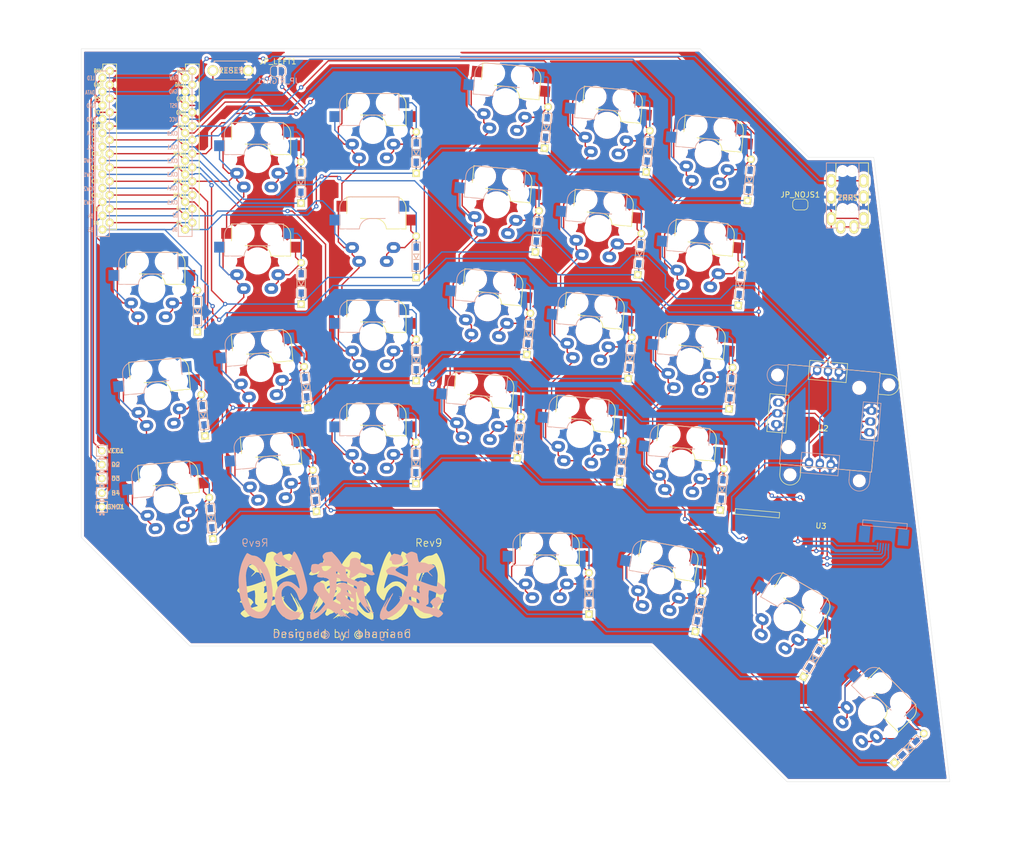
<source format=kicad_pcb>
(kicad_pcb (version 20171130) (host pcbnew 5.1.9)
  (title_block (title MUSASHI60) (rev 2) (company "HAMANO Tsukasa"))
  (layers (0 F.Cu signal) (31 B.Cu signal) (34 B.Paste user) (35 F.Paste user) (36 B.SilkS user) (37 F.SilkS user) (38 B.Mask user) (39 F.Mask user) (44 Edge.Cuts user))
  (net 0 "")
  (net 1 B1)
  (net 2 "Net-(D_A3-Pad2)")
  (net 3 "Net-(D_A4-Pad2)")
  (net 4 B3)
  (net 5 F6)
  (net 6 "Net-(D_B1-Pad2)")
  (net 7 "Net-(D_B2-Pad2)")
  (net 8 F7)
  (net 9 "Net-(D_B3-Pad2)")
  (net 10 "Net-(D_B4-Pad2)")
  (net 11 D1)
  (net 12 D0)
  (net 13 RST)
  (net 14 GND)
  (net 15 "Net-(U1-Pad24)")
  (net 16 VCC)
  (net 17 B2)
  (net 18 "Net-(D_B5-Pad2)")
  (net 19 "Net-(D_C1-Pad2)")
  (net 20 "Net-(D_C2-Pad2)")
  (net 21 "Net-(D_C4-Pad2)")
  (net 22 "Net-(D_C5-Pad2)")
  (net 23 D4)
  (net 24 "Net-(D_D1-Pad2)")
  (net 25 "Net-(D_D2-Pad2)")
  (net 26 "Net-(D_D3-Pad2)")
  (net 27 "Net-(D_D4-Pad2)")
  (net 28 "Net-(D_D5-Pad2)")
  (net 29 "Net-(D_E1-Pad2)")
  (net 30 "Net-(D_E2-Pad2)")
  (net 31 "Net-(D_E3-Pad2)")
  (net 32 "Net-(D_E4-Pad2)")
  (net 33 "Net-(D_F2-Pad2)")
  (net 34 "Net-(D_F3-Pad2)")
  (net 35 C6)
  (net 36 D7)
  (net 37 E6)
  (net 38 B4)
  (net 39 B5)
  (net 40 D2)
  (net 41 D3)
  (net 42 F4)
  (net 43 F5)
  (net 44 "Net-(J1-PadA)")
  (net 45 B6)
  (net 46 "Net-(D_A1-Pad2)")
  (net 47 "Net-(D_A2-Pad2)")
  (net 48 "Net-(D_C3-Pad2)")
  (net 49 "Net-(D_A5-Pad2)")
  (net 50 "Net-(D_F4-Pad2)")
  (module local:Joycon_Stick (layer F.Cu) (at 176.896134 81.049957 355)
    (fp_text reference U3 (at 0.1 19.9 355) (layer F.SilkS))
    (fp_text value joystick_s)
    (pad 5 smd rect (at 10.8 22.7 265) (size 1.3 0.3) (layers B.Cu B.Paste B.Mask) (net 42 F4) (clearance 0.1))
    (pad 1 smd rect (at 12.8 22.7 265) (size 1.3 0.3) (layers B.Cu B.Paste B.Mask) (net 16 VCC) (clearance 0.1))
    (pad "" smd rect (at 8.2 20.7 85) (size 3 2) (layers B.Cu B.Paste B.Mask))
    (pad 3 smd rect (at 11.8 22.7 265) (size 1.3 0.3) (layers B.Cu B.Paste B.Mask) (net 39 B5) (clearance 0.1))
    (pad 2 smd rect (at 12.3 22.7 265) (size 1.3 0.3) (layers B.Cu B.Paste B.Mask) (net 43 F5) (clearance 0.1))
    (pad 4 smd rect (at 11.3 22.7 265) (size 1.3 0.3) (layers B.Cu B.Paste B.Mask) (net 14 GND) (clearance 0.1))
    (pad "" smd rect (at 15.4 20.7 85) (size 3 2) (layers B.Cu B.Paste B.Mask))
    (pad "" smd rect (at -8.2 20.7 265) (size 3 2) (layers F.Cu F.Paste F.Mask))
    (pad "" smd rect (at -15.4 20.7 265) (size 3 2) (layers F.Cu F.Paste F.Mask))
    (pad 5 smd rect (at -10.8 22.7 265) (size 1.3 0.3) (layers F.Cu F.Paste F.Mask) (net 42 F4) (clearance 0.1))
    (pad 1 smd rect (at -12.8 22.7 265) (size 1.3 0.3) (layers F.Cu F.Paste F.Mask) (net 16 VCC) (clearance 0.1))
    (pad 2 smd rect (at -12.3 22.7 265) (size 1.3 0.3) (layers F.Cu F.Paste F.Mask) (net 43 F5) (clearance 0.1))
    (pad 3 smd rect (at -11.8 22.7 265) (size 1.3 0.3) (layers F.Cu F.Paste F.Mask) (net 39 B5) (clearance 0.1))
    (pad "" np_thru_hole circle (at -10.3 -7.1 175) (size 1.4 1.4) (drill 1.4) (layers *.Cu *.Mask))
    (pad "" np_thru_hole circle (at 6.4 11 175) (size 1.4 1.4) (drill 1.4) (layers *.Cu *.Mask))
    (pad 4 smd rect (at -11.3 22.7 265) (size 1.3 0.3) (layers F.Cu F.Paste F.Mask) (net 14 GND) (clearance 0.1))
    (pad "" np_thru_hole circle (at -6.4 11 355) (size 1.4 1.4) (drill 1.4) (layers *.Cu *.Mask))
    (pad "" np_thru_hole circle (at 10.3 -7.1 355) (size 1.4 1.4) (drill 1.4) (layers *.Cu *.Mask))
  )
  (module local:J08K (layer F.Cu) (at 175.8 80.89 355)
    (fp_text reference U2 (at 0 2 175) (layer F.SilkS))
    (fp_text value joystick)
    (pad "" np_thru_hole circle (at -6 6 355) (size 1.6 1.6) (drill 1.6) (layers *.Cu *.Mask))
    (pad "" np_thru_hole circle (at 6 -6 355) (size 1.6 1.6) (drill 1.6) (layers *.Cu *.Mask))
    (pad 2 thru_hole oval (at 8.6 -2 265) (size 1.5 2) (drill oval 1 0.8) (layers *.Cu *.Mask) (net 14 GND))
    (pad 1 thru_hole oval (at 8.6 2 265) (size 1.5 2) (drill oval 1 0.8) (layers *.Cu *.Mask) (net 16 VCC))
    (pad 3 thru_hole oval (at 8.6 0 265) (size 1.5 2) (drill oval 1 0.8) (layers *.Cu *.Mask) (net 42 F4))
    (pad 2 thru_hole oval (at -8.6 2 265) (size 1.5 2) (drill oval 1 0.8) (layers *.Cu *.Mask) (net 14 GND))
    (pad 1 thru_hole oval (at -8.6 -2 265) (size 1.5 2) (drill oval 1 0.8) (layers *.Cu *.Mask) (net 16 VCC))
    (pad 3 thru_hole oval (at -8.6 0 265) (size 1.5 2) (drill oval 1 0.8) (layers *.Cu *.Mask) (net 42 F4))
    (pad 2 thru_hole oval (at 2 8.6 355) (size 1.5 2) (drill oval 1 0.8) (layers *.Cu *.Mask) (net 14 GND))
    (pad 1 thru_hole oval (at -2 8.6 355) (size 1.5 2) (drill oval 1 0.8) (layers *.Cu *.Mask) (net 16 VCC))
    (pad 4 thru_hole oval (at 0 8.6 355) (size 1.5 2) (drill oval 1 0.8) (layers *.Cu *.Mask) (net 43 F5))
    (pad 2 thru_hole oval (at 2 -8.6 355) (size 1.5 2) (drill oval 1 0.8) (layers *.Cu *.Mask) (net 14 GND))
    (pad 1 thru_hole oval (at -2 -8.6 355) (size 1.5 2) (drill oval 1 0.8) (layers *.Cu *.Mask) (net 16 VCC))
    (pad 4 thru_hole oval (at 0 -8.6 355) (size 1.5 2) (drill oval 1 0.8) (layers *.Cu *.Mask) (net 43 F5))
  )
  (module local:CherryMX_Direct_Hotswap_Reversible (layer F.Cu) (at 184.555148 135.20425 315)
    (fp_text reference SW_A5 hide)
    (fp_text value SW_PUSH hide)
    (pad 2 thru_hole oval (at 2.54 5.08 135) (size 2.5 2) (drill oval 1.2 0.8) (layers *.Cu *.Mask) (net 49 "Net-(D_A5-Pad2)"))
    (pad 2 thru_hole oval (at 3.81 2.54 135) (size 2.5 2) (drill oval 1.2 0.8) (layers *.Cu *.Mask) (net 49 "Net-(D_A5-Pad2)"))
    (pad 1 thru_hole oval (at -2.54 5.08 135) (size 2.5 2) (drill oval 1.2 0.8) (layers *.Cu *.Mask) (net 11 D1))
    (pad 1 thru_hole oval (at -3.81 2.54 135) (size 2.5 2) (drill oval 1.2 0.8) (layers *.Cu *.Mask) (net 11 D1))
    (pad 1 smd rect (at -5.7 -5.08 135) (size 2 2) (layers F.Cu F.Paste F.Mask) (net 11 D1))
    (pad "" np_thru_hole circle (at 3.81 -2.54 135) (size 3 3) (drill 3) (layers *.Cu *.Mask) (clearance 0.25))
    (pad "" np_thru_hole circle (at -2.54 -5.08 135) (size 3 3) (drill 3) (layers *.Cu *.Mask) (clearance 0.3))
    (pad 2 smd rect (at 7 -2.54 135) (size 2 2) (layers F.Cu F.Paste F.Mask) (net 49 "Net-(D_A5-Pad2)"))
    (pad 1 smd rect (at -7 -2.54 135) (size 2 2) (layers B.Cu B.Paste B.Mask) (net 11 D1))
    (pad "" np_thru_hole circle (at 2.54 -5.08 135) (size 3 3) (drill 3) (layers *.Cu *.Mask) (clearance 0.3))
    (pad "" np_thru_hole circle (at 0 0 225) (size 3.988 3.988) (drill 3.988) (layers *.Cu *.Mask) (clearance 0.25))
    (pad "" np_thru_hole circle (at -5.08 0 135) (size 1.702 1.702) (drill 1.702) (layers *.Cu *.Mask) (clearance 0.3))
    (pad "" np_thru_hole circle (at 5.08 0 135) (size 1.702 1.702) (drill 1.702) (layers *.Cu *.Mask) (clearance 0.3))
    (pad "" np_thru_hole circle (at -3.81 -2.54 135) (size 3 3) (drill 3) (layers *.Cu *.Mask) (clearance 0.25))
    (pad 2 smd rect (at 5.7 -5.08 135) (size 2 2) (layers B.Cu B.Paste B.Mask) (net 49 "Net-(D_A5-Pad2)"))
  )
  (module local:musashi50-silk-256 (layer B.Cu) (at 87 111 180)
    (fp_text reference G_LOGO_B hide)
    (fp_text value LOGO hide)
  )
  (module local:musashi50-silk-256 (layer F.Cu) (at 87 111)
    (fp_text reference G_LOGO_F hide)
    (fp_text value LOGO hide)
  )
  (module local:CherryMX_Direct_Hotswap_Reversible (layer F.Cu) (at 117.16619 22.745391 355)
    (fp_text reference SW_C1 hide)
    (fp_text value SW_PUSH hide)
    (pad 2 thru_hole oval (at 2.54 5.08 175) (size 2.5 2) (drill oval 1.2 0.8) (layers *.Cu *.Mask) (net 19 "Net-(D_C1-Pad2)"))
    (pad 2 thru_hole oval (at 3.81 2.54 175) (size 2.5 2) (drill oval 1.2 0.8) (layers *.Cu *.Mask) (net 19 "Net-(D_C1-Pad2)"))
    (pad 1 thru_hole oval (at -2.54 5.08 175) (size 2.5 2) (drill oval 1.2 0.8) (layers *.Cu *.Mask) (net 23 D4))
    (pad 1 thru_hole oval (at -3.81 2.54 175) (size 2.5 2) (drill oval 1.2 0.8) (layers *.Cu *.Mask) (net 23 D4))
    (pad 1 smd rect (at -5.7 -5.08 175) (size 2 2) (layers F.Cu F.Paste F.Mask) (net 23 D4))
    (pad "" np_thru_hole circle (at 3.81 -2.54 175) (size 3 3) (drill 3) (layers *.Cu *.Mask) (clearance 0.25))
    (pad "" np_thru_hole circle (at -2.54 -5.08 175) (size 3 3) (drill 3) (layers *.Cu *.Mask) (clearance 0.3))
    (pad 2 smd rect (at 7 -2.54 175) (size 2 2) (layers F.Cu F.Paste F.Mask) (net 19 "Net-(D_C1-Pad2)"))
    (pad 1 smd rect (at -7 -2.54 175) (size 2 2) (layers B.Cu B.Paste B.Mask) (net 23 D4))
    (pad "" np_thru_hole circle (at 2.54 -5.08 175) (size 3 3) (drill 3) (layers *.Cu *.Mask) (clearance 0.3))
    (pad "" np_thru_hole circle (at 0 0 265) (size 3.988 3.988) (drill 3.988) (layers *.Cu *.Mask) (clearance 0.25))
    (pad "" np_thru_hole circle (at -5.08 0 175) (size 1.702 1.702) (drill 1.702) (layers *.Cu *.Mask) (clearance 0.3))
    (pad "" np_thru_hole circle (at 5.08 0 175) (size 1.702 1.702) (drill 1.702) (layers *.Cu *.Mask) (clearance 0.3))
    (pad "" np_thru_hole circle (at -3.81 -2.54 175) (size 3 3) (drill 3) (layers *.Cu *.Mask) (clearance 0.25))
    (pad 2 smd rect (at 5.7 -5.08 175) (size 2 2) (layers B.Cu B.Paste B.Mask) (net 19 "Net-(D_C1-Pad2)"))
  )
  (module local:CherryMX_Direct_Hotswap_Reversible (layer F.Cu) (at 92.716997 85.165647)
    (fp_text reference SW_D4 hide)
    (fp_text value SW_PUSH hide)
    (pad 2 thru_hole oval (at 2.54 5.08 180) (size 2.5 2) (drill oval 1.2 0.8) (layers *.Cu *.Mask) (net 27 "Net-(D_D4-Pad2)"))
    (pad 2 thru_hole oval (at 3.81 2.54 180) (size 2.5 2) (drill oval 1.2 0.8) (layers *.Cu *.Mask) (net 27 "Net-(D_D4-Pad2)"))
    (pad 1 thru_hole oval (at -2.54 5.08 180) (size 2.5 2) (drill oval 1.2 0.8) (layers *.Cu *.Mask) (net 35 C6))
    (pad 1 thru_hole oval (at -3.81 2.54 180) (size 2.5 2) (drill oval 1.2 0.8) (layers *.Cu *.Mask) (net 35 C6))
    (pad 1 smd rect (at -5.7 -5.08 180) (size 2 2) (layers F.Cu F.Paste F.Mask) (net 35 C6))
    (pad "" np_thru_hole circle (at 3.81 -2.54 180) (size 3 3) (drill 3) (layers *.Cu *.Mask) (clearance 0.25))
    (pad "" np_thru_hole circle (at -2.54 -5.08 180) (size 3 3) (drill 3) (layers *.Cu *.Mask) (clearance 0.3))
    (pad 2 smd rect (at 7 -2.54 180) (size 2 2) (layers F.Cu F.Paste F.Mask) (net 27 "Net-(D_D4-Pad2)"))
    (pad 1 smd rect (at -7 -2.54 180) (size 2 2) (layers B.Cu B.Paste B.Mask) (net 35 C6))
    (pad "" np_thru_hole circle (at 2.54 -5.08 180) (size 3 3) (drill 3) (layers *.Cu *.Mask) (clearance 0.3))
    (pad "" np_thru_hole circle (at 0 0 270) (size 3.988 3.988) (drill 3.988) (layers *.Cu *.Mask) (clearance 0.25))
    (pad "" np_thru_hole circle (at -5.08 0 180) (size 1.702 1.702) (drill 1.702) (layers *.Cu *.Mask) (clearance 0.3))
    (pad "" np_thru_hole circle (at 5.08 0 180) (size 1.702 1.702) (drill 1.702) (layers *.Cu *.Mask) (clearance 0.3))
    (pad "" np_thru_hole circle (at -3.81 -2.54 180) (size 3 3) (drill 3) (layers *.Cu *.Mask) (clearance 0.25))
    (pad 2 smd rect (at 5.7 -5.08 180) (size 2 2) (layers B.Cu B.Paste B.Mask) (net 27 "Net-(D_D4-Pad2)"))
  )
  (module local:CherryMX_Direct_Hotswap_Reversible (layer F.Cu) (at 92.716997 66.115567)
    (fp_text reference SW_D3 hide)
    (fp_text value SW_PUSH hide)
    (pad 2 thru_hole oval (at 2.54 5.08 180) (size 2.5 2) (drill oval 1.2 0.8) (layers *.Cu *.Mask) (net 26 "Net-(D_D3-Pad2)"))
    (pad 2 thru_hole oval (at 3.81 2.54 180) (size 2.5 2) (drill oval 1.2 0.8) (layers *.Cu *.Mask) (net 26 "Net-(D_D3-Pad2)"))
    (pad 1 thru_hole oval (at -2.54 5.08 180) (size 2.5 2) (drill oval 1.2 0.8) (layers *.Cu *.Mask) (net 35 C6))
    (pad 1 thru_hole oval (at -3.81 2.54 180) (size 2.5 2) (drill oval 1.2 0.8) (layers *.Cu *.Mask) (net 35 C6))
    (pad 1 smd rect (at -5.7 -5.08 180) (size 2 2) (layers F.Cu F.Paste F.Mask) (net 35 C6))
    (pad "" np_thru_hole circle (at 3.81 -2.54 180) (size 3 3) (drill 3) (layers *.Cu *.Mask) (clearance 0.25))
    (pad "" np_thru_hole circle (at -2.54 -5.08 180) (size 3 3) (drill 3) (layers *.Cu *.Mask) (clearance 0.3))
    (pad 2 smd rect (at 7 -2.54 180) (size 2 2) (layers F.Cu F.Paste F.Mask) (net 26 "Net-(D_D3-Pad2)"))
    (pad 1 smd rect (at -7 -2.54 180) (size 2 2) (layers B.Cu B.Paste B.Mask) (net 35 C6))
    (pad "" np_thru_hole circle (at 2.54 -5.08 180) (size 3 3) (drill 3) (layers *.Cu *.Mask) (clearance 0.3))
    (pad "" np_thru_hole circle (at 0 0 270) (size 3.988 3.988) (drill 3.988) (layers *.Cu *.Mask) (clearance 0.25))
    (pad "" np_thru_hole circle (at -5.08 0 180) (size 1.702 1.702) (drill 1.702) (layers *.Cu *.Mask) (clearance 0.3))
    (pad "" np_thru_hole circle (at 5.08 0 180) (size 1.702 1.702) (drill 1.702) (layers *.Cu *.Mask) (clearance 0.3))
    (pad "" np_thru_hole circle (at -3.81 -2.54 180) (size 3 3) (drill 3) (layers *.Cu *.Mask) (clearance 0.25))
    (pad 2 smd rect (at 5.7 -5.08 180) (size 2 2) (layers B.Cu B.Paste B.Mask) (net 26 "Net-(D_D3-Pad2)"))
  )
  (module local:CherryMX_Direct_Hotswap_Reversible (layer F.Cu) (at 92.716997 47.065486)
    (fp_text reference SW_D2 hide)
    (fp_text value SW_PUSH hide)
    (pad 2 thru_hole oval (at 2.54 5.08 180) (size 2.5 2) (drill oval 1.2 0.8) (layers *.Cu *.Mask) (net 25 "Net-(D_D2-Pad2)"))
    (pad 2 thru_hole oval (at 3.81 2.54 180) (size 2.5 2) (drill oval 1.2 0.8) (layers *.Cu *.Mask) (net 25 "Net-(D_D2-Pad2)"))
    (pad 1 thru_hole oval (at -2.54 5.08 180) (size 2.5 2) (drill oval 1.2 0.8) (layers *.Cu *.Mask) (net 35 C6))
    (pad 1 thru_hole oval (at -3.81 2.54 180) (size 2.5 2) (drill oval 1.2 0.8) (layers *.Cu *.Mask) (net 35 C6))
    (pad 1 smd rect (at -5.7 -5.08 180) (size 2 2) (layers F.Cu F.Paste F.Mask) (net 35 C6))
    (pad "" np_thru_hole circle (at 3.81 -2.54 180) (size 3 3) (drill 3) (layers *.Cu *.Mask) (clearance 0.25))
    (pad "" np_thru_hole circle (at -2.54 -5.08 180) (size 3 3) (drill 3) (layers *.Cu *.Mask) (clearance 0.3))
    (pad 2 smd rect (at 7 -2.54 180) (size 2 2) (layers F.Cu F.Paste F.Mask) (net 25 "Net-(D_D2-Pad2)"))
    (pad 1 smd rect (at -7 -2.54 180) (size 2 2) (layers B.Cu B.Paste B.Mask) (net 35 C6))
    (pad "" np_thru_hole circle (at 2.54 -5.08 180) (size 3 3) (drill 3) (layers *.Cu *.Mask) (clearance 0.3))
    (pad "" np_thru_hole circle (at 0 0 270) (size 3.988 3.988) (drill 3.988) (layers *.Cu *.Mask) (clearance 0.25))
    (pad "" np_thru_hole circle (at -5.08 0 180) (size 1.702 1.702) (drill 1.702) (layers *.Cu *.Mask) (clearance 0.3))
    (pad "" np_thru_hole circle (at 5.08 0 180) (size 1.702 1.702) (drill 1.702) (layers *.Cu *.Mask) (clearance 0.3))
    (pad "" np_thru_hole circle (at -3.81 -2.54 180) (size 3 3) (drill 3) (layers *.Cu *.Mask) (clearance 0.25))
    (pad 2 smd rect (at 5.7 -5.08 180) (size 2 2) (layers B.Cu B.Paste B.Mask) (net 25 "Net-(D_D2-Pad2)"))
  )
  (module local:CherryMX_Direct_Hotswap_Reversible (layer F.Cu) (at 92.716996 28.015407)
    (fp_text reference SW_D1 hide)
    (fp_text value SW_PUSH hide)
    (pad 2 thru_hole oval (at 2.54 5.08 180) (size 2.5 2) (drill oval 1.2 0.8) (layers *.Cu *.Mask) (net 24 "Net-(D_D1-Pad2)"))
    (pad 2 thru_hole oval (at 3.81 2.54 180) (size 2.5 2) (drill oval 1.2 0.8) (layers *.Cu *.Mask) (net 24 "Net-(D_D1-Pad2)"))
    (pad 1 thru_hole oval (at -2.54 5.08 180) (size 2.5 2) (drill oval 1.2 0.8) (layers *.Cu *.Mask) (net 35 C6))
    (pad 1 thru_hole oval (at -3.81 2.54 180) (size 2.5 2) (drill oval 1.2 0.8) (layers *.Cu *.Mask) (net 35 C6))
    (pad 1 smd rect (at -5.7 -5.08 180) (size 2 2) (layers F.Cu F.Paste F.Mask) (net 35 C6))
    (pad "" np_thru_hole circle (at 3.81 -2.54 180) (size 3 3) (drill 3) (layers *.Cu *.Mask) (clearance 0.25))
    (pad "" np_thru_hole circle (at -2.54 -5.08 180) (size 3 3) (drill 3) (layers *.Cu *.Mask) (clearance 0.3))
    (pad 2 smd rect (at 7 -2.54 180) (size 2 2) (layers F.Cu F.Paste F.Mask) (net 24 "Net-(D_D1-Pad2)"))
    (pad 1 smd rect (at -7 -2.54 180) (size 2 2) (layers B.Cu B.Paste B.Mask) (net 35 C6))
    (pad "" np_thru_hole circle (at 2.54 -5.08 180) (size 3 3) (drill 3) (layers *.Cu *.Mask) (clearance 0.3))
    (pad "" np_thru_hole circle (at 0 0 270) (size 3.988 3.988) (drill 3.988) (layers *.Cu *.Mask) (clearance 0.25))
    (pad "" np_thru_hole circle (at -5.08 0 180) (size 1.702 1.702) (drill 1.702) (layers *.Cu *.Mask) (clearance 0.3))
    (pad "" np_thru_hole circle (at 5.08 0 180) (size 1.702 1.702) (drill 1.702) (layers *.Cu *.Mask) (clearance 0.3))
    (pad "" np_thru_hole circle (at -3.81 -2.54 180) (size 3 3) (drill 3) (layers *.Cu *.Mask) (clearance 0.25))
    (pad 2 smd rect (at 5.7 -5.08 180) (size 2 2) (layers B.Cu B.Paste B.Mask) (net 24 "Net-(D_D1-Pad2)"))
  )
  (module foostan:MJ-4PP-9 (layer F.Cu) (at 181 34)
    (fp_text reference J1)
    (fp_text value MJ-4PP-9 hide)
    (fp_text user TRRS (at -0.75 6.45) (layer F.SilkS))
    (fp_text user TRRS (at -0.8255 6.4135) (layer B.SilkS) (effects (justify mirror)))
    (pad A thru_hole oval (at -2.1 11.8) (size 1.7 2.5) (drill oval 1 1.5) (layers *.Cu *.Mask F.SilkS) (net 44 "Net-(J1-PadA)") (clearance 0.15))
    (pad D thru_hole oval (at 2.1 10.3) (size 1.7 2.5) (drill oval 1 1.5) (layers *.Cu *.Mask F.SilkS) (net 16 VCC) (clearance 0.15))
    (pad C thru_hole oval (at 2.1 6.3) (size 1.7 2.5) (drill oval 1 1.5) (layers *.Cu *.Mask F.SilkS) (net 14 GND))
    (pad B thru_hole oval (at 2.1 3.3) (size 1.7 2.5) (drill oval 1 1.5) (layers *.Cu *.Mask F.SilkS) (net 40 D2))
    (pad "" np_thru_hole circle (at 0 8.5) (size 1.2 1.2) (drill 1.2) (layers *.Cu *.Mask F.SilkS))
    (pad "" np_thru_hole circle (at 0 1.5) (size 1.2 1.2) (drill 1.2) (layers *.Cu *.Mask F.SilkS))
    (pad C thru_hole oval (at -3.85 6.3) (size 1.7 2.5) (drill oval 1 1.5) (layers *.Cu *.Mask F.SilkS) (net 14 GND))
    (pad B thru_hole oval (at -3.85 3.3) (size 1.7 2.5) (drill oval 1 1.5) (layers *.Cu *.Mask F.SilkS) (net 40 D2))
    (pad A thru_hole oval (at 0.35 11.8) (size 1.7 2.5) (drill oval 1 1.5) (layers *.Cu *.Mask F.SilkS) (net 44 "Net-(J1-PadA)") (clearance 0.15))
    (pad D thru_hole oval (at -3.85 10.3) (size 1.7 2.5) (drill oval 1 1.5) (layers *.Cu *.Mask F.SilkS) (net 16 VCC) (clearance 0.15))
    (pad "" np_thru_hole circle (at -1.75 1.5) (size 1.2 1.2) (drill 1.2) (layers *.Cu *.Mask F.SilkS))
    (pad "" np_thru_hole circle (at -1.75 8.5) (size 1.2 1.2) (drill 1.2) (layers *.Cu *.Mask F.SilkS))
  )
  (module foostan:D3_TH_SMD (layer F.Cu) (at 143.397652 31.874631 85)
    (fp_text reference D_B1 hide)
    (fp_text value D hide)
    (pad 2 smd rect (at 1.775 0 85) (size 1.3 0.95) (layers F.Cu F.Paste F.Mask) (net 6 "Net-(D_B1-Pad2)"))
    (pad 2 thru_hole circle (at 3.81 0 85) (size 1.397 1.397) (drill 0.8128) (layers *.Cu *.Mask F.SilkS) (net 6 "Net-(D_B1-Pad2)"))
    (pad 1 thru_hole rect (at -3.81 0 85) (size 1.397 1.397) (drill 0.8128) (layers *.Cu *.Mask F.SilkS) (net 5 F6))
    (pad 1 smd rect (at -1.775 0 85) (size 1.3 0.95) (layers B.Cu B.Paste B.Mask) (net 5 F6))
    (pad 2 smd rect (at 1.775 0 85) (size 1.3 0.95) (layers B.Cu B.Paste B.Mask) (net 6 "Net-(D_B1-Pad2)"))
    (pad 1 smd rect (at -1.775 0 85) (size 1.3 0.95) (layers F.Cu F.Paste F.Mask) (net 5 F6))
  )
  (module foostan:D3_TH_SMD (layer F.Cu) (at 162.05 37.15 85)
    (fp_text reference D_A1 hide)
    (fp_text value D hide)
    (pad 2 smd rect (at 1.775 0 85) (size 1.3 0.95) (layers F.Cu F.Paste F.Mask) (net 46 "Net-(D_A1-Pad2)"))
    (pad 2 thru_hole circle (at 3.81 0 85) (size 1.397 1.397) (drill 0.8128) (layers *.Cu *.Mask F.SilkS) (net 46 "Net-(D_A1-Pad2)"))
    (pad 1 thru_hole rect (at -3.81 0 85) (size 1.397 1.397) (drill 0.8128) (layers *.Cu *.Mask F.SilkS) (net 5 F6))
    (pad 1 smd rect (at -1.775 0 85) (size 1.3 0.95) (layers B.Cu B.Paste B.Mask) (net 5 F6))
    (pad 2 smd rect (at 1.775 0 85) (size 1.3 0.95) (layers B.Cu B.Paste B.Mask) (net 46 "Net-(D_A1-Pad2)"))
    (pad 1 smd rect (at -1.775 0 85) (size 1.3 0.95) (layers F.Cu F.Paste F.Mask) (net 5 F6))
  )
  (module foostan:D3_TH_SMD (layer F.Cu) (at 160.35 56.45 85)
    (fp_text reference D_A2 hide)
    (fp_text value D hide)
    (pad 2 smd rect (at 1.775 0 85) (size 1.3 0.95) (layers F.Cu F.Paste F.Mask) (net 47 "Net-(D_A2-Pad2)"))
    (pad 2 thru_hole circle (at 3.81 0 85) (size 1.397 1.397) (drill 0.8128) (layers *.Cu *.Mask F.SilkS) (net 47 "Net-(D_A2-Pad2)"))
    (pad 1 thru_hole rect (at -3.81 0 85) (size 1.397 1.397) (drill 0.8128) (layers *.Cu *.Mask F.SilkS) (net 8 F7))
    (pad 1 smd rect (at -1.775 0 85) (size 1.3 0.95) (layers B.Cu B.Paste B.Mask) (net 8 F7))
    (pad 2 smd rect (at 1.775 0 85) (size 1.3 0.95) (layers B.Cu B.Paste B.Mask) (net 47 "Net-(D_A2-Pad2)"))
    (pad 1 smd rect (at -1.775 0 85) (size 1.3 0.95) (layers F.Cu F.Paste F.Mask) (net 8 F7))
  )
  (module foostan:D3_TH_SMD (layer F.Cu) (at 158.65 75.5 85)
    (fp_text reference D_A3 hide)
    (fp_text value D hide)
    (pad 2 smd rect (at 1.775 0 85) (size 1.3 0.95) (layers F.Cu F.Paste F.Mask) (net 2 "Net-(D_A3-Pad2)"))
    (pad 2 thru_hole circle (at 3.81 0 85) (size 1.397 1.397) (drill 0.8128) (layers *.Cu *.Mask F.SilkS) (net 2 "Net-(D_A3-Pad2)"))
    (pad 1 thru_hole rect (at -3.81 0 85) (size 1.397 1.397) (drill 0.8128) (layers *.Cu *.Mask F.SilkS) (net 1 B1))
    (pad 1 smd rect (at -1.775 0 85) (size 1.3 0.95) (layers B.Cu B.Paste B.Mask) (net 1 B1))
    (pad 2 smd rect (at 1.775 0 85) (size 1.3 0.95) (layers B.Cu B.Paste B.Mask) (net 2 "Net-(D_A3-Pad2)"))
    (pad 1 smd rect (at -1.775 0 85) (size 1.3 0.95) (layers F.Cu F.Paste F.Mask) (net 1 B1))
  )
  (module foostan:D3_TH_SMD (layer F.Cu) (at 157.05 94.15 85)
    (fp_text reference D_A4 hide)
    (fp_text value D hide)
    (pad 2 smd rect (at 1.775 0 85) (size 1.3 0.95) (layers F.Cu F.Paste F.Mask) (net 3 "Net-(D_A4-Pad2)"))
    (pad 2 thru_hole circle (at 3.81 0 85) (size 1.397 1.397) (drill 0.8128) (layers *.Cu *.Mask F.SilkS) (net 3 "Net-(D_A4-Pad2)"))
    (pad 1 thru_hole rect (at -3.81 0 85) (size 1.397 1.397) (drill 0.8128) (layers *.Cu *.Mask F.SilkS) (net 4 B3))
    (pad 1 smd rect (at -1.775 0 85) (size 1.3 0.95) (layers B.Cu B.Paste B.Mask) (net 4 B3))
    (pad 2 smd rect (at 1.775 0 85) (size 1.3 0.95) (layers B.Cu B.Paste B.Mask) (net 3 "Net-(D_A4-Pad2)"))
    (pad 1 smd rect (at -1.775 0 85) (size 1.3 0.95) (layers F.Cu F.Paste F.Mask) (net 4 B3))
  )
  (module foostan:ResetSW (layer F.Cu) (at 66.5 17)
    (fp_text reference SW_RST1 hide)
    (fp_text value SW_PUSH)
    (fp_text user RESET (at 0 0) (layer F.SilkS))
    (fp_text user RESET (at 0.127 0) (layer B.SilkS) (effects (justify mirror)))
    (pad 2 thru_hole circle (at -3.25 0) (size 2 2) (drill 1.3) (layers *.Cu *.Mask F.SilkS) (net 13 RST))
    (pad 1 thru_hole circle (at 3.25 0) (size 2 2) (drill 1.3) (layers *.Cu *.Mask F.SilkS) (net 14 GND))
  )
  (module foostan:ProMicro_v2 (layer F.Cu) (at 51.8 31.55)
    (fp_text reference U1 hide)
    (fp_text value ProMicro_r hide)
    (fp_text user "" (at -0.5 -17.25) (layer F.SilkS))
    (fp_text user "" (at -1.2065 -16.256) (layer B.SilkS) (effects (justify mirror)))
    (fp_text user RAW (at -9.7155 -14.478) (layer F.SilkS) (effects (font (size 0.75 0.5) (thickness 0.125))))
    (fp_text user LED (at 5.5 -14.478) (layer F.SilkS) (effects (font (size 0.75 0.5) (thickness 0.125))))
    (fp_text user GND (at -9.7155 -11.938) (layer F.SilkS) (effects (font (size 0.75 0.5) (thickness 0.125))))
    (fp_text user DATA (at 5.35 -11.95) (layer F.SilkS) (effects (font (size 0.75 0.5) (thickness 0.125))))
    (fp_text user RST (at -9.7155 -9.3345) (layer F.SilkS) (effects (font (size 0.75 0.5) (thickness 0.125))))
    (fp_text user GND (at 5.5245 -9.3345) (layer F.SilkS) (effects (font (size 0.75 0.5) (thickness 0.125))))
    (fp_text user VCC (at -9.7155 -6.858) (layer F.SilkS) (effects (font (size 0.75 0.5) (thickness 0.125))))
    (fp_text user GND (at 5.461 -6.7945) (layer F.SilkS) (effects (font (size 0.75 0.5) (thickness 0.125))))
    (fp_text user COL3 (at -10 3.35) (layer F.SilkS) (effects (font (size 0.75 0.5) (thickness 0.125))))
    (fp_text user ROW0 (at 5.2 0.8) (layer F.SilkS) (effects (font (size 0.75 0.5) (thickness 0.125))))
    (fp_text user COL2 (at -9.9 0.762) (layer F.SilkS) (effects (font (size 0.75 0.5) (thickness 0.125))))
    (fp_text user SCL (at 5.461 -1.778) (layer F.SilkS) (effects (font (size 0.75 0.5) (thickness 0.125))))
    (fp_text user COL1 (at -9.85 -1.778) (layer F.SilkS) (effects (font (size 0.75 0.5) (thickness 0.125))))
    (fp_text user SDA (at 5.461 -4.318) (layer F.SilkS) (effects (font (size 0.75 0.5) (thickness 0.125))))
    (fp_text user COL0 (at -9.9 -4.3) (layer F.SilkS) (effects (font (size 0.75 0.5) (thickness 0.125))))
    (fp_text user B6 (at -10.05 13.5) (layer F.SilkS) (effects (font (size 0.75 0.5) (thickness 0.125))))
    (fp_text user B5 (at 5.2 13.5255) (layer F.SilkS) (effects (font (size 0.75 0.5) (thickness 0.125))))
    (fp_text user B4 (at 5.2 10.922) (layer F.SilkS) (effects (font (size 0.75 0.5) (thickness 0.125))))
    (fp_text user B2 (at -9.95 10.95) (layer F.SilkS) (effects (font (size 0.75 0.5) (thickness 0.125))))
    (fp_text user ROW3 (at 5.2 8.4455) (layer F.SilkS) (effects (font (size 0.75 0.5) (thickness 0.125))))
    (fp_text user COL5 (at -9.95 8.4455) (layer F.SilkS) (effects (font (size 0.75 0.5) (thickness 0.125))))
    (fp_text user ROW2 (at 5.2 5.85) (layer F.SilkS) (effects (font (size 0.75 0.5) (thickness 0.125))))
    (fp_text user COL4 (at -9.95 5.85) (layer F.SilkS) (effects (font (size 0.75 0.5) (thickness 0.125))))
    (fp_text user ROW1 (at 5.25 3.302) (layer F.SilkS) (effects (font (size 0.75 0.5) (thickness 0.125))))
    (fp_text user ROW1 (at -11.3 4.6355) (layer B.SilkS) (effects (font (size 0.75 0.5) (thickness 0.125)) (justify mirror)))
    (fp_text user COL4 (at 3.95 7.112) (layer B.SilkS) (effects (font (size 0.75 0.5) (thickness 0.125)) (justify mirror)))
    (fp_text user ROW2 (at -11.3 7.239) (layer B.SilkS) (effects (font (size 0.75 0.5) (thickness 0.125)) (justify mirror)))
    (fp_text user COL5 (at 4 9.75) (layer B.SilkS) (effects (font (size 0.75 0.5) (thickness 0.125)) (justify mirror)))
    (fp_text user ROW3 (at -11.3 9.75) (layer B.SilkS) (effects (font (size 0.75 0.5) (thickness 0.125)) (justify mirror)))
    (fp_text user B2 (at 4.5085 12.1285) (layer B.SilkS) (effects (font (size 0.75 0.5) (thickness 0.125)) (justify mirror)))
    (fp_text user B4 (at -11.049 12.2555) (layer B.SilkS) (effects (font (size 0.75 0.5) (thickness 0.125)) (justify mirror)))
    (fp_text user B5 (at -11.049 14.7955) (layer B.SilkS) (effects (font (size 0.75 0.5) (thickness 0.125)) (justify mirror)))
    (fp_text user B6 (at 4.445 14.732) (layer B.SilkS) (effects (font (size 0.75 0.5) (thickness 0.125)) (justify mirror)))
    (fp_text user COL0 (at 4 -2.95) (layer B.SilkS) (effects (font (size 0.75 0.5) (thickness 0.125)) (justify mirror)))
    (fp_text user SDA (at -11.049 -2.9845) (layer B.SilkS) (effects (font (size 0.75 0.5) (thickness 0.125)) (justify mirror)))
    (fp_text user COL1 (at 4 -0.4445) (layer B.SilkS) (effects (font (size 0.75 0.5) (thickness 0.125)) (justify mirror)))
    (fp_text user SCL (at -11.049 -0.4445) (layer B.SilkS) (effects (font (size 0.75 0.5) (thickness 0.125)) (justify mirror)))
    (fp_text user COL2 (at 4 2.1) (layer B.SilkS) (effects (font (size 0.75 0.5) (thickness 0.125)) (justify mirror)))
    (fp_text user ROW0 (at -11.3 2.032) (layer B.SilkS) (effects (font (size 0.75 0.5) (thickness 0.125)) (justify mirror)))
    (fp_text user COL3 (at 4 4.6) (layer B.SilkS) (effects (font (size 0.75 0.5) (thickness 0.125)) (justify mirror)))
    (fp_text user GND (at -11.049 -5.5245) (layer B.SilkS) (effects (font (size 0.75 0.5) (thickness 0.125)) (justify mirror)))
    (fp_text user VCC (at 4.1275 -5.5245) (layer B.SilkS) (effects (font (size 0.75 0.5) (thickness 0.125)) (justify mirror)))
    (fp_text user GND (at -11.049 -8.0645) (layer B.SilkS) (effects (font (size 0.75 0.5) (thickness 0.125)) (justify mirror)))
    (fp_text user RST (at 4.191 -8.0645) (layer B.SilkS) (effects (font (size 0.75 0.5) (thickness 0.125)) (justify mirror)))
    (fp_text user DATA (at -11.2 -10.5) (layer B.SilkS) (effects (font (size 0.75 0.5) (thickness 0.125)) (justify mirror)))
    (fp_text user GND (at 4.1275 -10.668) (layer B.SilkS) (effects (font (size 0.75 0.5) (thickness 0.125)) (justify mirror)))
    (fp_text user LED (at -11.049 -13.1445) (layer B.SilkS) (effects (font (size 0.75 0.5) (thickness 0.125)) (justify mirror)))
    (fp_text user RAW (at 4.191 -13.1445) (layer B.SilkS) (effects (font (size 0.75 0.5) (thickness 0.125)) (justify mirror)))
    (pad 24 thru_hole circle (at 6.35 -13.208) (size 1.524 1.524) (drill 0.8128) (layers *.Cu *.Mask F.SilkS) (net 15 "Net-(U1-Pad24)"))
    (pad 23 thru_hole circle (at 6.35 -10.668) (size 1.524 1.524) (drill 0.8128) (layers *.Cu *.Mask F.SilkS) (net 14 GND))
    (pad 22 thru_hole circle (at 6.35 -8.128) (size 1.524 1.524) (drill 0.8128) (layers *.Cu *.Mask F.SilkS) (net 13 RST))
    (pad 21 thru_hole circle (at 6.35 -5.588) (size 1.524 1.524) (drill 0.8128) (layers *.Cu *.Mask F.SilkS) (net 16 VCC))
    (pad 20 thru_hole circle (at 6.35 -3.048) (size 1.524 1.524) (drill 0.8128) (layers *.Cu *.Mask F.SilkS) (net 42 F4))
    (pad 19 thru_hole circle (at 6.35 -0.508) (size 1.524 1.524) (drill 0.8128) (layers *.Cu *.Mask F.SilkS) (net 43 F5))
    (pad 18 thru_hole circle (at 6.35 2.032) (size 1.524 1.524) (drill 0.8128) (layers *.Cu *.Mask F.SilkS) (net 5 F6))
    (pad 17 thru_hole circle (at 6.35 4.572) (size 1.524 1.524) (drill 0.8128) (layers *.Cu *.Mask F.SilkS) (net 8 F7))
    (pad 16 thru_hole circle (at 6.35 7.112) (size 1.524 1.524) (drill 0.8128) (layers *.Cu *.Mask F.SilkS) (net 1 B1))
    (pad 15 thru_hole circle (at 6.35 9.652) (size 1.524 1.524) (drill 0.8128) (layers *.Cu *.Mask F.SilkS) (net 4 B3))
    (pad 14 thru_hole circle (at 6.35 12.192) (size 1.524 1.524) (drill 0.8128) (layers *.Cu *.Mask F.SilkS) (net 17 B2))
    (pad 13 thru_hole circle (at 6.35 14.732) (size 1.524 1.524) (drill 0.8128) (layers *.Cu *.Mask F.SilkS) (net 45 B6))
    (pad 12 thru_hole circle (at -8.89 14.732) (size 1.524 1.524) (drill 0.8128) (layers *.Cu *.Mask F.SilkS) (net 39 B5))
    (pad 11 thru_hole circle (at -8.89 12.192) (size 1.524 1.524) (drill 0.8128) (layers *.Cu *.Mask F.SilkS) (net 38 B4))
    (pad 10 thru_hole circle (at -8.89 9.652) (size 1.524 1.524) (drill 0.8128) (layers *.Cu *.Mask F.SilkS) (net 37 E6))
    (pad 9 thru_hole circle (at -8.89 7.112) (size 1.524 1.524) (drill 0.8128) (layers *.Cu *.Mask F.SilkS) (net 36 D7))
    (pad 8 thru_hole circle (at -8.89 4.572) (size 1.524 1.524) (drill 0.8128) (layers *.Cu *.Mask F.SilkS) (net 35 C6))
    (pad 7 thru_hole circle (at -8.89 2.032) (size 1.524 1.524) (drill 0.8128) (layers *.Cu *.Mask F.SilkS) (net 23 D4))
    (pad 6 thru_hole circle (at -8.89 -0.508) (size 1.524 1.524) (drill 0.8128) (layers *.Cu *.Mask F.SilkS) (net 12 D0))
    (pad 5 thru_hole circle (at -8.89 -3.048) (size 1.524 1.524) (drill 0.8128) (layers *.Cu *.Mask F.SilkS) (net 11 D1))
    (pad 4 thru_hole circle (at -8.89 -5.588) (size 1.524 1.524) (drill 0.8128) (layers *.Cu *.Mask F.SilkS) (net 14 GND))
    (pad 3 thru_hole circle (at -8.89 -8.128) (size 1.524 1.524) (drill 0.8128) (layers *.Cu *.Mask F.SilkS) (net 14 GND))
    (pad 2 thru_hole circle (at -8.89 -10.668) (size 1.524 1.524) (drill 0.8128) (layers *.Cu *.Mask F.SilkS) (net 40 D2))
    (pad 1 thru_hole circle (at -8.89 -13.208) (size 1.524 1.524) (drill 0.8128) (layers *.Cu *.Mask F.SilkS) (net 41 D3))
    (pad 1 thru_hole circle (at 7.6564 -14.478) (size 1.524 1.524) (drill 0.8128) (layers *.Cu *.Mask F.SilkS) (net 41 D3))
    (pad 2 thru_hole circle (at 7.6564 -11.938) (size 1.524 1.524) (drill 0.8128) (layers *.Cu *.Mask F.SilkS) (net 40 D2))
    (pad 3 thru_hole circle (at 7.6564 -9.398) (size 1.524 1.524) (drill 0.8128) (layers *.Cu *.Mask F.SilkS) (net 14 GND))
    (pad 4 thru_hole circle (at 7.6564 -6.858) (size 1.524 1.524) (drill 0.8128) (layers *.Cu *.Mask F.SilkS) (net 14 GND))
    (pad 5 thru_hole circle (at 7.6564 -4.318) (size 1.524 1.524) (drill 0.8128) (layers *.Cu *.Mask F.SilkS) (net 11 D1))
    (pad 6 thru_hole circle (at 7.6564 -1.778) (size 1.524 1.524) (drill 0.8128) (layers *.Cu *.Mask F.SilkS) (net 12 D0))
    (pad 7 thru_hole circle (at 7.6564 0.762) (size 1.524 1.524) (drill 0.8128) (layers *.Cu *.Mask F.SilkS) (net 23 D4))
    (pad 8 thru_hole circle (at 7.6564 3.302) (size 1.524 1.524) (drill 0.8128) (layers *.Cu *.Mask F.SilkS) (net 35 C6))
    (pad 9 thru_hole circle (at 7.6564 5.842) (size 1.524 1.524) (drill 0.8128) (layers *.Cu *.Mask F.SilkS) (net 36 D7))
    (pad 10 thru_hole circle (at 7.6564 8.382) (size 1.524 1.524) (drill 0.8128) (layers *.Cu *.Mask F.SilkS) (net 37 E6))
    (pad 11 thru_hole circle (at 7.6564 10.922) (size 1.524 1.524) (drill 0.8128) (layers *.Cu *.Mask F.SilkS) (net 38 B4))
    (pad 12 thru_hole circle (at 7.6564 13.462) (size 1.524 1.524) (drill 0.8128) (layers *.Cu *.Mask F.SilkS) (net 39 B5))
    (pad 13 thru_hole circle (at -7.5636 13.462) (size 1.524 1.524) (drill 0.8128) (layers *.Cu *.Mask F.SilkS) (net 45 B6))
    (pad 14 thru_hole circle (at -7.5636 10.922) (size 1.524 1.524) (drill 0.8128) (layers *.Cu *.Mask F.SilkS) (net 17 B2))
    (pad 15 thru_hole circle (at -7.5636 8.382) (size 1.524 1.524) (drill 0.8128) (layers *.Cu *.Mask F.SilkS) (net 4 B3))
    (pad 16 thru_hole circle (at -7.5636 5.842) (size 1.524 1.524) (drill 0.8128) (layers *.Cu *.Mask F.SilkS) (net 1 B1))
    (pad 17 thru_hole circle (at -7.5636 3.302) (size 1.524 1.524) (drill 0.8128) (layers *.Cu *.Mask F.SilkS) (net 8 F7))
    (pad 18 thru_hole circle (at -7.5636 0.762) (size 1.524 1.524) (drill 0.8128) (layers *.Cu *.Mask F.SilkS) (net 5 F6))
    (pad 19 thru_hole circle (at -7.5636 -1.778) (size 1.524 1.524) (drill 0.8128) (layers *.Cu *.Mask F.SilkS) (net 43 F5))
    (pad 20 thru_hole circle (at -7.5636 -4.318) (size 1.524 1.524) (drill 0.8128) (layers *.Cu *.Mask F.SilkS) (net 42 F4))
    (pad 21 thru_hole circle (at -7.5636 -6.858) (size 1.524 1.524) (drill 0.8128) (layers *.Cu *.Mask F.SilkS) (net 16 VCC))
    (pad 22 thru_hole circle (at -7.5636 -9.398) (size 1.524 1.524) (drill 0.8128) (layers *.Cu *.Mask F.SilkS) (net 13 RST))
    (pad 23 thru_hole circle (at -7.5636 -11.938) (size 1.524 1.524) (drill 0.8128) (layers *.Cu *.Mask F.SilkS) (net 14 GND))
    (pad 24 thru_hole circle (at -7.5636 -14.478) (size 1.524 1.524) (drill 0.8128) (layers *.Cu *.Mask F.SilkS) (net 15 "Net-(U1-Pad24)"))
  )
  (module foostan:D3_TH_SMD (layer F.Cu) (at 191.5 141.8 45)
    (fp_text reference D_A5 hide)
    (fp_text value D hide)
    (pad 2 smd rect (at 1.775 0 45) (size 1.3 0.95) (layers F.Cu F.Paste F.Mask) (net 49 "Net-(D_A5-Pad2)"))
    (pad 2 thru_hole circle (at 3.81 0 45) (size 1.397 1.397) (drill 0.8128) (layers *.Cu *.Mask F.SilkS) (net 49 "Net-(D_A5-Pad2)"))
    (pad 1 thru_hole rect (at -3.81 0 45) (size 1.397 1.397) (drill 0.8128) (layers *.Cu *.Mask F.SilkS) (net 17 B2))
    (pad 1 smd rect (at -1.775 0 45) (size 1.3 0.95) (layers B.Cu B.Paste B.Mask) (net 17 B2))
    (pad 2 smd rect (at 1.775 0 45) (size 1.3 0.95) (layers B.Cu B.Paste B.Mask) (net 49 "Net-(D_A5-Pad2)"))
    (pad 1 smd rect (at -1.775 0 45) (size 1.3 0.95) (layers F.Cu F.Paste F.Mask) (net 17 B2))
  )
  (module foostan:D3_TH_SMD (layer F.Cu) (at 173.955763 125.362723 60)
    (fp_text reference D_B5 hide)
    (fp_text value D hide)
    (pad 2 smd rect (at 1.775 0 60) (size 1.3 0.95) (layers F.Cu F.Paste F.Mask) (net 18 "Net-(D_B5-Pad2)"))
    (pad 2 thru_hole circle (at 3.81 0 60) (size 1.397 1.397) (drill 0.8128) (layers *.Cu *.Mask F.SilkS) (net 18 "Net-(D_B5-Pad2)"))
    (pad 1 thru_hole rect (at -3.81 0 60) (size 1.397 1.397) (drill 0.8128) (layers *.Cu *.Mask F.SilkS) (net 17 B2))
    (pad 1 smd rect (at -1.775 0 60) (size 1.3 0.95) (layers B.Cu B.Paste B.Mask) (net 17 B2))
    (pad 2 smd rect (at 1.775 0 60) (size 1.3 0.95) (layers B.Cu B.Paste B.Mask) (net 18 "Net-(D_B5-Pad2)"))
    (pad 1 smd rect (at -1.775 0 60) (size 1.3 0.95) (layers F.Cu F.Paste F.Mask) (net 17 B2))
  )
  (module foostan:D3_TH_SMD (layer F.Cu) (at 141.841312 50.811046 85)
    (fp_text reference D_B2 hide)
    (fp_text value D hide)
    (pad 2 smd rect (at 1.775 0 85) (size 1.3 0.95) (layers F.Cu F.Paste F.Mask) (net 7 "Net-(D_B2-Pad2)"))
    (pad 2 thru_hole circle (at 3.81 0 85) (size 1.397 1.397) (drill 0.8128) (layers *.Cu *.Mask F.SilkS) (net 7 "Net-(D_B2-Pad2)"))
    (pad 1 thru_hole rect (at -3.81 0 85) (size 1.397 1.397) (drill 0.8128) (layers *.Cu *.Mask F.SilkS) (net 8 F7))
    (pad 1 smd rect (at -1.775 0 85) (size 1.3 0.95) (layers B.Cu B.Paste B.Mask) (net 8 F7))
    (pad 2 smd rect (at 1.775 0 85) (size 1.3 0.95) (layers B.Cu B.Paste B.Mask) (net 7 "Net-(D_B2-Pad2)"))
    (pad 1 smd rect (at -1.775 0 85) (size 1.3 0.95) (layers F.Cu F.Paste F.Mask) (net 8 F7))
  )
  (module foostan:D3_TH_SMD (layer F.Cu) (at 140.068303 69.929269 85)
    (fp_text reference D_B3 hide)
    (fp_text value D hide)
    (pad 2 smd rect (at 1.775 0 85) (size 1.3 0.95) (layers F.Cu F.Paste F.Mask) (net 9 "Net-(D_B3-Pad2)"))
    (pad 2 thru_hole circle (at 3.81 0 85) (size 1.397 1.397) (drill 0.8128) (layers *.Cu *.Mask F.SilkS) (net 9 "Net-(D_B3-Pad2)"))
    (pad 1 thru_hole rect (at -3.81 0 85) (size 1.397 1.397) (drill 0.8128) (layers *.Cu *.Mask F.SilkS) (net 1 B1))
    (pad 1 smd rect (at -1.775 0 85) (size 1.3 0.95) (layers B.Cu B.Paste B.Mask) (net 1 B1))
    (pad 2 smd rect (at 1.775 0 85) (size 1.3 0.95) (layers B.Cu B.Paste B.Mask) (net 9 "Net-(D_B3-Pad2)"))
    (pad 1 smd rect (at -1.775 0 85) (size 1.3 0.95) (layers F.Cu F.Paste F.Mask) (net 1 B1))
  )
  (module foostan:D3_TH_SMD (layer F.Cu) (at 138.5 89 85)
    (fp_text reference D_B4 hide)
    (fp_text value D hide)
    (pad 2 smd rect (at 1.775 0 85) (size 1.3 0.95) (layers F.Cu F.Paste F.Mask) (net 10 "Net-(D_B4-Pad2)"))
    (pad 2 thru_hole circle (at 3.81 0 85) (size 1.397 1.397) (drill 0.8128) (layers *.Cu *.Mask F.SilkS) (net 10 "Net-(D_B4-Pad2)"))
    (pad 1 thru_hole rect (at -3.81 0 85) (size 1.397 1.397) (drill 0.8128) (layers *.Cu *.Mask F.SilkS) (net 4 B3))
    (pad 1 smd rect (at -1.775 0 85) (size 1.3 0.95) (layers B.Cu B.Paste B.Mask) (net 4 B3))
    (pad 2 smd rect (at 1.775 0 85) (size 1.3 0.95) (layers B.Cu B.Paste B.Mask) (net 10 "Net-(D_B4-Pad2)"))
    (pad 1 smd rect (at -1.775 0 85) (size 1.3 0.95) (layers F.Cu F.Paste F.Mask) (net 4 B3))
  )
  (module foostan:D3_TH_SMD (layer F.Cu) (at 152.795877 116.570743 80)
    (fp_text reference D_C5 hide)
    (fp_text value D hide)
    (pad 2 smd rect (at 1.775 0 80) (size 1.3 0.95) (layers F.Cu F.Paste F.Mask) (net 22 "Net-(D_C5-Pad2)"))
    (pad 2 thru_hole circle (at 3.81 0 80) (size 1.397 1.397) (drill 0.8128) (layers *.Cu *.Mask F.SilkS) (net 22 "Net-(D_C5-Pad2)"))
    (pad 1 thru_hole rect (at -3.81 0 80) (size 1.397 1.397) (drill 0.8128) (layers *.Cu *.Mask F.SilkS) (net 17 B2))
    (pad 1 smd rect (at -1.775 0 80) (size 1.3 0.95) (layers B.Cu B.Paste B.Mask) (net 17 B2))
    (pad 2 smd rect (at 1.775 0 80) (size 1.3 0.95) (layers B.Cu B.Paste B.Mask) (net 22 "Net-(D_C5-Pad2)"))
    (pad 1 smd rect (at -1.775 0 80) (size 1.3 0.95) (layers F.Cu F.Paste F.Mask) (net 17 B2))
  )
  (module foostan:D3_TH_SMD (layer F.Cu) (at 124.661967 27.494895 85)
    (fp_text reference D_C1 hide)
    (fp_text value D hide)
    (pad 2 smd rect (at 1.775 0 85) (size 1.3 0.95) (layers F.Cu F.Paste F.Mask) (net 19 "Net-(D_C1-Pad2)"))
    (pad 2 thru_hole circle (at 3.81 0 85) (size 1.397 1.397) (drill 0.8128) (layers *.Cu *.Mask F.SilkS) (net 19 "Net-(D_C1-Pad2)"))
    (pad 1 thru_hole rect (at -3.81 0 85) (size 1.397 1.397) (drill 0.8128) (layers *.Cu *.Mask F.SilkS) (net 5 F6))
    (pad 1 smd rect (at -1.775 0 85) (size 1.3 0.95) (layers B.Cu B.Paste B.Mask) (net 5 F6))
    (pad 2 smd rect (at 1.775 0 85) (size 1.3 0.95) (layers B.Cu B.Paste B.Mask) (net 19 "Net-(D_C1-Pad2)"))
    (pad 1 smd rect (at -1.775 0 85) (size 1.3 0.95) (layers F.Cu F.Paste F.Mask) (net 5 F6))
  )
  (module foostan:D3_TH_SMD (layer F.Cu) (at 122.988576 46.621833 85)
    (fp_text reference D_C2 hide)
    (fp_text value D hide)
    (pad 2 smd rect (at 1.775 0 85) (size 1.3 0.95) (layers F.Cu F.Paste F.Mask) (net 20 "Net-(D_C2-Pad2)"))
    (pad 2 thru_hole circle (at 3.81 0 85) (size 1.397 1.397) (drill 0.8128) (layers *.Cu *.Mask F.SilkS) (net 20 "Net-(D_C2-Pad2)"))
    (pad 1 thru_hole rect (at -3.81 0 85) (size 1.397 1.397) (drill 0.8128) (layers *.Cu *.Mask F.SilkS) (net 8 F7))
    (pad 1 smd rect (at -1.775 0 85) (size 1.3 0.95) (layers B.Cu B.Paste B.Mask) (net 8 F7))
    (pad 2 smd rect (at 1.775 0 85) (size 1.3 0.95) (layers B.Cu B.Paste B.Mask) (net 20 "Net-(D_C2-Pad2)"))
    (pad 1 smd rect (at -1.775 0 85) (size 1.3 0.95) (layers F.Cu F.Paste F.Mask) (net 8 F7))
  )
  (module foostan:D3_TH_SMD (layer F.Cu) (at 121.4 65.5 85)
    (fp_text reference D_C3 hide)
    (fp_text value D hide)
    (pad 2 smd rect (at 1.775 0 85) (size 1.3 0.95) (layers F.Cu F.Paste F.Mask) (net 48 "Net-(D_C3-Pad2)"))
    (pad 2 thru_hole circle (at 3.81 0 85) (size 1.397 1.397) (drill 0.8128) (layers *.Cu *.Mask F.SilkS) (net 48 "Net-(D_C3-Pad2)"))
    (pad 1 thru_hole rect (at -3.81 0 85) (size 1.397 1.397) (drill 0.8128) (layers *.Cu *.Mask F.SilkS) (net 1 B1))
    (pad 1 smd rect (at -1.775 0 85) (size 1.3 0.95) (layers B.Cu B.Paste B.Mask) (net 1 B1))
    (pad 2 smd rect (at 1.775 0 85) (size 1.3 0.95) (layers B.Cu B.Paste B.Mask) (net 48 "Net-(D_C3-Pad2)"))
    (pad 1 smd rect (at -1.775 0 85) (size 1.3 0.95) (layers F.Cu F.Paste F.Mask) (net 1 B1))
  )
  (module foostan:D3_TH_SMD (layer F.Cu) (at 119.667943 84.576851 85)
    (fp_text reference D_C4 hide)
    (fp_text value D hide)
    (pad 2 smd rect (at 1.775 0 85) (size 1.3 0.95) (layers F.Cu F.Paste F.Mask) (net 21 "Net-(D_C4-Pad2)"))
    (pad 2 thru_hole circle (at 3.81 0 85) (size 1.397 1.397) (drill 0.8128) (layers *.Cu *.Mask F.SilkS) (net 21 "Net-(D_C4-Pad2)"))
    (pad 1 thru_hole rect (at -3.81 0 85) (size 1.397 1.397) (drill 0.8128) (layers *.Cu *.Mask F.SilkS) (net 4 B3))
    (pad 1 smd rect (at -1.775 0 85) (size 1.3 0.95) (layers B.Cu B.Paste B.Mask) (net 4 B3))
    (pad 2 smd rect (at 1.775 0 85) (size 1.3 0.95) (layers B.Cu B.Paste B.Mask) (net 21 "Net-(D_C4-Pad2)"))
    (pad 1 smd rect (at -1.775 0 85) (size 1.3 0.95) (layers F.Cu F.Paste F.Mask) (net 4 B3))
  )
  (module foostan:D3_TH_SMD (layer F.Cu) (at 132.528637 113.328404 90)
    (fp_text reference D_D5 hide)
    (fp_text value D hide)
    (pad 2 smd rect (at 1.775 0 90) (size 1.3 0.95) (layers F.Cu F.Paste F.Mask) (net 28 "Net-(D_D5-Pad2)"))
    (pad 2 thru_hole circle (at 3.81 0 90) (size 1.397 1.397) (drill 0.8128) (layers *.Cu *.Mask F.SilkS) (net 28 "Net-(D_D5-Pad2)"))
    (pad 1 thru_hole rect (at -3.81 0 90) (size 1.397 1.397) (drill 0.8128) (layers *.Cu *.Mask F.SilkS) (net 17 B2))
    (pad 1 smd rect (at -1.775 0 90) (size 1.3 0.95) (layers B.Cu B.Paste B.Mask) (net 17 B2))
    (pad 2 smd rect (at 1.775 0 90) (size 1.3 0.95) (layers B.Cu B.Paste B.Mask) (net 28 "Net-(D_D5-Pad2)"))
    (pad 1 smd rect (at -1.775 0 90) (size 1.3 0.95) (layers F.Cu F.Paste F.Mask) (net 17 B2))
  )
  (module foostan:1pin_conn (layer F.Cu) (at 42.80465 92.12591)
    (fp_text reference D3 (at 2.54 0) (layer F.SilkS) (effects (font (size 0.8128 0.8128))))
    (fp_text value MountingHole_Pad hide)
    (fp_text user D3 (at 2.54 0) (layer B.SilkS) (effects (font (size 0.8128 0.8128)) (justify mirror)))
    (fp_text user ** (at 0 1.651) (layer B.SilkS) (effects (font (size 0.8128 0.8128)) (justify mirror)))
    (pad 1 thru_hole circle (at 0 0) (size 1.397 1.397) (drill 0.8128) (layers *.Cu *.Mask F.SilkS) (net 41 D3))
  )
  (module foostan:1pin_conn (layer F.Cu) (at 42.80465 94.82465)
    (fp_text reference B4 (at 2.54 0) (layer F.SilkS) (effects (font (size 0.8128 0.8128))))
    (fp_text value MountingHole_Pad hide)
    (fp_text user F5 (at 2.54 0) (layer B.SilkS) (effects (font (size 0.8128 0.8128)) (justify mirror)))
    (fp_text user ** (at 0 1.651) (layer B.SilkS) (effects (font (size 0.8128 0.8128)) (justify mirror)))
    (pad 1 thru_hole circle (at 0 0) (size 1.397 1.397) (drill 0.8128) (layers *.Cu *.Mask F.SilkS) (net 38 B4))
  )
  (module Jumper:SolderJumper-2_P1.3mm_Open_RoundedPad1.0x1.5mm (layer F.Cu) (at 75.23204 17.12811)
    (fp_text reference JP_LEFT1 (at 0 -1.8) (layer F.SilkS))
    (fp_text value Jumper)
    (pad 2 smd custom (at 0.65 0) (size 1 0.5) (layers F.Cu F.Mask) (net 45 B6) (options (clearance outline) (anchor rect)) (primitives (gr_circle (center 0 0.25) (end 0.5 0.25) (width 0)) (gr_circle (center 0 -0.25) (end 0.5 -0.25) (width 0)) (gr_poly (pts (xy 0 -0.75) (xy -0.5 -0.75) (xy -0.5 0.75) (xy 0 0.75)) (width 0))))
    (pad 1 smd custom (at -0.65 0) (size 1 0.5) (layers F.Cu F.Mask) (net 16 VCC) (options (clearance outline) (anchor rect)) (primitives (gr_circle (center 0 0.25) (end 0.5 0.25) (width 0)) (gr_circle (center 0 -0.25) (end 0.5 -0.25) (width 0)) (gr_poly (pts (xy 0 -0.75) (xy 0.5 -0.75) (xy 0.5 0.75) (xy 0 0.75)) (width 0))))
  )
  (module Jumper:SolderJumper-2_P1.3mm_Open_RoundedPad1.0x1.5mm (layer B.Cu) (at 75.23204 17.12811)
    (fp_text reference JP_RIGHT1 (at 0 1.8) (layer B.SilkS) (effects (justify mirror)))
    (fp_text value Jumper)
    (pad 2 smd custom (at 0.65 0) (size 1 0.5) (layers B.Cu B.Mask) (net 45 B6) (options (clearance outline) (anchor rect)) (primitives (gr_circle (center 0 -0.25) (end 0.5 -0.25) (width 0)) (gr_circle (center 0 0.25) (end 0.5 0.25) (width 0)) (gr_poly (pts (xy 0 0.75) (xy -0.5 0.75) (xy -0.5 -0.75) (xy 0 -0.75)) (width 0))))
    (pad 1 smd custom (at -0.65 0) (size 1 0.5) (layers B.Cu B.Mask) (net 14 GND) (options (clearance outline) (anchor rect)) (primitives (gr_circle (center 0 -0.25) (end 0.5 -0.25) (width 0)) (gr_circle (center 0 0.25) (end 0.5 0.25) (width 0)) (gr_poly (pts (xy 0 0.75) (xy 0.5 0.75) (xy 0.5 -0.75) (xy 0 -0.75)) (width 0))))
  )
  (module foostan:D3_TH_SMD (layer F.Cu) (at 79.47055 37.610364 90)
    (fp_text reference D_E1 hide)
    (fp_text value D hide)
    (pad 2 smd rect (at 1.775 0 90) (size 1.3 0.95) (layers F.Cu F.Paste F.Mask) (net 29 "Net-(D_E1-Pad2)"))
    (pad 2 thru_hole circle (at 3.81 0 90) (size 1.397 1.397) (drill 0.8128) (layers *.Cu *.Mask F.SilkS) (net 29 "Net-(D_E1-Pad2)"))
    (pad 1 thru_hole rect (at -3.81 0 90) (size 1.397 1.397) (drill 0.8128) (layers *.Cu *.Mask F.SilkS) (net 5 F6))
    (pad 1 smd rect (at -1.775 0 90) (size 1.3 0.95) (layers B.Cu B.Paste B.Mask) (net 5 F6))
    (pad 2 smd rect (at 1.775 0 90) (size 1.3 0.95) (layers B.Cu B.Paste B.Mask) (net 29 "Net-(D_E1-Pad2)"))
    (pad 1 smd rect (at -1.775 0 90) (size 1.3 0.95) (layers F.Cu F.Paste F.Mask) (net 5 F6))
  )
  (module foostan:D3_TH_SMD (layer F.Cu) (at 79.514959 56.195867 90)
    (fp_text reference D_E2 hide)
    (fp_text value D hide)
    (pad 2 smd rect (at 1.775 0 90) (size 1.3 0.95) (layers F.Cu F.Paste F.Mask) (net 30 "Net-(D_E2-Pad2)"))
    (pad 2 thru_hole circle (at 3.81 0 90) (size 1.397 1.397) (drill 0.8128) (layers *.Cu *.Mask F.SilkS) (net 30 "Net-(D_E2-Pad2)"))
    (pad 1 thru_hole rect (at -3.81 0 90) (size 1.397 1.397) (drill 0.8128) (layers *.Cu *.Mask F.SilkS) (net 8 F7))
    (pad 1 smd rect (at -1.775 0 90) (size 1.3 0.95) (layers B.Cu B.Paste B.Mask) (net 8 F7))
    (pad 2 smd rect (at 1.775 0 90) (size 1.3 0.95) (layers B.Cu B.Paste B.Mask) (net 30 "Net-(D_E2-Pad2)"))
    (pad 1 smd rect (at -1.775 0 90) (size 1.3 0.95) (layers F.Cu F.Paste F.Mask) (net 8 F7))
  )
  (module foostan:D3_TH_SMD (layer F.Cu) (at 80.377333 75.323143 95)
    (fp_text reference D_E3 hide)
    (fp_text value D hide)
    (pad 2 smd rect (at 1.775 0 95) (size 1.3 0.95) (layers F.Cu F.Paste F.Mask) (net 31 "Net-(D_E3-Pad2)"))
    (pad 2 thru_hole circle (at 3.81 0 95) (size 1.397 1.397) (drill 0.8128) (layers *.Cu *.Mask F.SilkS) (net 31 "Net-(D_E3-Pad2)"))
    (pad 1 thru_hole rect (at -3.81 0 95) (size 1.397 1.397) (drill 0.8128) (layers *.Cu *.Mask F.SilkS) (net 1 B1))
    (pad 1 smd rect (at -1.775 0 95) (size 1.3 0.95) (layers B.Cu B.Paste B.Mask) (net 1 B1))
    (pad 2 smd rect (at 1.775 0 95) (size 1.3 0.95) (layers B.Cu B.Paste B.Mask) (net 31 "Net-(D_E3-Pad2)"))
    (pad 1 smd rect (at -1.775 0 95) (size 1.3 0.95) (layers F.Cu F.Paste F.Mask) (net 1 B1))
  )
  (module foostan:D3_TH_SMD (layer F.Cu) (at 82 94.4 95)
    (fp_text reference D_E4 hide)
    (fp_text value D hide)
    (pad 2 smd rect (at 1.775 0 95) (size 1.3 0.95) (layers F.Cu F.Paste F.Mask) (net 32 "Net-(D_E4-Pad2)"))
    (pad 2 thru_hole circle (at 3.81 0 95) (size 1.397 1.397) (drill 0.8128) (layers *.Cu *.Mask F.SilkS) (net 32 "Net-(D_E4-Pad2)"))
    (pad 1 thru_hole rect (at -3.81 0 95) (size 1.397 1.397) (drill 0.8128) (layers *.Cu *.Mask F.SilkS) (net 4 B3))
    (pad 1 smd rect (at -1.775 0 95) (size 1.3 0.95) (layers B.Cu B.Paste B.Mask) (net 4 B3))
    (pad 2 smd rect (at 1.775 0 95) (size 1.3 0.95) (layers B.Cu B.Paste B.Mask) (net 32 "Net-(D_E4-Pad2)"))
    (pad 1 smd rect (at -1.775 0 95) (size 1.3 0.95) (layers F.Cu F.Paste F.Mask) (net 4 B3))
  )
  (module foostan:D3_TH_SMD (layer F.Cu) (at 100.7 32.1 90)
    (fp_text reference D_D1 hide)
    (fp_text value D hide)
    (pad 2 smd rect (at 1.775 0 90) (size 1.3 0.95) (layers F.Cu F.Paste F.Mask) (net 24 "Net-(D_D1-Pad2)"))
    (pad 2 thru_hole circle (at 3.81 0 90) (size 1.397 1.397) (drill 0.8128) (layers *.Cu *.Mask F.SilkS) (net 24 "Net-(D_D1-Pad2)"))
    (pad 1 thru_hole rect (at -3.81 0 90) (size 1.397 1.397) (drill 0.8128) (layers *.Cu *.Mask F.SilkS) (net 5 F6))
    (pad 1 smd rect (at -1.775 0 90) (size 1.3 0.95) (layers B.Cu B.Paste B.Mask) (net 5 F6))
    (pad 2 smd rect (at 1.775 0 90) (size 1.3 0.95) (layers B.Cu B.Paste B.Mask) (net 24 "Net-(D_D1-Pad2)"))
    (pad 1 smd rect (at -1.775 0 90) (size 1.3 0.95) (layers F.Cu F.Paste F.Mask) (net 5 F6))
  )
  (module foostan:D3_TH_SMD (layer F.Cu) (at 100.7 51.3 90)
    (fp_text reference D_D2 hide)
    (fp_text value D hide)
    (pad 2 smd rect (at 1.775 0 90) (size 1.3 0.95) (layers F.Cu F.Paste F.Mask) (net 25 "Net-(D_D2-Pad2)"))
    (pad 2 thru_hole circle (at 3.81 0 90) (size 1.397 1.397) (drill 0.8128) (layers *.Cu *.Mask F.SilkS) (net 25 "Net-(D_D2-Pad2)"))
    (pad 1 thru_hole rect (at -3.81 0 90) (size 1.397 1.397) (drill 0.8128) (layers *.Cu *.Mask F.SilkS) (net 8 F7))
    (pad 1 smd rect (at -1.775 0 90) (size 1.3 0.95) (layers B.Cu B.Paste B.Mask) (net 8 F7))
    (pad 2 smd rect (at 1.775 0 90) (size 1.3 0.95) (layers B.Cu B.Paste B.Mask) (net 25 "Net-(D_D2-Pad2)"))
    (pad 1 smd rect (at -1.775 0 90) (size 1.3 0.95) (layers F.Cu F.Paste F.Mask) (net 8 F7))
  )
  (module foostan:D3_TH_SMD (layer F.Cu) (at 100.69558 70.303333 90)
    (fp_text reference D_D3 hide)
    (fp_text value D hide)
    (pad 2 smd rect (at 1.775 0 90) (size 1.3 0.95) (layers F.Cu F.Paste F.Mask) (net 26 "Net-(D_D3-Pad2)"))
    (pad 2 thru_hole circle (at 3.81 0 90) (size 1.397 1.397) (drill 0.8128) (layers *.Cu *.Mask F.SilkS) (net 26 "Net-(D_D3-Pad2)"))
    (pad 1 thru_hole rect (at -3.81 0 90) (size 1.397 1.397) (drill 0.8128) (layers *.Cu *.Mask F.SilkS) (net 1 B1))
    (pad 1 smd rect (at -1.775 0 90) (size 1.3 0.95) (layers B.Cu B.Paste B.Mask) (net 1 B1))
    (pad 2 smd rect (at 1.775 0 90) (size 1.3 0.95) (layers B.Cu B.Paste B.Mask) (net 26 "Net-(D_D3-Pad2)"))
    (pad 1 smd rect (at -1.775 0 90) (size 1.3 0.95) (layers F.Cu F.Paste F.Mask) (net 1 B1))
  )
  (module foostan:D3_TH_SMD (layer F.Cu) (at 100.642248 89.270862 90)
    (fp_text reference D_D4 hide)
    (fp_text value D hide)
    (pad 2 smd rect (at 1.775 0 90) (size 1.3 0.95) (layers F.Cu F.Paste F.Mask) (net 27 "Net-(D_D4-Pad2)"))
    (pad 2 thru_hole circle (at 3.81 0 90) (size 1.397 1.397) (drill 0.8128) (layers *.Cu *.Mask F.SilkS) (net 27 "Net-(D_D4-Pad2)"))
    (pad 1 thru_hole rect (at -3.81 0 90) (size 1.397 1.397) (drill 0.8128) (layers *.Cu *.Mask F.SilkS) (net 4 B3))
    (pad 1 smd rect (at -1.775 0 90) (size 1.3 0.95) (layers B.Cu B.Paste B.Mask) (net 4 B3))
    (pad 2 smd rect (at 1.775 0 90) (size 1.3 0.95) (layers B.Cu B.Paste B.Mask) (net 27 "Net-(D_D4-Pad2)"))
    (pad 1 smd rect (at -1.775 0 90) (size 1.3 0.95) (layers F.Cu F.Paste F.Mask) (net 4 B3))
  )
  (module foostan:D3_TH_SMD (layer F.Cu) (at 61.462314 80.488545 95)
    (fp_text reference D_F3 hide)
    (fp_text value D hide)
    (pad 2 smd rect (at 1.775 0 95) (size 1.3 0.95) (layers F.Cu F.Paste F.Mask) (net 34 "Net-(D_F3-Pad2)"))
    (pad 2 thru_hole circle (at 3.81 0 95) (size 1.397 1.397) (drill 0.8128) (layers *.Cu *.Mask F.SilkS) (net 34 "Net-(D_F3-Pad2)"))
    (pad 1 thru_hole rect (at -3.81 0 95) (size 1.397 1.397) (drill 0.8128) (layers *.Cu *.Mask F.SilkS) (net 1 B1))
    (pad 1 smd rect (at -1.775 0 95) (size 1.3 0.95) (layers B.Cu B.Paste B.Mask) (net 1 B1))
    (pad 2 smd rect (at 1.775 0 95) (size 1.3 0.95) (layers B.Cu B.Paste B.Mask) (net 34 "Net-(D_F3-Pad2)"))
    (pad 1 smd rect (at -1.775 0 95) (size 1.3 0.95) (layers F.Cu F.Paste F.Mask) (net 1 B1))
  )
  (module foostan:D3_TH_SMD (layer F.Cu) (at 62.919034 99.433675 95)
    (fp_text reference D_F4 hide)
    (fp_text value D hide)
    (pad 2 smd rect (at 1.775 0 95) (size 1.3 0.95) (layers F.Cu F.Paste F.Mask) (net 50 "Net-(D_F4-Pad2)"))
    (pad 2 thru_hole circle (at 3.81 0 95) (size 1.397 1.397) (drill 0.8128) (layers *.Cu *.Mask F.SilkS) (net 50 "Net-(D_F4-Pad2)"))
    (pad 1 thru_hole rect (at -3.81 0 95) (size 1.397 1.397) (drill 0.8128) (layers *.Cu *.Mask F.SilkS) (net 4 B3))
    (pad 1 smd rect (at -1.775 0 95) (size 1.3 0.95) (layers B.Cu B.Paste B.Mask) (net 4 B3))
    (pad 2 smd rect (at 1.775 0 95) (size 1.3 0.95) (layers B.Cu B.Paste B.Mask) (net 50 "Net-(D_F4-Pad2)"))
    (pad 1 smd rect (at -1.775 0 95) (size 1.3 0.95) (layers F.Cu F.Paste F.Mask) (net 4 B3))
  )
  (module foostan:D3_TH_SMD (layer F.Cu) (at 60.4 61.3 90)
    (fp_text reference D_F2 hide)
    (fp_text value D hide)
    (pad 2 smd rect (at 1.775 0 90) (size 1.3 0.95) (layers F.Cu F.Paste F.Mask) (net 33 "Net-(D_F2-Pad2)"))
    (pad 2 thru_hole circle (at 3.81 0 90) (size 1.397 1.397) (drill 0.8128) (layers *.Cu *.Mask F.SilkS) (net 33 "Net-(D_F2-Pad2)"))
    (pad 1 thru_hole rect (at -3.81 0 90) (size 1.397 1.397) (drill 0.8128) (layers *.Cu *.Mask F.SilkS) (net 8 F7))
    (pad 1 smd rect (at -1.775 0 90) (size 1.3 0.95) (layers B.Cu B.Paste B.Mask) (net 8 F7))
    (pad 2 smd rect (at 1.775 0 90) (size 1.3 0.95) (layers B.Cu B.Paste B.Mask) (net 33 "Net-(D_F2-Pad2)"))
    (pad 1 smd rect (at -1.775 0 90) (size 1.3 0.95) (layers F.Cu F.Paste F.Mask) (net 8 F7))
  )
  (module foostan:1pin_conn (layer F.Cu) (at 42.80465 97.36465)
    (fp_text reference GND1 (at 2.54 0) (layer F.SilkS) (effects (font (size 0.8128 0.8128))))
    (fp_text value MountingHole_Pad hide)
    (fp_text user GND (at 2.54 0) (layer B.SilkS) (effects (font (size 0.8128 0.8128)) (justify mirror)))
    (fp_text user ** (at 0 1.651) (layer B.SilkS) (effects (font (size 0.8128 0.8128)) (justify mirror)))
    (pad 1 thru_hole circle (at 0 0) (size 1.397 1.397) (drill 0.8128) (layers *.Cu *.Mask F.SilkS) (net 14 GND))
  )
  (module foostan:1pin_conn (layer F.Cu) (at 42.80465 87.04591)
    (fp_text reference VCC1 (at 2.54 0) (layer F.SilkS) (effects (font (size 0.8128 0.8128))))
    (fp_text value MountingHole_Pad hide)
    (fp_text user VCC (at 2.54 0) (layer B.SilkS) (effects (font (size 0.8128 0.8128)) (justify mirror)))
    (fp_text user ** (at 0 1.651) (layer B.SilkS) (effects (font (size 0.8128 0.8128)) (justify mirror)))
    (pad 1 thru_hole circle (at 0 0) (size 1.397 1.397) (drill 0.8128) (layers *.Cu *.Mask F.SilkS) (net 16 VCC))
  )
  (module foostan:1pin_conn (layer F.Cu) (at 42.80465 89.58591)
    (fp_text reference D2 (at 2.54 0) (layer F.SilkS) (effects (font (size 0.8128 0.8128))))
    (fp_text value MountingHole_Pad hide)
    (fp_text user D2 (at 2.54 0) (layer B.SilkS) (effects (font (size 0.8128 0.8128)) (justify mirror)))
    (fp_text user ** (at 0 1.651) (layer B.SilkS) (effects (font (size 0.8128 0.8128)) (justify mirror)))
    (pad 1 thru_hole circle (at 0 0) (size 1.397 1.397) (drill 0.8128) (layers *.Cu *.Mask F.SilkS) (net 40 D2))
  )
  (module local:CherryMX_Direct_Hotswap_Reversible (layer F.Cu) (at 154.470219 32.395553 355)
    (fp_text reference SW_A1 hide)
    (fp_text value SW_PUSH hide)
    (pad 2 thru_hole oval (at 2.54 5.08 175) (size 2.5 2) (drill oval 1.2 0.8) (layers *.Cu *.Mask) (net 46 "Net-(D_A1-Pad2)"))
    (pad 2 thru_hole oval (at 3.81 2.54 175) (size 2.5 2) (drill oval 1.2 0.8) (layers *.Cu *.Mask) (net 46 "Net-(D_A1-Pad2)"))
    (pad 1 thru_hole oval (at -2.54 5.08 175) (size 2.5 2) (drill oval 1.2 0.8) (layers *.Cu *.Mask) (net 11 D1))
    (pad 1 thru_hole oval (at -3.81 2.54 175) (size 2.5 2) (drill oval 1.2 0.8) (layers *.Cu *.Mask) (net 11 D1))
    (pad 1 smd rect (at -5.7 -5.08 175) (size 2 2) (layers F.Cu F.Paste F.Mask) (net 11 D1))
    (pad "" np_thru_hole circle (at 3.81 -2.54 175) (size 3 3) (drill 3) (layers *.Cu *.Mask) (clearance 0.25))
    (pad "" np_thru_hole circle (at -2.54 -5.08 175) (size 3 3) (drill 3) (layers *.Cu *.Mask) (clearance 0.3))
    (pad 2 smd rect (at 7 -2.54 175) (size 2 2) (layers F.Cu F.Paste F.Mask) (net 46 "Net-(D_A1-Pad2)"))
    (pad 1 smd rect (at -7 -2.54 175) (size 2 2) (layers B.Cu B.Paste B.Mask) (net 11 D1))
    (pad "" np_thru_hole circle (at 2.54 -5.08 175) (size 3 3) (drill 3) (layers *.Cu *.Mask) (clearance 0.3))
    (pad "" np_thru_hole circle (at 0 0 265) (size 3.988 3.988) (drill 3.988) (layers *.Cu *.Mask) (clearance 0.25))
    (pad "" np_thru_hole circle (at -5.08 0 175) (size 1.702 1.702) (drill 1.702) (layers *.Cu *.Mask) (clearance 0.3))
    (pad "" np_thru_hole circle (at 5.08 0 175) (size 1.702 1.702) (drill 1.702) (layers *.Cu *.Mask) (clearance 0.3))
    (pad "" np_thru_hole circle (at -3.81 -2.54 175) (size 3 3) (drill 3) (layers *.Cu *.Mask) (clearance 0.25))
    (pad 2 smd rect (at 5.7 -5.08 175) (size 2 2) (layers B.Cu B.Paste B.Mask) (net 46 "Net-(D_A1-Pad2)"))
  )
  (module local:CherryMX_Direct_Hotswap_Reversible (layer F.Cu) (at 152.793027 51.565945 355)
    (fp_text reference SW_A2 hide)
    (fp_text value SW_PUSH hide)
    (pad 2 thru_hole oval (at 2.54 5.08 175) (size 2.5 2) (drill oval 1.2 0.8) (layers *.Cu *.Mask) (net 47 "Net-(D_A2-Pad2)"))
    (pad 2 thru_hole oval (at 3.81 2.54 175) (size 2.5 2) (drill oval 1.2 0.8) (layers *.Cu *.Mask) (net 47 "Net-(D_A2-Pad2)"))
    (pad 1 thru_hole oval (at -2.54 5.08 175) (size 2.5 2) (drill oval 1.2 0.8) (layers *.Cu *.Mask) (net 11 D1))
    (pad 1 thru_hole oval (at -3.81 2.54 175) (size 2.5 2) (drill oval 1.2 0.8) (layers *.Cu *.Mask) (net 11 D1))
    (pad 1 smd rect (at -5.7 -5.08 175) (size 2 2) (layers F.Cu F.Paste F.Mask) (net 11 D1))
    (pad "" np_thru_hole circle (at 3.81 -2.54 175) (size 3 3) (drill 3) (layers *.Cu *.Mask) (clearance 0.25))
    (pad "" np_thru_hole circle (at -2.54 -5.08 175) (size 3 3) (drill 3) (layers *.Cu *.Mask) (clearance 0.3))
    (pad 2 smd rect (at 7 -2.54 175) (size 2 2) (layers F.Cu F.Paste F.Mask) (net 47 "Net-(D_A2-Pad2)"))
    (pad 1 smd rect (at -7 -2.54 175) (size 2 2) (layers B.Cu B.Paste B.Mask) (net 11 D1))
    (pad "" np_thru_hole circle (at 2.54 -5.08 175) (size 3 3) (drill 3) (layers *.Cu *.Mask) (clearance 0.3))
    (pad "" np_thru_hole circle (at 0 0 265) (size 3.988 3.988) (drill 3.988) (layers *.Cu *.Mask) (clearance 0.25))
    (pad "" np_thru_hole circle (at -5.08 0 175) (size 1.702 1.702) (drill 1.702) (layers *.Cu *.Mask) (clearance 0.3))
    (pad "" np_thru_hole circle (at 5.08 0 175) (size 1.702 1.702) (drill 1.702) (layers *.Cu *.Mask) (clearance 0.3))
    (pad "" np_thru_hole circle (at -3.81 -2.54 175) (size 3 3) (drill 3) (layers *.Cu *.Mask) (clearance 0.25))
    (pad 2 smd rect (at 5.7 -5.08 175) (size 2 2) (layers B.Cu B.Paste B.Mask) (net 47 "Net-(D_A2-Pad2)"))
  )
  (module local:CherryMX_Direct_Hotswap_Reversible (layer F.Cu) (at 151.128625 70.590146 355)
    (fp_text reference SW_A3 hide)
    (fp_text value SW_PUSH hide)
    (pad 2 thru_hole oval (at 2.54 5.08 175) (size 2.5 2) (drill oval 1.2 0.8) (layers *.Cu *.Mask) (net 2 "Net-(D_A3-Pad2)"))
    (pad 2 thru_hole oval (at 3.81 2.54 175) (size 2.5 2) (drill oval 1.2 0.8) (layers *.Cu *.Mask) (net 2 "Net-(D_A3-Pad2)"))
    (pad 1 thru_hole oval (at -2.54 5.08 175) (size 2.5 2) (drill oval 1.2 0.8) (layers *.Cu *.Mask) (net 11 D1))
    (pad 1 thru_hole oval (at -3.81 2.54 175) (size 2.5 2) (drill oval 1.2 0.8) (layers *.Cu *.Mask) (net 11 D1))
    (pad 1 smd rect (at -5.7 -5.08 175) (size 2 2) (layers F.Cu F.Paste F.Mask) (net 11 D1))
    (pad "" np_thru_hole circle (at 3.81 -2.54 175) (size 3 3) (drill 3) (layers *.Cu *.Mask) (clearance 0.25))
    (pad "" np_thru_hole circle (at -2.54 -5.08 175) (size 3 3) (drill 3) (layers *.Cu *.Mask) (clearance 0.3))
    (pad 2 smd rect (at 7 -2.54 175) (size 2 2) (layers F.Cu F.Paste F.Mask) (net 2 "Net-(D_A3-Pad2)"))
    (pad 1 smd rect (at -7 -2.54 175) (size 2 2) (layers B.Cu B.Paste B.Mask) (net 11 D1))
    (pad "" np_thru_hole circle (at 2.54 -5.08 175) (size 3 3) (drill 3) (layers *.Cu *.Mask) (clearance 0.3))
    (pad "" np_thru_hole circle (at 0 0 265) (size 3.988 3.988) (drill 3.988) (layers *.Cu *.Mask) (clearance 0.25))
    (pad "" np_thru_hole circle (at -5.08 0 175) (size 1.702 1.702) (drill 1.702) (layers *.Cu *.Mask) (clearance 0.3))
    (pad "" np_thru_hole circle (at 5.08 0 175) (size 1.702 1.702) (drill 1.702) (layers *.Cu *.Mask) (clearance 0.3))
    (pad "" np_thru_hole circle (at -3.81 -2.54 175) (size 3 3) (drill 3) (layers *.Cu *.Mask) (clearance 0.25))
    (pad 2 smd rect (at 5.7 -5.08 175) (size 2 2) (layers B.Cu B.Paste B.Mask) (net 2 "Net-(D_A3-Pad2)"))
  )
  (module local:CherryMX_Direct_Hotswap_Reversible (layer F.Cu) (at 149.489247 89.328319 355)
    (fp_text reference SW_A4 hide)
    (fp_text value SW_PUSH hide)
    (pad 2 thru_hole oval (at 2.54 5.08 175) (size 2.5 2) (drill oval 1.2 0.8) (layers *.Cu *.Mask) (net 3 "Net-(D_A4-Pad2)"))
    (pad 2 thru_hole oval (at 3.81 2.54 175) (size 2.5 2) (drill oval 1.2 0.8) (layers *.Cu *.Mask) (net 3 "Net-(D_A4-Pad2)"))
    (pad 1 thru_hole oval (at -2.54 5.08 175) (size 2.5 2) (drill oval 1.2 0.8) (layers *.Cu *.Mask) (net 11 D1))
    (pad 1 thru_hole oval (at -3.81 2.54 175) (size 2.5 2) (drill oval 1.2 0.8) (layers *.Cu *.Mask) (net 11 D1))
    (pad 1 smd rect (at -5.7 -5.08 175) (size 2 2) (layers F.Cu F.Paste F.Mask) (net 11 D1))
    (pad "" np_thru_hole circle (at 3.81 -2.54 175) (size 3 3) (drill 3) (layers *.Cu *.Mask) (clearance 0.25))
    (pad "" np_thru_hole circle (at -2.54 -5.08 175) (size 3 3) (drill 3) (layers *.Cu *.Mask) (clearance 0.3))
    (pad 2 smd rect (at 7 -2.54 175) (size 2 2) (layers F.Cu F.Paste F.Mask) (net 3 "Net-(D_A4-Pad2)"))
    (pad 1 smd rect (at -7 -2.54 175) (size 2 2) (layers B.Cu B.Paste B.Mask) (net 11 D1))
    (pad "" np_thru_hole circle (at 2.54 -5.08 175) (size 3 3) (drill 3) (layers *.Cu *.Mask) (clearance 0.3))
    (pad "" np_thru_hole circle (at 0 0 265) (size 3.988 3.988) (drill 3.988) (layers *.Cu *.Mask) (clearance 0.25))
    (pad "" np_thru_hole circle (at -5.08 0 175) (size 1.702 1.702) (drill 1.702) (layers *.Cu *.Mask) (clearance 0.3))
    (pad "" np_thru_hole circle (at 5.08 0 175) (size 1.702 1.702) (drill 1.702) (layers *.Cu *.Mask) (clearance 0.3))
    (pad "" np_thru_hole circle (at -3.81 -2.54 175) (size 3 3) (drill 3) (layers *.Cu *.Mask) (clearance 0.25))
    (pad 2 smd rect (at 5.7 -5.08 175) (size 2 2) (layers B.Cu B.Paste B.Mask) (net 3 "Net-(D_A4-Pad2)"))
  )
  (module local:CherryMX_Direct_Hotswap_Reversible (layer F.Cu) (at 168.97883 117.75363 330)
    (fp_text reference SW_B5 hide)
    (fp_text value SW_PUSH hide)
    (pad 2 thru_hole oval (at 2.54 5.08 150) (size 2.5 2) (drill oval 1.2 0.8) (layers *.Cu *.Mask) (net 18 "Net-(D_B5-Pad2)"))
    (pad 2 thru_hole oval (at 3.81 2.54 150) (size 2.5 2) (drill oval 1.2 0.8) (layers *.Cu *.Mask) (net 18 "Net-(D_B5-Pad2)"))
    (pad 1 thru_hole oval (at -2.54 5.08 150) (size 2.5 2) (drill oval 1.2 0.8) (layers *.Cu *.Mask) (net 12 D0))
    (pad 1 thru_hole oval (at -3.81 2.54 150) (size 2.5 2) (drill oval 1.2 0.8) (layers *.Cu *.Mask) (net 12 D0))
    (pad 1 smd rect (at -5.7 -5.08 150) (size 2 2) (layers F.Cu F.Paste F.Mask) (net 12 D0))
    (pad "" np_thru_hole circle (at 3.81 -2.54 150) (size 3 3) (drill 3) (layers *.Cu *.Mask) (clearance 0.25))
    (pad "" np_thru_hole circle (at -2.54 -5.08 150) (size 3 3) (drill 3) (layers *.Cu *.Mask) (clearance 0.3))
    (pad 2 smd rect (at 7 -2.54 150) (size 2 2) (layers F.Cu F.Paste F.Mask) (net 18 "Net-(D_B5-Pad2)"))
    (pad 1 smd rect (at -7 -2.54 150) (size 2 2) (layers B.Cu B.Paste B.Mask) (net 12 D0))
    (pad "" np_thru_hole circle (at 2.54 -5.08 150) (size 3 3) (drill 3) (layers *.Cu *.Mask) (clearance 0.3))
    (pad "" np_thru_hole circle (at 0 0 240) (size 3.988 3.988) (drill 3.988) (layers *.Cu *.Mask) (clearance 0.25))
    (pad "" np_thru_hole circle (at -5.08 0 150) (size 1.702 1.702) (drill 1.702) (layers *.Cu *.Mask) (clearance 0.3))
    (pad "" np_thru_hole circle (at 5.08 0 150) (size 1.702 1.702) (drill 1.702) (layers *.Cu *.Mask) (clearance 0.3))
    (pad "" np_thru_hole circle (at -3.81 -2.54 150) (size 3 3) (drill 3) (layers *.Cu *.Mask) (clearance 0.25))
    (pad 2 smd rect (at 5.7 -5.08 150) (size 2 2) (layers B.Cu B.Paste B.Mask) (net 18 "Net-(D_B5-Pad2)"))
  )
  (module local:CherryMX_Direct_Hotswap_Reversible (layer F.Cu) (at 135.855411 27.08344 355)
    (fp_text reference SW_B1 hide)
    (fp_text value SW_PUSH hide)
    (pad 2 thru_hole oval (at 2.54 5.08 175) (size 2.5 2) (drill oval 1.2 0.8) (layers *.Cu *.Mask) (net 6 "Net-(D_B1-Pad2)"))
    (pad 2 thru_hole oval (at 3.81 2.54 175) (size 2.5 2) (drill oval 1.2 0.8) (layers *.Cu *.Mask) (net 6 "Net-(D_B1-Pad2)"))
    (pad 1 thru_hole oval (at -2.54 5.08 175) (size 2.5 2) (drill oval 1.2 0.8) (layers *.Cu *.Mask) (net 12 D0))
    (pad 1 thru_hole oval (at -3.81 2.54 175) (size 2.5 2) (drill oval 1.2 0.8) (layers *.Cu *.Mask) (net 12 D0))
    (pad 1 smd rect (at -5.7 -5.08 175) (size 2 2) (layers F.Cu F.Paste F.Mask) (net 12 D0))
    (pad "" np_thru_hole circle (at 3.81 -2.54 175) (size 3 3) (drill 3) (layers *.Cu *.Mask) (clearance 0.25))
    (pad "" np_thru_hole circle (at -2.54 -5.08 175) (size 3 3) (drill 3) (layers *.Cu *.Mask) (clearance 0.3))
    (pad 2 smd rect (at 7 -2.54 175) (size 2 2) (layers F.Cu F.Paste F.Mask) (net 6 "Net-(D_B1-Pad2)"))
    (pad 1 smd rect (at -7 -2.54 175) (size 2 2) (layers B.Cu B.Paste B.Mask) (net 12 D0))
    (pad "" np_thru_hole circle (at 2.54 -5.08 175) (size 3 3) (drill 3) (layers *.Cu *.Mask) (clearance 0.3))
    (pad "" np_thru_hole circle (at 0 0 265) (size 3.988 3.988) (drill 3.988) (layers *.Cu *.Mask) (clearance 0.25))
    (pad "" np_thru_hole circle (at -5.08 0 175) (size 1.702 1.702) (drill 1.702) (layers *.Cu *.Mask) (clearance 0.3))
    (pad "" np_thru_hole circle (at 5.08 0 175) (size 1.702 1.702) (drill 1.702) (layers *.Cu *.Mask) (clearance 0.3))
    (pad "" np_thru_hole circle (at -3.81 -2.54 175) (size 3 3) (drill 3) (layers *.Cu *.Mask) (clearance 0.25))
    (pad 2 smd rect (at 5.7 -5.08 175) (size 2 2) (layers B.Cu B.Paste B.Mask) (net 6 "Net-(D_B1-Pad2)"))
  )
  (module local:CherryMX_Direct_Hotswap_Reversible (layer F.Cu) (at 134.195016 46.060922 355)
    (fp_text reference SW_B2 hide)
    (fp_text value SW_PUSH hide)
    (pad 2 thru_hole oval (at 2.54 5.08 175) (size 2.5 2) (drill oval 1.2 0.8) (layers *.Cu *.Mask) (net 7 "Net-(D_B2-Pad2)"))
    (pad 2 thru_hole oval (at 3.81 2.54 175) (size 2.5 2) (drill oval 1.2 0.8) (layers *.Cu *.Mask) (net 7 "Net-(D_B2-Pad2)"))
    (pad 1 thru_hole oval (at -2.54 5.08 175) (size 2.5 2) (drill oval 1.2 0.8) (layers *.Cu *.Mask) (net 12 D0))
    (pad 1 thru_hole oval (at -3.81 2.54 175) (size 2.5 2) (drill oval 1.2 0.8) (layers *.Cu *.Mask) (net 12 D0))
    (pad 1 smd rect (at -5.7 -5.08 175) (size 2 2) (layers F.Cu F.Paste F.Mask) (net 12 D0))
    (pad "" np_thru_hole circle (at 3.81 -2.54 175) (size 3 3) (drill 3) (layers *.Cu *.Mask) (clearance 0.25))
    (pad "" np_thru_hole circle (at -2.54 -5.08 175) (size 3 3) (drill 3) (layers *.Cu *.Mask) (clearance 0.3))
    (pad 2 smd rect (at 7 -2.54 175) (size 2 2) (layers F.Cu F.Paste F.Mask) (net 7 "Net-(D_B2-Pad2)"))
    (pad 1 smd rect (at -7 -2.54 175) (size 2 2) (layers B.Cu B.Paste B.Mask) (net 12 D0))
    (pad "" np_thru_hole circle (at 2.54 -5.08 175) (size 3 3) (drill 3) (layers *.Cu *.Mask) (clearance 0.3))
    (pad "" np_thru_hole circle (at 0 0 265) (size 3.988 3.988) (drill 3.988) (layers *.Cu *.Mask) (clearance 0.25))
    (pad "" np_thru_hole circle (at -5.08 0 175) (size 1.702 1.702) (drill 1.702) (layers *.Cu *.Mask) (clearance 0.3))
    (pad "" np_thru_hole circle (at 5.08 0 175) (size 1.702 1.702) (drill 1.702) (layers *.Cu *.Mask) (clearance 0.3))
    (pad "" np_thru_hole circle (at -3.81 -2.54 175) (size 3 3) (drill 3) (layers *.Cu *.Mask) (clearance 0.25))
    (pad 2 smd rect (at 5.7 -5.08 175) (size 2 2) (layers B.Cu B.Paste B.Mask) (net 7 "Net-(D_B2-Pad2)"))
  )
  (module local:CherryMX_Direct_Hotswap_Reversible (layer F.Cu) (at 132.5347 65.038431 355)
    (fp_text reference SW_B3 hide)
    (fp_text value SW_PUSH hide)
    (pad 2 thru_hole oval (at 2.54 5.08 175) (size 2.5 2) (drill oval 1.2 0.8) (layers *.Cu *.Mask) (net 9 "Net-(D_B3-Pad2)"))
    (pad 2 thru_hole oval (at 3.81 2.54 175) (size 2.5 2) (drill oval 1.2 0.8) (layers *.Cu *.Mask) (net 9 "Net-(D_B3-Pad2)"))
    (pad 1 thru_hole oval (at -2.54 5.08 175) (size 2.5 2) (drill oval 1.2 0.8) (layers *.Cu *.Mask) (net 12 D0))
    (pad 1 thru_hole oval (at -3.81 2.54 175) (size 2.5 2) (drill oval 1.2 0.8) (layers *.Cu *.Mask) (net 12 D0))
    (pad 1 smd rect (at -5.7 -5.08 175) (size 2 2) (layers F.Cu F.Paste F.Mask) (net 12 D0))
    (pad "" np_thru_hole circle (at 3.81 -2.54 175) (size 3 3) (drill 3) (layers *.Cu *.Mask) (clearance 0.25))
    (pad "" np_thru_hole circle (at -2.54 -5.08 175) (size 3 3) (drill 3) (layers *.Cu *.Mask) (clearance 0.3))
    (pad 2 smd rect (at 7 -2.54 175) (size 2 2) (layers F.Cu F.Paste F.Mask) (net 9 "Net-(D_B3-Pad2)"))
    (pad 1 smd rect (at -7 -2.54 175) (size 2 2) (layers B.Cu B.Paste B.Mask) (net 12 D0))
    (pad "" np_thru_hole circle (at 2.54 -5.08 175) (size 3 3) (drill 3) (layers *.Cu *.Mask) (clearance 0.3))
    (pad "" np_thru_hole circle (at 0 0 265) (size 3.988 3.988) (drill 3.988) (layers *.Cu *.Mask) (clearance 0.25))
    (pad "" np_thru_hole circle (at -5.08 0 175) (size 1.702 1.702) (drill 1.702) (layers *.Cu *.Mask) (clearance 0.3))
    (pad "" np_thru_hole circle (at 5.08 0 175) (size 1.702 1.702) (drill 1.702) (layers *.Cu *.Mask) (clearance 0.3))
    (pad "" np_thru_hole circle (at -3.81 -2.54 175) (size 3 3) (drill 3) (layers *.Cu *.Mask) (clearance 0.25))
    (pad 2 smd rect (at 5.7 -5.08 175) (size 2 2) (layers B.Cu B.Paste B.Mask) (net 9 "Net-(D_B3-Pad2)"))
  )
  (module local:CherryMX_Direct_Hotswap_Reversible (layer F.Cu) (at 130.874383 84.01594 355)
    (fp_text reference SW_B4 hide)
    (fp_text value SW_PUSH hide)
    (pad 2 thru_hole oval (at 2.54 5.08 175) (size 2.5 2) (drill oval 1.2 0.8) (layers *.Cu *.Mask) (net 10 "Net-(D_B4-Pad2)"))
    (pad 2 thru_hole oval (at 3.81 2.54 175) (size 2.5 2) (drill oval 1.2 0.8) (layers *.Cu *.Mask) (net 10 "Net-(D_B4-Pad2)"))
    (pad 1 thru_hole oval (at -2.54 5.08 175) (size 2.5 2) (drill oval 1.2 0.8) (layers *.Cu *.Mask) (net 12 D0))
    (pad 1 thru_hole oval (at -3.81 2.54 175) (size 2.5 2) (drill oval 1.2 0.8) (layers *.Cu *.Mask) (net 12 D0))
    (pad 1 smd rect (at -5.7 -5.08 175) (size 2 2) (layers F.Cu F.Paste F.Mask) (net 12 D0))
    (pad "" np_thru_hole circle (at 3.81 -2.54 175) (size 3 3) (drill 3) (layers *.Cu *.Mask) (clearance 0.25))
    (pad "" np_thru_hole circle (at -2.54 -5.08 175) (size 3 3) (drill 3) (layers *.Cu *.Mask) (clearance 0.3))
    (pad 2 smd rect (at 7 -2.54 175) (size 2 2) (layers F.Cu F.Paste F.Mask) (net 10 "Net-(D_B4-Pad2)"))
    (pad 1 smd rect (at -7 -2.54 175) (size 2 2) (layers B.Cu B.Paste B.Mask) (net 12 D0))
    (pad "" np_thru_hole circle (at 2.54 -5.08 175) (size 3 3) (drill 3) (layers *.Cu *.Mask) (clearance 0.3))
    (pad "" np_thru_hole circle (at 0 0 265) (size 3.988 3.988) (drill 3.988) (layers *.Cu *.Mask) (clearance 0.25))
    (pad "" np_thru_hole circle (at -5.08 0 175) (size 1.702 1.702) (drill 1.702) (layers *.Cu *.Mask) (clearance 0.3))
    (pad "" np_thru_hole circle (at 5.08 0 175) (size 1.702 1.702) (drill 1.702) (layers *.Cu *.Mask) (clearance 0.3))
    (pad "" np_thru_hole circle (at -3.81 -2.54 175) (size 3 3) (drill 3) (layers *.Cu *.Mask) (clearance 0.25))
    (pad 2 smd rect (at 5.7 -5.08 175) (size 2 2) (layers B.Cu B.Paste B.Mask) (net 10 "Net-(D_B4-Pad2)"))
  )
  (module local:CherryMX_Direct_Hotswap_Reversible (layer F.Cu) (at 145.751965 110.994126 350)
    (fp_text reference SW_C5 hide)
    (fp_text value SW_PUSH hide)
    (pad 2 thru_hole oval (at 2.54 5.08 170) (size 2.5 2) (drill oval 1.2 0.8) (layers *.Cu *.Mask) (net 22 "Net-(D_C5-Pad2)"))
    (pad 2 thru_hole oval (at 3.81 2.54 170) (size 2.5 2) (drill oval 1.2 0.8) (layers *.Cu *.Mask) (net 22 "Net-(D_C5-Pad2)"))
    (pad 1 thru_hole oval (at -2.54 5.08 170) (size 2.5 2) (drill oval 1.2 0.8) (layers *.Cu *.Mask) (net 23 D4))
    (pad 1 thru_hole oval (at -3.81 2.54 170) (size 2.5 2) (drill oval 1.2 0.8) (layers *.Cu *.Mask) (net 23 D4))
    (pad 1 smd rect (at -5.7 -5.08 170) (size 2 2) (layers F.Cu F.Paste F.Mask) (net 23 D4))
    (pad "" np_thru_hole circle (at 3.81 -2.54 170) (size 3 3) (drill 3) (layers *.Cu *.Mask) (clearance 0.25))
    (pad "" np_thru_hole circle (at -2.54 -5.08 170) (size 3 3) (drill 3) (layers *.Cu *.Mask) (clearance 0.3))
    (pad 2 smd rect (at 7 -2.54 170) (size 2 2) (layers F.Cu F.Paste F.Mask) (net 22 "Net-(D_C5-Pad2)"))
    (pad 1 smd rect (at -7 -2.54 170) (size 2 2) (layers B.Cu B.Paste B.Mask) (net 23 D4))
    (pad "" np_thru_hole circle (at 2.54 -5.08 170) (size 3 3) (drill 3) (layers *.Cu *.Mask) (clearance 0.3))
    (pad "" np_thru_hole circle (at 0 0 260) (size 3.988 3.988) (drill 3.988) (layers *.Cu *.Mask) (clearance 0.25))
    (pad "" np_thru_hole circle (at -5.08 0 170) (size 1.702 1.702) (drill 1.702) (layers *.Cu *.Mask) (clearance 0.3))
    (pad "" np_thru_hole circle (at 5.08 0 170) (size 1.702 1.702) (drill 1.702) (layers *.Cu *.Mask) (clearance 0.3))
    (pad "" np_thru_hole circle (at -3.81 -2.54 170) (size 3 3) (drill 3) (layers *.Cu *.Mask) (clearance 0.25))
    (pad 2 smd rect (at 5.7 -5.08 170) (size 2 2) (layers B.Cu B.Paste B.Mask) (net 22 "Net-(D_C5-Pad2)"))
  )
  (module local:CherryMX_Direct_Hotswap_Reversible (layer F.Cu) (at 115.505873 41.7229 355)
    (fp_text reference SW_C2 hide)
    (fp_text value SW_PUSH hide)
    (pad 2 thru_hole oval (at 2.54 5.08 175) (size 2.5 2) (drill oval 1.2 0.8) (layers *.Cu *.Mask) (net 20 "Net-(D_C2-Pad2)"))
    (pad 2 thru_hole oval (at 3.81 2.54 175) (size 2.5 2) (drill oval 1.2 0.8) (layers *.Cu *.Mask) (net 20 "Net-(D_C2-Pad2)"))
    (pad 1 thru_hole oval (at -2.54 5.08 175) (size 2.5 2) (drill oval 1.2 0.8) (layers *.Cu *.Mask) (net 23 D4))
    (pad 1 thru_hole oval (at -3.81 2.54 175) (size 2.5 2) (drill oval 1.2 0.8) (layers *.Cu *.Mask) (net 23 D4))
    (pad 1 smd rect (at -5.7 -5.08 175) (size 2 2) (layers F.Cu F.Paste F.Mask) (net 23 D4))
    (pad "" np_thru_hole circle (at 3.81 -2.54 175) (size 3 3) (drill 3) (layers *.Cu *.Mask) (clearance 0.25))
    (pad "" np_thru_hole circle (at -2.54 -5.08 175) (size 3 3) (drill 3) (layers *.Cu *.Mask) (clearance 0.3))
    (pad 2 smd rect (at 7 -2.54 175) (size 2 2) (layers F.Cu F.Paste F.Mask) (net 20 "Net-(D_C2-Pad2)"))
    (pad 1 smd rect (at -7 -2.54 175) (size 2 2) (layers B.Cu B.Paste B.Mask) (net 23 D4))
    (pad "" np_thru_hole circle (at 2.54 -5.08 175) (size 3 3) (drill 3) (layers *.Cu *.Mask) (clearance 0.3))
    (pad "" np_thru_hole circle (at 0 0 265) (size 3.988 3.988) (drill 3.988) (layers *.Cu *.Mask) (clearance 0.25))
    (pad "" np_thru_hole circle (at -5.08 0 175) (size 1.702 1.702) (drill 1.702) (layers *.Cu *.Mask) (clearance 0.3))
    (pad "" np_thru_hole circle (at 5.08 0 175) (size 1.702 1.702) (drill 1.702) (layers *.Cu *.Mask) (clearance 0.3))
    (pad "" np_thru_hole circle (at -3.81 -2.54 175) (size 3 3) (drill 3) (layers *.Cu *.Mask) (clearance 0.25))
    (pad 2 smd rect (at 5.7 -5.08 175) (size 2 2) (layers B.Cu B.Paste B.Mask) (net 20 "Net-(D_C2-Pad2)"))
  )
  (module local:CherryMX_Direct_Hotswap_Reversible (layer F.Cu) (at 113.845556 60.700409 355)
    (fp_text reference SW_C3 hide)
    (fp_text value SW_PUSH hide)
    (pad 2 thru_hole oval (at 2.54 5.08 175) (size 2.5 2) (drill oval 1.2 0.8) (layers *.Cu *.Mask) (net 48 "Net-(D_C3-Pad2)"))
    (pad 2 thru_hole oval (at 3.81 2.54 175) (size 2.5 2) (drill oval 1.2 0.8) (layers *.Cu *.Mask) (net 48 "Net-(D_C3-Pad2)"))
    (pad 1 thru_hole oval (at -2.54 5.08 175) (size 2.5 2) (drill oval 1.2 0.8) (layers *.Cu *.Mask) (net 23 D4))
    (pad 1 thru_hole oval (at -3.81 2.54 175) (size 2.5 2) (drill oval 1.2 0.8) (layers *.Cu *.Mask) (net 23 D4))
    (pad 1 smd rect (at -5.7 -5.08 175) (size 2 2) (layers F.Cu F.Paste F.Mask) (net 23 D4))
    (pad "" np_thru_hole circle (at 3.81 -2.54 175) (size 3 3) (drill 3) (layers *.Cu *.Mask) (clearance 0.25))
    (pad "" np_thru_hole circle (at -2.54 -5.08 175) (size 3 3) (drill 3) (layers *.Cu *.Mask) (clearance 0.3))
    (pad 2 smd rect (at 7 -2.54 175) (size 2 2) (layers F.Cu F.Paste F.Mask) (net 48 "Net-(D_C3-Pad2)"))
    (pad 1 smd rect (at -7 -2.54 175) (size 2 2) (layers B.Cu B.Paste B.Mask) (net 23 D4))
    (pad "" np_thru_hole circle (at 2.54 -5.08 175) (size 3 3) (drill 3) (layers *.Cu *.Mask) (clearance 0.3))
    (pad "" np_thru_hole circle (at 0 0 265) (size 3.988 3.988) (drill 3.988) (layers *.Cu *.Mask) (clearance 0.25))
    (pad "" np_thru_hole circle (at -5.08 0 175) (size 1.702 1.702) (drill 1.702) (layers *.Cu *.Mask) (clearance 0.3))
    (pad "" np_thru_hole circle (at 5.08 0 175) (size 1.702 1.702) (drill 1.702) (layers *.Cu *.Mask) (clearance 0.3))
    (pad "" np_thru_hole circle (at -3.81 -2.54 175) (size 3 3) (drill 3) (layers *.Cu *.Mask) (clearance 0.25))
    (pad 2 smd rect (at 5.7 -5.08 175) (size 2 2) (layers B.Cu B.Paste B.Mask) (net 48 "Net-(D_C3-Pad2)"))
  )
  (module local:CherryMX_Direct_Hotswap_Reversible (layer F.Cu) (at 112.185239 79.677918 355)
    (fp_text reference SW_C4 hide)
    (fp_text value SW_PUSH hide)
    (pad 2 thru_hole oval (at 2.54 5.08 175) (size 2.5 2) (drill oval 1.2 0.8) (layers *.Cu *.Mask) (net 21 "Net-(D_C4-Pad2)"))
    (pad 2 thru_hole oval (at 3.81 2.54 175) (size 2.5 2) (drill oval 1.2 0.8) (layers *.Cu *.Mask) (net 21 "Net-(D_C4-Pad2)"))
    (pad 1 thru_hole oval (at -2.54 5.08 175) (size 2.5 2) (drill oval 1.2 0.8) (layers *.Cu *.Mask) (net 23 D4))
    (pad 1 thru_hole oval (at -3.81 2.54 175) (size 2.5 2) (drill oval 1.2 0.8) (layers *.Cu *.Mask) (net 23 D4))
    (pad 1 smd rect (at -5.7 -5.08 175) (size 2 2) (layers F.Cu F.Paste F.Mask) (net 23 D4))
    (pad "" np_thru_hole circle (at 3.81 -2.54 175) (size 3 3) (drill 3) (layers *.Cu *.Mask) (clearance 0.25))
    (pad "" np_thru_hole circle (at -2.54 -5.08 175) (size 3 3) (drill 3) (layers *.Cu *.Mask) (clearance 0.3))
    (pad 2 smd rect (at 7 -2.54 175) (size 2 2) (layers F.Cu F.Paste F.Mask) (net 21 "Net-(D_C4-Pad2)"))
    (pad 1 smd rect (at -7 -2.54 175) (size 2 2) (layers B.Cu B.Paste B.Mask) (net 23 D4))
    (pad "" np_thru_hole circle (at 2.54 -5.08 175) (size 3 3) (drill 3) (layers *.Cu *.Mask) (clearance 0.3))
    (pad "" np_thru_hole circle (at 0 0 265) (size 3.988 3.988) (drill 3.988) (layers *.Cu *.Mask) (clearance 0.25))
    (pad "" np_thru_hole circle (at -5.08 0 175) (size 1.702 1.702) (drill 1.702) (layers *.Cu *.Mask) (clearance 0.3))
    (pad "" np_thru_hole circle (at 5.08 0 175) (size 1.702 1.702) (drill 1.702) (layers *.Cu *.Mask) (clearance 0.3))
    (pad "" np_thru_hole circle (at -3.81 -2.54 175) (size 3 3) (drill 3) (layers *.Cu *.Mask) (clearance 0.25))
    (pad 2 smd rect (at 5.7 -5.08 175) (size 2 2) (layers B.Cu B.Paste B.Mask) (net 21 "Net-(D_C4-Pad2)"))
  )
  (module local:CherryMX_Direct_Hotswap_Reversible (layer F.Cu) (at 124.635016 109.02429)
    (fp_text reference SW_D5 hide)
    (fp_text value SW_PUSH hide)
    (pad 2 thru_hole oval (at 2.54 5.08 180) (size 2.5 2) (drill oval 1.2 0.8) (layers *.Cu *.Mask) (net 28 "Net-(D_D5-Pad2)"))
    (pad 2 thru_hole oval (at 3.81 2.54 180) (size 2.5 2) (drill oval 1.2 0.8) (layers *.Cu *.Mask) (net 28 "Net-(D_D5-Pad2)"))
    (pad 1 thru_hole oval (at -2.54 5.08 180) (size 2.5 2) (drill oval 1.2 0.8) (layers *.Cu *.Mask) (net 35 C6))
    (pad 1 thru_hole oval (at -3.81 2.54 180) (size 2.5 2) (drill oval 1.2 0.8) (layers *.Cu *.Mask) (net 35 C6))
    (pad 1 smd rect (at -5.7 -5.08 180) (size 2 2) (layers F.Cu F.Paste F.Mask) (net 35 C6))
    (pad "" np_thru_hole circle (at 3.81 -2.54 180) (size 3 3) (drill 3) (layers *.Cu *.Mask) (clearance 0.25))
    (pad "" np_thru_hole circle (at -2.54 -5.08 180) (size 3 3) (drill 3) (layers *.Cu *.Mask) (clearance 0.3))
    (pad 2 smd rect (at 7 -2.54 180) (size 2 2) (layers F.Cu F.Paste F.Mask) (net 28 "Net-(D_D5-Pad2)"))
    (pad 1 smd rect (at -7 -2.54 180) (size 2 2) (layers B.Cu B.Paste B.Mask) (net 35 C6))
    (pad "" np_thru_hole circle (at 2.54 -5.08 180) (size 3 3) (drill 3) (layers *.Cu *.Mask) (clearance 0.3))
    (pad "" np_thru_hole circle (at 0 0 270) (size 3.988 3.988) (drill 3.988) (layers *.Cu *.Mask) (clearance 0.25))
    (pad "" np_thru_hole circle (at -5.08 0 180) (size 1.702 1.702) (drill 1.702) (layers *.Cu *.Mask) (clearance 0.3))
    (pad "" np_thru_hole circle (at 5.08 0 180) (size 1.702 1.702) (drill 1.702) (layers *.Cu *.Mask) (clearance 0.3))
    (pad "" np_thru_hole circle (at -3.81 -2.54 180) (size 3 3) (drill 3) (layers *.Cu *.Mask) (clearance 0.25))
    (pad 2 smd rect (at 5.7 -5.08 180) (size 2 2) (layers B.Cu B.Paste B.Mask) (net 28 "Net-(D_D5-Pad2)"))
  )
  (module local:CherryMX_Direct_Hotswap_Reversible (layer F.Cu) (at 71.475799 33.378788)
    (fp_text reference SW_E1 hide)
    (fp_text value SW_PUSH hide)
    (pad 2 thru_hole oval (at 2.54 5.08 180) (size 2.5 2) (drill oval 1.2 0.8) (layers *.Cu *.Mask) (net 29 "Net-(D_E1-Pad2)"))
    (pad 2 thru_hole oval (at 3.81 2.54 180) (size 2.5 2) (drill oval 1.2 0.8) (layers *.Cu *.Mask) (net 29 "Net-(D_E1-Pad2)"))
    (pad 1 thru_hole oval (at -2.54 5.08 180) (size 2.5 2) (drill oval 1.2 0.8) (layers *.Cu *.Mask) (net 36 D7))
    (pad 1 thru_hole oval (at -3.81 2.54 180) (size 2.5 2) (drill oval 1.2 0.8) (layers *.Cu *.Mask) (net 36 D7))
    (pad 1 smd rect (at -5.7 -5.08 180) (size 2 2) (layers F.Cu F.Paste F.Mask) (net 36 D7))
    (pad "" np_thru_hole circle (at 3.81 -2.54 180) (size 3 3) (drill 3) (layers *.Cu *.Mask) (clearance 0.25))
    (pad "" np_thru_hole circle (at -2.54 -5.08 180) (size 3 3) (drill 3) (layers *.Cu *.Mask) (clearance 0.3))
    (pad 2 smd rect (at 7 -2.54 180) (size 2 2) (layers F.Cu F.Paste F.Mask) (net 29 "Net-(D_E1-Pad2)"))
    (pad 1 smd rect (at -7 -2.54 180) (size 2 2) (layers B.Cu B.Paste B.Mask) (net 36 D7))
    (pad "" np_thru_hole circle (at 2.54 -5.08 180) (size 3 3) (drill 3) (layers *.Cu *.Mask) (clearance 0.3))
    (pad "" np_thru_hole circle (at 0 0 270) (size 3.988 3.988) (drill 3.988) (layers *.Cu *.Mask) (clearance 0.25))
    (pad "" np_thru_hole circle (at -5.08 0 180) (size 1.702 1.702) (drill 1.702) (layers *.Cu *.Mask) (clearance 0.3))
    (pad "" np_thru_hole circle (at 5.08 0 180) (size 1.702 1.702) (drill 1.702) (layers *.Cu *.Mask) (clearance 0.3))
    (pad "" np_thru_hole circle (at -3.81 -2.54 180) (size 3 3) (drill 3) (layers *.Cu *.Mask) (clearance 0.25))
    (pad 2 smd rect (at 5.7 -5.08 180) (size 2 2) (layers B.Cu B.Paste B.Mask) (net 29 "Net-(D_E1-Pad2)"))
  )
  (module local:CherryMX_Direct_Hotswap_Reversible (layer F.Cu) (at 71.4758 52.069538)
    (fp_text reference SW_E2 hide)
    (fp_text value SW_PUSH hide)
    (pad 2 thru_hole oval (at 2.54 5.08 180) (size 2.5 2) (drill oval 1.2 0.8) (layers *.Cu *.Mask) (net 30 "Net-(D_E2-Pad2)"))
    (pad 2 thru_hole oval (at 3.81 2.54 180) (size 2.5 2) (drill oval 1.2 0.8) (layers *.Cu *.Mask) (net 30 "Net-(D_E2-Pad2)"))
    (pad 1 thru_hole oval (at -2.54 5.08 180) (size 2.5 2) (drill oval 1.2 0.8) (layers *.Cu *.Mask) (net 36 D7))
    (pad 1 thru_hole oval (at -3.81 2.54 180) (size 2.5 2) (drill oval 1.2 0.8) (layers *.Cu *.Mask) (net 36 D7))
    (pad 1 smd rect (at -5.7 -5.08 180) (size 2 2) (layers F.Cu F.Paste F.Mask) (net 36 D7))
    (pad "" np_thru_hole circle (at 3.81 -2.54 180) (size 3 3) (drill 3) (layers *.Cu *.Mask) (clearance 0.25))
    (pad "" np_thru_hole circle (at -2.54 -5.08 180) (size 3 3) (drill 3) (layers *.Cu *.Mask) (clearance 0.3))
    (pad 2 smd rect (at 7 -2.54 180) (size 2 2) (layers F.Cu F.Paste F.Mask) (net 30 "Net-(D_E2-Pad2)"))
    (pad 1 smd rect (at -7 -2.54 180) (size 2 2) (layers B.Cu B.Paste B.Mask) (net 36 D7))
    (pad "" np_thru_hole circle (at 2.54 -5.08 180) (size 3 3) (drill 3) (layers *.Cu *.Mask) (clearance 0.3))
    (pad "" np_thru_hole circle (at 0 0 270) (size 3.988 3.988) (drill 3.988) (layers *.Cu *.Mask) (clearance 0.25))
    (pad "" np_thru_hole circle (at -5.08 0 180) (size 1.702 1.702) (drill 1.702) (layers *.Cu *.Mask) (clearance 0.3))
    (pad "" np_thru_hole circle (at 5.08 0 180) (size 1.702 1.702) (drill 1.702) (layers *.Cu *.Mask) (clearance 0.3))
    (pad "" np_thru_hole circle (at -3.81 -2.54 180) (size 3 3) (drill 3) (layers *.Cu *.Mask) (clearance 0.25))
    (pad 2 smd rect (at 5.7 -5.08 180) (size 2 2) (layers B.Cu B.Paste B.Mask) (net 30 "Net-(D_E2-Pad2)"))
  )
  (module local:CherryMX_Direct_Hotswap_Reversible (layer F.Cu) (at 71.992122 71.86762 5)
    (fp_text reference SW_E3 hide)
    (fp_text value SW_PUSH hide)
    (pad 2 thru_hole oval (at 2.54 5.08 185) (size 2.5 2) (drill oval 1.2 0.8) (layers *.Cu *.Mask) (net 31 "Net-(D_E3-Pad2)"))
    (pad 2 thru_hole oval (at 3.81 2.54 185) (size 2.5 2) (drill oval 1.2 0.8) (layers *.Cu *.Mask) (net 31 "Net-(D_E3-Pad2)"))
    (pad 1 thru_hole oval (at -2.54 5.08 185) (size 2.5 2) (drill oval 1.2 0.8) (layers *.Cu *.Mask) (net 36 D7))
    (pad 1 thru_hole oval (at -3.81 2.54 185) (size 2.5 2) (drill oval 1.2 0.8) (layers *.Cu *.Mask) (net 36 D7))
    (pad 1 smd rect (at -5.7 -5.08 185) (size 2 2) (layers F.Cu F.Paste F.Mask) (net 36 D7))
    (pad "" np_thru_hole circle (at 3.81 -2.54 185) (size 3 3) (drill 3) (layers *.Cu *.Mask) (clearance 0.25))
    (pad "" np_thru_hole circle (at -2.54 -5.08 185) (size 3 3) (drill 3) (layers *.Cu *.Mask) (clearance 0.3))
    (pad 2 smd rect (at 7 -2.54 185) (size 2 2) (layers F.Cu F.Paste F.Mask) (net 31 "Net-(D_E3-Pad2)"))
    (pad 1 smd rect (at -7 -2.54 185) (size 2 2) (layers B.Cu B.Paste B.Mask) (net 36 D7))
    (pad "" np_thru_hole circle (at 2.54 -5.08 185) (size 3 3) (drill 3) (layers *.Cu *.Mask) (clearance 0.3))
    (pad "" np_thru_hole circle (at 0 0 275) (size 3.988 3.988) (drill 3.988) (layers *.Cu *.Mask) (clearance 0.25))
    (pad "" np_thru_hole circle (at -5.08 0 185) (size 1.702 1.702) (drill 1.702) (layers *.Cu *.Mask) (clearance 0.3))
    (pad "" np_thru_hole circle (at 5.08 0 185) (size 1.702 1.702) (drill 1.702) (layers *.Cu *.Mask) (clearance 0.3))
    (pad "" np_thru_hole circle (at -3.81 -2.54 185) (size 3 3) (drill 3) (layers *.Cu *.Mask) (clearance 0.25))
    (pad 2 smd rect (at 5.7 -5.08 185) (size 2 2) (layers B.Cu B.Paste B.Mask) (net 31 "Net-(D_E3-Pad2)"))
  )
  (module local:CherryMX_Direct_Hotswap_Reversible (layer F.Cu) (at 73.652446 90.845209 5)
    (fp_text reference SW_E4 hide)
    (fp_text value SW_PUSH hide)
    (pad 2 thru_hole oval (at 2.54 5.08 185) (size 2.5 2) (drill oval 1.2 0.8) (layers *.Cu *.Mask) (net 32 "Net-(D_E4-Pad2)"))
    (pad 2 thru_hole oval (at 3.81 2.54 185) (size 2.5 2) (drill oval 1.2 0.8) (layers *.Cu *.Mask) (net 32 "Net-(D_E4-Pad2)"))
    (pad 1 thru_hole oval (at -2.54 5.08 185) (size 2.5 2) (drill oval 1.2 0.8) (layers *.Cu *.Mask) (net 36 D7))
    (pad 1 thru_hole oval (at -3.81 2.54 185) (size 2.5 2) (drill oval 1.2 0.8) (layers *.Cu *.Mask) (net 36 D7))
    (pad 1 smd rect (at -5.7 -5.08 185) (size 2 2) (layers F.Cu F.Paste F.Mask) (net 36 D7))
    (pad "" np_thru_hole circle (at 3.81 -2.54 185) (size 3 3) (drill 3) (layers *.Cu *.Mask) (clearance 0.25))
    (pad "" np_thru_hole circle (at -2.54 -5.08 185) (size 3 3) (drill 3) (layers *.Cu *.Mask) (clearance 0.3))
    (pad 2 smd rect (at 7 -2.54 185) (size 2 2) (layers F.Cu F.Paste F.Mask) (net 32 "Net-(D_E4-Pad2)"))
    (pad 1 smd rect (at -7 -2.54 185) (size 2 2) (layers B.Cu B.Paste B.Mask) (net 36 D7))
    (pad "" np_thru_hole circle (at 2.54 -5.08 185) (size 3 3) (drill 3) (layers *.Cu *.Mask) (clearance 0.3))
    (pad "" np_thru_hole circle (at 0 0 275) (size 3.988 3.988) (drill 3.988) (layers *.Cu *.Mask) (clearance 0.25))
    (pad "" np_thru_hole circle (at -5.08 0 185) (size 1.702 1.702) (drill 1.702) (layers *.Cu *.Mask) (clearance 0.3))
    (pad "" np_thru_hole circle (at 5.08 0 185) (size 1.702 1.702) (drill 1.702) (layers *.Cu *.Mask) (clearance 0.3))
    (pad "" np_thru_hole circle (at -3.81 -2.54 185) (size 3 3) (drill 3) (layers *.Cu *.Mask) (clearance 0.25))
    (pad 2 smd rect (at 5.7 -5.08 185) (size 2 2) (layers B.Cu B.Paste B.Mask) (net 32 "Net-(D_E4-Pad2)"))
  )
  (module local:CherryMX_Direct_Hotswap_Reversible (layer F.Cu) (at 53.104774 77.110718 5)
    (fp_text reference SW_F3 hide)
    (fp_text value SW_PUSH hide)
    (pad 2 thru_hole oval (at 2.54 5.08 185) (size 2.5 2) (drill oval 1.2 0.8) (layers *.Cu *.Mask) (net 34 "Net-(D_F3-Pad2)"))
    (pad 2 thru_hole oval (at 3.81 2.54 185) (size 2.5 2) (drill oval 1.2 0.8) (layers *.Cu *.Mask) (net 34 "Net-(D_F3-Pad2)"))
    (pad 1 thru_hole oval (at -2.54 5.08 185) (size 2.5 2) (drill oval 1.2 0.8) (layers *.Cu *.Mask) (net 37 E6))
    (pad 1 thru_hole oval (at -3.81 2.54 185) (size 2.5 2) (drill oval 1.2 0.8) (layers *.Cu *.Mask) (net 37 E6))
    (pad 1 smd rect (at -5.7 -5.08 185) (size 2 2) (layers F.Cu F.Paste F.Mask) (net 37 E6))
    (pad "" np_thru_hole circle (at 3.81 -2.54 185) (size 3 3) (drill 3) (layers *.Cu *.Mask) (clearance 0.25))
    (pad "" np_thru_hole circle (at -2.54 -5.08 185) (size 3 3) (drill 3) (layers *.Cu *.Mask) (clearance 0.3))
    (pad 2 smd rect (at 7 -2.54 185) (size 2 2) (layers F.Cu F.Paste F.Mask) (net 34 "Net-(D_F3-Pad2)"))
    (pad 1 smd rect (at -7 -2.54 185) (size 2 2) (layers B.Cu B.Paste B.Mask) (net 37 E6))
    (pad "" np_thru_hole circle (at 2.54 -5.08 185) (size 3 3) (drill 3) (layers *.Cu *.Mask) (clearance 0.3))
    (pad "" np_thru_hole circle (at 0 0 275) (size 3.988 3.988) (drill 3.988) (layers *.Cu *.Mask) (clearance 0.25))
    (pad "" np_thru_hole circle (at -5.08 0 185) (size 1.702 1.702) (drill 1.702) (layers *.Cu *.Mask) (clearance 0.3))
    (pad "" np_thru_hole circle (at 5.08 0 185) (size 1.702 1.702) (drill 1.702) (layers *.Cu *.Mask) (clearance 0.3))
    (pad "" np_thru_hole circle (at -3.81 -2.54 185) (size 3 3) (drill 3) (layers *.Cu *.Mask) (clearance 0.25))
    (pad 2 smd rect (at 5.7 -5.08 185) (size 2 2) (layers B.Cu B.Paste B.Mask) (net 34 "Net-(D_F3-Pad2)"))
  )
  (module local:CherryMX_Direct_Hotswap_Reversible (layer F.Cu) (at 54.765098 96.088308 5)
    (fp_text reference SW_F4 hide)
    (fp_text value SW_PUSH hide)
    (pad 2 thru_hole oval (at 2.54 5.08 185) (size 2.5 2) (drill oval 1.2 0.8) (layers *.Cu *.Mask) (net 50 "Net-(D_F4-Pad2)"))
    (pad 2 thru_hole oval (at 3.81 2.54 185) (size 2.5 2) (drill oval 1.2 0.8) (layers *.Cu *.Mask) (net 50 "Net-(D_F4-Pad2)"))
    (pad 1 thru_hole oval (at -2.54 5.08 185) (size 2.5 2) (drill oval 1.2 0.8) (layers *.Cu *.Mask) (net 37 E6))
    (pad 1 thru_hole oval (at -3.81 2.54 185) (size 2.5 2) (drill oval 1.2 0.8) (layers *.Cu *.Mask) (net 37 E6))
    (pad 1 smd rect (at -5.7 -5.08 185) (size 2 2) (layers F.Cu F.Paste F.Mask) (net 37 E6))
    (pad "" np_thru_hole circle (at 3.81 -2.54 185) (size 3 3) (drill 3) (layers *.Cu *.Mask) (clearance 0.25))
    (pad "" np_thru_hole circle (at -2.54 -5.08 185) (size 3 3) (drill 3) (layers *.Cu *.Mask) (clearance 0.3))
    (pad 2 smd rect (at 7 -2.54 185) (size 2 2) (layers F.Cu F.Paste F.Mask) (net 50 "Net-(D_F4-Pad2)"))
    (pad 1 smd rect (at -7 -2.54 185) (size 2 2) (layers B.Cu B.Paste B.Mask) (net 37 E6))
    (pad "" np_thru_hole circle (at 2.54 -5.08 185) (size 3 3) (drill 3) (layers *.Cu *.Mask) (clearance 0.3))
    (pad "" np_thru_hole circle (at 0 0 275) (size 3.988 3.988) (drill 3.988) (layers *.Cu *.Mask) (clearance 0.25))
    (pad "" np_thru_hole circle (at -5.08 0 185) (size 1.702 1.702) (drill 1.702) (layers *.Cu *.Mask) (clearance 0.3))
    (pad "" np_thru_hole circle (at 5.08 0 185) (size 1.702 1.702) (drill 1.702) (layers *.Cu *.Mask) (clearance 0.3))
    (pad "" np_thru_hole circle (at -3.81 -2.54 185) (size 3 3) (drill 3) (layers *.Cu *.Mask) (clearance 0.25))
    (pad 2 smd rect (at 5.7 -5.08 185) (size 2 2) (layers B.Cu B.Paste B.Mask) (net 50 "Net-(D_F4-Pad2)"))
  )
  (module local:CherryMX_Direct_Hotswap_Reversible (layer F.Cu) (at 52 57.28)
    (fp_text reference SW_F2 hide)
    (fp_text value SW_PUSH hide)
    (pad 2 thru_hole oval (at 2.54 5.08 180) (size 2.5 2) (drill oval 1.2 0.8) (layers *.Cu *.Mask) (net 33 "Net-(D_F2-Pad2)"))
    (pad 2 thru_hole oval (at 3.81 2.54 180) (size 2.5 2) (drill oval 1.2 0.8) (layers *.Cu *.Mask) (net 33 "Net-(D_F2-Pad2)"))
    (pad 1 thru_hole oval (at -2.54 5.08 180) (size 2.5 2) (drill oval 1.2 0.8) (layers *.Cu *.Mask) (net 37 E6))
    (pad 1 thru_hole oval (at -3.81 2.54 180) (size 2.5 2) (drill oval 1.2 0.8) (layers *.Cu *.Mask) (net 37 E6))
    (pad 1 smd rect (at -5.7 -5.08 180) (size 2 2) (layers F.Cu F.Paste F.Mask) (net 37 E6))
    (pad "" np_thru_hole circle (at 3.81 -2.54 180) (size 3 3) (drill 3) (layers *.Cu *.Mask) (clearance 0.25))
    (pad "" np_thru_hole circle (at -2.54 -5.08 180) (size 3 3) (drill 3) (layers *.Cu *.Mask) (clearance 0.3))
    (pad 2 smd rect (at 7 -2.54 180) (size 2 2) (layers F.Cu F.Paste F.Mask) (net 33 "Net-(D_F2-Pad2)"))
    (pad 1 smd rect (at -7 -2.54 180) (size 2 2) (layers B.Cu B.Paste B.Mask) (net 37 E6))
    (pad "" np_thru_hole circle (at 2.54 -5.08 180) (size 3 3) (drill 3) (layers *.Cu *.Mask) (clearance 0.3))
    (pad "" np_thru_hole circle (at 0 0 270) (size 3.988 3.988) (drill 3.988) (layers *.Cu *.Mask) (clearance 0.25))
    (pad "" np_thru_hole circle (at -5.08 0 180) (size 1.702 1.702) (drill 1.702) (layers *.Cu *.Mask) (clearance 0.3))
    (pad "" np_thru_hole circle (at 5.08 0 180) (size 1.702 1.702) (drill 1.702) (layers *.Cu *.Mask) (clearance 0.3))
    (pad "" np_thru_hole circle (at -3.81 -2.54 180) (size 3 3) (drill 3) (layers *.Cu *.Mask) (clearance 0.25))
    (pad 2 smd rect (at 5.7 -5.08 180) (size 2 2) (layers B.Cu B.Paste B.Mask) (net 33 "Net-(D_F2-Pad2)"))
  )
  (module Jumper:SolderJumper-2_P1.3mm_Open_RoundedPad1.0x1.5mm (layer F.Cu) (at 171.45072 41.67205)
    (fp_text reference JP_NOJS1 (at 0 -1.8) (layer F.SilkS))
    (fp_text value Jumper)
    (pad 2 smd custom (at 0.65 0) (size 1 0.5) (layers F.Cu F.Mask) (net 14 GND) (options (clearance outline) (anchor rect)) (primitives (gr_circle (center 0 0.25) (end 0.5 0.25) (width 0)) (gr_circle (center 0 -0.25) (end 0.5 -0.25) (width 0)) (gr_poly (pts (xy 0 -0.75) (xy -0.5 -0.75) (xy -0.5 0.75) (xy 0 0.75)) (width 0))))
    (pad 1 smd custom (at -0.65 0) (size 1 0.5) (layers F.Cu F.Mask) (net 39 B5) (options (clearance outline) (anchor rect)) (primitives (gr_circle (center 0 0.25) (end 0.5 0.25) (width 0)) (gr_circle (center 0 -0.25) (end 0.5 -0.25) (width 0)) (gr_poly (pts (xy 0 -0.75) (xy 0.5 -0.75) (xy 0.5 0.75) (xy 0 0.75)) (width 0))))
  )
  (gr_line (start 153 13) (end 173 33) (layer Edge.Cuts) (width 0.05))
  (gr_line (start 173 33) (end 185 33) (layer Edge.Cuts) (width 0.05))
  (gr_line (start 39 103) (end 39 13) (layer Edge.Cuts) (width 0.05))
  (gr_line (start 169 148) (end 144 123) (layer Edge.Cuts) (width 0.05))
  (gr_line (start 39 13) (end 153 13) (layer Edge.Cuts) (width 0.05))
  (gr_text "Designed by @hamano" (at 87.03473 120.75) (layer B.SilkS) (effects (font (size 1.5 1.5)) (justify mirror)))
  (gr_text "Designed by @hamano" (at 87 120.75) (layer F.SilkS) (effects (font (size 1.5 1.5))))
  (gr_line (start 39 103) (end 59 123) (layer Edge.Cuts) (width 0.05))
  (gr_text Rev9 (at 71 104) (layer B.SilkS) (effects (font (size 1.4 1.4)) (justify mirror)))
  (gr_text Rev9 (at 103 104) (layer F.SilkS) (effects (font (size 1.4 1.4))))
  (gr_line (start 169 148) (end 199 148) (layer Edge.Cuts) (width 0.05))
  (gr_line (start 144 123) (end 59 123) (layer Edge.Cuts) (width 0.05))
  (gr_line (start 185 33) (end 199 148) (layer Edge.Cuts) (width 0.05))
  (segment (start 158.495299 79.11814) (end 158.317937 79.295502) (width 0.25) (layer F.Cu) (net 1))
  (segment (start 158.495299 77.268246) (end 158.495299 79.11814) (width 0.25) (layer F.Cu) (net 1))
  (segment (start 139.913602 73.547409) (end 139.73624 73.724771) (width 0.25) (layer B.Cu) (net 1))
  (segment (start 139.913602 71.697515) (end 139.913602 73.547409) (width 0.25) (layer B.Cu) (net 1))
  (segment (start 139.913602 73.547409) (end 139.73624 73.724771) (width 0.25) (layer F.Cu) (net 1))
  (segment (start 139.913602 71.697515) (end 139.913602 73.547409) (width 0.25) (layer F.Cu) (net 1))
  (segment (start 121.245299 69.11814) (end 121.067937 69.295502) (width 0.25) (layer B.Cu) (net 1))
  (segment (start 121.245299 67.268246) (end 121.245299 69.11814) (width 0.25) (layer B.Cu) (net 1))
  (segment (start 121.245299 69.11814) (end 121.067937 69.295502) (width 0.25) (layer F.Cu) (net 1))
  (segment (start 121.245299 67.268246) (end 121.245299 69.11814) (width 0.25) (layer F.Cu) (net 1))
  (segment (start 80.532034 78.941283) (end 80.709396 79.118645) (width 0.25) (layer F.Cu) (net 1))
  (segment (start 80.532034 77.091389) (end 80.532034 78.941283) (width 0.25) (layer F.Cu) (net 1))
  (segment (start 80.532034 78.941283) (end 80.709396 79.118645) (width 0.25) (layer B.Cu) (net 1))
  (segment (start 80.532034 77.091389) (end 80.532034 78.941283) (width 0.25) (layer B.Cu) (net 1))
  (segment (start 61.617015 84.106685) (end 61.794377 84.284047) (width 0.25) (layer B.Cu) (net 1))
  (segment (start 61.617015 82.256791) (end 61.617015 84.106685) (width 0.25) (layer B.Cu) (net 1))
  (segment (start 61.617015 84.106685) (end 61.794377 84.284047) (width 0.25) (layer F.Cu) (net 1))
  (segment (start 61.617015 82.256791) (end 61.617015 84.106685) (width 0.25) (layer F.Cu) (net 1))
  (segment (start 145.306971 79.295502) (end 139.73624 73.724771) (width 0.25) (layer B.Cu) (net 1))
  (segment (start 158.317937 79.295502) (end 145.306971 79.295502) (width 0.25) (layer B.Cu) (net 1))
  (segment (start 158.317937 77.445608) (end 158.495299 77.268246) (width 0.25) (layer B.Cu) (net 1))
  (segment (start 158.317937 79.295502) (end 158.317937 77.445608) (width 0.25) (layer B.Cu) (net 1))
  (segment (start 125.497206 73.724771) (end 121.067937 69.295502) (width 0.25) (layer B.Cu) (net 1))
  (segment (start 139.73624 73.724771) (end 125.497206 73.724771) (width 0.25) (layer B.Cu) (net 1))
  (segment (start 105.513411 69.295502) (end 100.69558 74.113333) (width 0.25) (layer B.Cu) (net 1))
  (segment (start 121.067937 69.295502) (end 105.513411 69.295502) (width 0.25) (layer B.Cu) (net 1))
  (segment (start 85.714708 74.113333) (end 80.709396 79.118645) (width 0.25) (layer B.Cu) (net 1))
  (segment (start 100.69558 74.113333) (end 85.714708 74.113333) (width 0.25) (layer B.Cu) (net 1))
  (segment (start 100.69558 74.113333) (end 100.69558 72.078333) (width 0.25) (layer B.Cu) (net 1))
  (segment (start 66.959779 79.118645) (end 61.794377 84.284047) (width 0.25) (layer B.Cu) (net 1))
  (segment (start 80.709396 79.118645) (end 66.959779 79.118645) (width 0.25) (layer B.Cu) (net 1))
  (segment (start 100.69558 72.078333) (end 100.69558 74.113333) (width 0.25) (layer F.Cu) (net 1))
  (segment (start 56.88 37.392) (end 58.15 38.662) (width 0.25) (layer F.Cu) (net 1))
  (segment (start 44.2364 37.392) (end 56.88 37.392) (width 0.25) (layer F.Cu) (net 1))
  (segment (start 62.274999 74.433865) (end 66.959779 79.118645) (width 0.25) (layer F.Cu) (net 1))
  (segment (start 62.274999 41.141837) (end 62.274999 74.433865) (width 0.25) (layer F.Cu) (net 1))
  (segment (start 59.795162 38.662) (end 62.274999 41.141837) (width 0.25) (layer F.Cu) (net 1))
  (segment (start 58.15 38.662) (end 59.795162 38.662) (width 0.25) (layer F.Cu) (net 1))
  (via (at 66.959779 79.118645) (size 0.8) (drill 0.4) (layers F.Cu B.Cu) (net 1))
  (segment (start 153.216208 74.939087) (end 154.702751 73.452544) (width 0.25) (layer F.Cu) (net 2))
  (segment (start 153.216208 75.872191) (end 153.216208 74.939087) (width 0.25) (layer F.Cu) (net 2))
  (segment (start 157.234017 73.452544) (end 158.982063 71.704498) (width 0.25) (layer F.Cu) (net 2))
  (segment (start 154.702751 73.452544) (end 157.234017 73.452544) (width 0.25) (layer F.Cu) (net 2))
  (segment (start 158.323363 71.045798) (end 158.982063 71.704498) (width 0.25) (layer F.Cu) (net 2))
  (segment (start 158.323363 68.669902) (end 158.323363 71.045798) (width 0.25) (layer F.Cu) (net 2))
  (segment (start 158.982063 73.554392) (end 158.804701 73.731754) (width 0.25) (layer F.Cu) (net 2))
  (segment (start 158.982063 71.704498) (end 158.982063 73.554392) (width 0.25) (layer F.Cu) (net 2))
  (segment (start 157.249686 66.026265) (end 158.426265 66.026265) (width 0.25) (layer B.Cu) (net 2))
  (segment (start 158.982063 66.582063) (end 158.982063 71.704498) (width 0.25) (layer B.Cu) (net 2))
  (segment (start 158.426265 66.026265) (end 158.982063 66.582063) (width 0.25) (layer B.Cu) (net 2))
  (segment (start 158.804701 71.88186) (end 158.982063 71.704498) (width 0.25) (layer B.Cu) (net 2))
  (segment (start 158.804701 73.731754) (end 158.804701 71.88186) (width 0.25) (layer B.Cu) (net 2))
  (segment (start 157.204701 90.53186) (end 157.382063 90.354498) (width 0.25) (layer B.Cu) (net 3))
  (segment (start 157.204701 92.381754) (end 157.204701 90.53186) (width 0.25) (layer B.Cu) (net 3))
  (segment (start 157.382063 92.204392) (end 157.204701 92.381754) (width 0.25) (layer F.Cu) (net 3))
  (segment (start 157.382063 90.354498) (end 157.382063 92.204392) (width 0.25) (layer F.Cu) (net 3))
  (segment (start 151.57683 93.67726) (end 153.063373 92.190717) (width 0.25) (layer F.Cu) (net 3))
  (segment (start 151.57683 94.610364) (end 151.57683 93.67726) (width 0.25) (layer F.Cu) (net 3))
  (segment (start 156.683985 89.65642) (end 157.382063 90.354498) (width 0.25) (layer F.Cu) (net 3))
  (segment (start 156.683985 87.408075) (end 156.683985 89.65642) (width 0.25) (layer F.Cu) (net 3))
  (segment (start 155.545844 92.190717) (end 157.382063 90.354498) (width 0.25) (layer F.Cu) (net 3))
  (segment (start 153.063373 92.190717) (end 155.545844 92.190717) (width 0.25) (layer F.Cu) (net 3))
  (segment (start 155.610308 84.764438) (end 156.664438 84.764438) (width 0.25) (layer B.Cu) (net 3))
  (segment (start 157.382063 85.482063) (end 157.382063 90.354498) (width 0.25) (layer B.Cu) (net 3))
  (segment (start 156.664438 84.764438) (end 157.382063 85.482063) (width 0.25) (layer B.Cu) (net 3))
  (segment (start 138.345299 92.61814) (end 138.167937 92.795502) (width 0.25) (layer B.Cu) (net 4))
  (segment (start 138.345299 90.768246) (end 138.345299 92.61814) (width 0.25) (layer B.Cu) (net 4))
  (segment (start 156.895299 97.76814) (end 156.717937 97.945502) (width 0.25) (layer B.Cu) (net 4))
  (segment (start 156.895299 95.918246) (end 156.895299 97.76814) (width 0.25) (layer B.Cu) (net 4))
  (segment (start 156.895299 97.76814) (end 156.717937 97.945502) (width 0.25) (layer F.Cu) (net 4))
  (segment (start 156.895299 95.918246) (end 156.895299 97.76814) (width 0.25) (layer F.Cu) (net 4))
  (segment (start 138.345299 92.61814) (end 138.167937 92.795502) (width 0.25) (layer F.Cu) (net 4))
  (segment (start 138.345299 90.768246) (end 138.345299 92.61814) (width 0.25) (layer F.Cu) (net 4))
  (segment (start 119.513242 88.194991) (end 119.33588 88.372353) (width 0.25) (layer F.Cu) (net 4))
  (segment (start 119.513242 86.345097) (end 119.513242 88.194991) (width 0.25) (layer F.Cu) (net 4))
  (segment (start 63.073735 103.051815) (end 63.251097 103.229177) (width 0.25) (layer B.Cu) (net 4))
  (segment (start 63.073735 101.201921) (end 63.073735 103.051815) (width 0.25) (layer B.Cu) (net 4))
  (segment (start 82.154701 98.01814) (end 82.332063 98.195502) (width 0.25) (layer B.Cu) (net 4))
  (segment (start 82.154701 96.168246) (end 82.154701 98.01814) (width 0.25) (layer B.Cu) (net 4))
  (segment (start 100.642248 91.045862) (end 100.642248 93.080862) (width 0.25) (layer B.Cu) (net 4))
  (segment (start 68.284772 98.195502) (end 82.332063 98.195502) (width 0.25) (layer B.Cu) (net 4))
  (segment (start 63.251097 103.229177) (end 68.284772 98.195502) (width 0.25) (layer B.Cu) (net 4))
  (segment (start 87.446703 93.080862) (end 82.332063 98.195502) (width 0.25) (layer B.Cu) (net 4))
  (segment (start 100.642248 93.080862) (end 87.446703 93.080862) (width 0.25) (layer B.Cu) (net 4))
  (segment (start 105.350757 88.372353) (end 100.642248 93.080862) (width 0.25) (layer B.Cu) (net 4))
  (segment (start 119.33588 88.372353) (end 105.350757 88.372353) (width 0.25) (layer B.Cu) (net 4))
  (segment (start 123.759029 92.795502) (end 119.33588 88.372353) (width 0.25) (layer B.Cu) (net 4))
  (segment (start 138.167937 92.795502) (end 123.759029 92.795502) (width 0.25) (layer B.Cu) (net 4))
  (segment (start 119.33588 86.522459) (end 119.513242 86.345097) (width 0.25) (layer B.Cu) (net 4))
  (segment (start 119.33588 88.372353) (end 119.33588 86.522459) (width 0.25) (layer B.Cu) (net 4))
  (segment (start 143.317937 97.945502) (end 138.167937 92.795502) (width 0.25) (layer B.Cu) (net 4))
  (segment (start 156.717937 97.945502) (end 143.317937 97.945502) (width 0.25) (layer B.Cu) (net 4))
  (segment (start 63.073735 103.051815) (end 63.251097 103.229177) (width 0.25) (layer F.Cu) (net 4))
  (segment (start 63.073735 101.201921) (end 63.073735 103.051815) (width 0.25) (layer F.Cu) (net 4))
  (segment (start 82.154701 98.01814) (end 82.332063 98.195502) (width 0.25) (layer F.Cu) (net 4))
  (segment (start 82.154701 96.168246) (end 82.154701 98.01814) (width 0.25) (layer F.Cu) (net 4))
  (segment (start 100.642248 91.045862) (end 100.642248 93.080862) (width 0.25) (layer F.Cu) (net 4))
  (segment (start 56.88 39.932) (end 58.15 41.202) (width 0.25) (layer F.Cu) (net 4))
  (segment (start 44.2364 39.932) (end 56.88 39.932) (width 0.25) (layer F.Cu) (net 4))
  (segment (start 61.824989 75.872999) (end 65 79.04801) (width 0.25) (layer F.Cu) (net 4))
  (segment (start 61.824989 43.231827) (end 61.824989 75.872999) (width 0.25) (layer F.Cu) (net 4))
  (segment (start 59.795162 41.202) (end 61.824989 43.231827) (width 0.25) (layer F.Cu) (net 4))
  (segment (start 58.15 41.202) (end 59.795162 41.202) (width 0.25) (layer F.Cu) (net 4))
  (segment (start 65 101.480274) (end 63.251097 103.229177) (width 0.25) (layer F.Cu) (net 4))
  (segment (start 65 79.04801) (end 65 101.480274) (width 0.25) (layer F.Cu) (net 4))
  (segment (start 79.47055 39.385364) (end 79.47055 41.420364) (width 0.25) (layer B.Cu) (net 5))
  (segment (start 100.7 33.875) (end 100.7 35.91) (width 0.25) (layer B.Cu) (net 5))
  (segment (start 100.7 33.875) (end 100.7 35.91) (width 0.25) (layer F.Cu) (net 5))
  (segment (start 124.507266 31.113035) (end 124.329904 31.290397) (width 0.25) (layer B.Cu) (net 5))
  (segment (start 124.507266 29.263141) (end 124.507266 31.113035) (width 0.25) (layer B.Cu) (net 5))
  (segment (start 124.507266 31.113035) (end 124.329904 31.290397) (width 0.25) (layer F.Cu) (net 5))
  (segment (start 124.507266 29.263141) (end 124.507266 31.113035) (width 0.25) (layer F.Cu) (net 5))
  (segment (start 143.242951 35.492771) (end 143.065589 35.670133) (width 0.25) (layer F.Cu) (net 5))
  (segment (start 143.242951 33.642877) (end 143.242951 35.492771) (width 0.25) (layer F.Cu) (net 5))
  (segment (start 161.895299 40.76814) (end 161.717937 40.945502) (width 0.25) (layer F.Cu) (net 5))
  (segment (start 161.895299 38.918246) (end 161.895299 40.76814) (width 0.25) (layer F.Cu) (net 5))
  (segment (start 161.895299 40.76814) (end 161.717937 40.945502) (width 0.25) (layer B.Cu) (net 5))
  (segment (start 161.895299 38.918246) (end 161.895299 40.76814) (width 0.25) (layer B.Cu) (net 5))
  (segment (start 143.242951 35.492771) (end 143.065589 35.670133) (width 0.25) (layer B.Cu) (net 5))
  (segment (start 143.242951 33.642877) (end 143.242951 35.492771) (width 0.25) (layer B.Cu) (net 5))
  (segment (start 148.340958 40.945502) (end 143.065589 35.670133) (width 0.25) (layer B.Cu) (net 5))
  (segment (start 161.717937 40.945502) (end 148.340958 40.945502) (width 0.25) (layer B.Cu) (net 5))
  (segment (start 128.70964 35.670133) (end 124.329904 31.290397) (width 0.25) (layer B.Cu) (net 5))
  (segment (start 143.065589 35.670133) (end 128.70964 35.670133) (width 0.25) (layer B.Cu) (net 5))
  (segment (start 105.319603 31.290397) (end 100.7 35.91) (width 0.25) (layer B.Cu) (net 5))
  (segment (start 124.329904 31.290397) (end 105.319603 31.290397) (width 0.25) (layer B.Cu) (net 5))
  (segment (start 84.980914 35.91) (end 79.47055 41.420364) (width 0.25) (layer B.Cu) (net 5))
  (segment (start 100.7 35.91) (end 84.980914 35.91) (width 0.25) (layer B.Cu) (net 5))
  (segment (start 79.47055 41.420364) (end 79.47055 39.385364) (width 0.25) (layer F.Cu) (net 5))
  (segment (start 56.88 32.312) (end 58.15 33.582) (width 0.25) (layer F.Cu) (net 5))
  (segment (start 44.2364 32.312) (end 56.88 32.312) (width 0.25) (layer F.Cu) (net 5))
  (segment (start 58.332999 33.399001) (end 58.15 33.582) (width 0.25) (layer B.Cu) (net 5))
  (segment (start 68.579636 41.420364) (end 60.741272 33.582) (width 0.25) (layer B.Cu) (net 5))
  (segment (start 60.741272 33.582) (end 58.15 33.582) (width 0.25) (layer B.Cu) (net 5))
  (segment (start 79.47055 41.420364) (end 68.579636 41.420364) (width 0.25) (layer B.Cu) (net 5))
  (segment (start 139.429537 30.878942) (end 137.942994 32.365485) (width 0.25) (layer F.Cu) (net 6))
  (segment (start 139.429537 29.945838) (end 139.429537 30.878942) (width 0.25) (layer F.Cu) (net 6))
  (segment (start 141.863006 29.945838) (end 143.729715 28.079129) (width 0.25) (layer F.Cu) (net 6))
  (segment (start 139.429537 29.945838) (end 141.863006 29.945838) (width 0.25) (layer F.Cu) (net 6))
  (segment (start 143.050149 27.399563) (end 143.729715 28.079129) (width 0.25) (layer F.Cu) (net 6))
  (segment (start 143.050149 25.163196) (end 143.050149 27.399563) (width 0.25) (layer F.Cu) (net 6))
  (segment (start 143.729715 29.929023) (end 143.552353 30.106385) (width 0.25) (layer F.Cu) (net 6))
  (segment (start 143.729715 28.079129) (end 143.729715 29.929023) (width 0.25) (layer F.Cu) (net 6))
  (segment (start 141.976472 22.519559) (end 143.419559 22.519559) (width 0.25) (layer B.Cu) (net 6))
  (segment (start 143.729715 22.829715) (end 143.729715 28.079129) (width 0.25) (layer B.Cu) (net 6))
  (segment (start 143.419559 22.519559) (end 143.729715 22.829715) (width 0.25) (layer B.Cu) (net 6))
  (segment (start 143.729715 29.929023) (end 143.552353 30.106385) (width 0.25) (layer B.Cu) (net 6))
  (segment (start 143.729715 28.079129) (end 143.729715 29.929023) (width 0.25) (layer B.Cu) (net 6))
  (segment (start 136.282599 50.409863) (end 137.769142 48.92332) (width 0.25) (layer F.Cu) (net 7))
  (segment (start 136.282599 51.342967) (end 136.282599 50.409863) (width 0.25) (layer F.Cu) (net 7))
  (segment (start 140.265599 48.92332) (end 142.173375 47.015544) (width 0.25) (layer F.Cu) (net 7))
  (segment (start 137.769142 48.92332) (end 140.265599 48.92332) (width 0.25) (layer F.Cu) (net 7))
  (segment (start 141.389754 46.231923) (end 142.173375 47.015544) (width 0.25) (layer F.Cu) (net 7))
  (segment (start 141.389754 44.140678) (end 141.389754 46.231923) (width 0.25) (layer F.Cu) (net 7))
  (segment (start 142.173375 48.865438) (end 141.996013 49.0428) (width 0.25) (layer F.Cu) (net 7))
  (segment (start 142.173375 47.015544) (end 142.173375 48.865438) (width 0.25) (layer F.Cu) (net 7))
  (segment (start 140.316077 41.497041) (end 140.797041 41.497041) (width 0.25) (layer B.Cu) (net 7))
  (segment (start 142.173375 42.873375) (end 142.173375 47.015544) (width 0.25) (layer B.Cu) (net 7))
  (segment (start 140.797041 41.497041) (end 142.173375 42.873375) (width 0.25) (layer B.Cu) (net 7))
  (segment (start 142.173375 48.865438) (end 141.996013 49.0428) (width 0.25) (layer B.Cu) (net 7))
  (segment (start 142.173375 47.015544) (end 142.173375 48.865438) (width 0.25) (layer B.Cu) (net 7))
  (segment (start 160.195299 60.06814) (end 160.017937 60.245502) (width 0.25) (layer F.Cu) (net 8))
  (segment (start 160.195299 58.218246) (end 160.195299 60.06814) (width 0.25) (layer F.Cu) (net 8))
  (segment (start 160.195299 60.06814) (end 160.017937 60.245502) (width 0.25) (layer B.Cu) (net 8))
  (segment (start 160.195299 58.218246) (end 160.195299 60.06814) (width 0.25) (layer B.Cu) (net 8))
  (segment (start 79.514959 57.970867) (end 79.514959 60.005867) (width 0.25) (layer F.Cu) (net 8))
  (segment (start 79.514959 57.970867) (end 79.514959 60.005867) (width 0.25) (layer B.Cu) (net 8))
  (segment (start 141.686611 54.429186) (end 141.509249 54.606548) (width 0.25) (layer F.Cu) (net 8))
  (segment (start 141.686611 52.579292) (end 141.686611 54.429186) (width 0.25) (layer F.Cu) (net 8))
  (segment (start 141.686611 54.429186) (end 141.509249 54.606548) (width 0.25) (layer B.Cu) (net 8))
  (segment (start 141.686611 52.579292) (end 141.686611 54.429186) (width 0.25) (layer B.Cu) (net 8))
  (segment (start 122.833875 50.239973) (end 122.656513 50.417335) (width 0.25) (layer B.Cu) (net 8))
  (segment (start 122.833875 48.390079) (end 122.833875 50.239973) (width 0.25) (layer B.Cu) (net 8))
  (segment (start 122.833875 50.239973) (end 122.656513 50.417335) (width 0.25) (layer F.Cu) (net 8))
  (segment (start 122.833875 48.390079) (end 122.833875 50.239973) (width 0.25) (layer F.Cu) (net 8))
  (segment (start 100.7 53.075) (end 100.7 55.11) (width 0.25) (layer B.Cu) (net 8))
  (segment (start 100.7 53.075) (end 100.7 55.11) (width 0.25) (layer F.Cu) (net 8))
  (segment (start 65.504133 60.005867) (end 79.514959 60.005867) (width 0.25) (layer B.Cu) (net 8))
  (segment (start 60.4 65.11) (end 65.504133 60.005867) (width 0.25) (layer B.Cu) (net 8))
  (segment (start 84.410826 55.11) (end 100.7 55.11) (width 0.25) (layer B.Cu) (net 8))
  (segment (start 79.514959 60.005867) (end 84.410826 55.11) (width 0.25) (layer B.Cu) (net 8))
  (segment (start 105.392665 50.417335) (end 122.656513 50.417335) (width 0.25) (layer B.Cu) (net 8))
  (segment (start 100.7 55.11) (end 105.392665 50.417335) (width 0.25) (layer B.Cu) (net 8))
  (segment (start 126.845726 54.606548) (end 122.656513 50.417335) (width 0.25) (layer B.Cu) (net 8))
  (segment (start 141.509249 54.606548) (end 126.845726 54.606548) (width 0.25) (layer B.Cu) (net 8))
  (segment (start 147.148203 60.245502) (end 141.509249 54.606548) (width 0.25) (layer B.Cu) (net 8))
  (segment (start 160.017937 60.245502) (end 147.148203 60.245502) (width 0.25) (layer B.Cu) (net 8))
  (segment (start 60.4 63.075) (end 60.4 65.11) (width 0.25) (layer F.Cu) (net 8))
  (segment (start 60.4 63.075) (end 60.4 65.11) (width 0.25) (layer B.Cu) (net 8))
  (segment (start 56.88 34.852) (end 58.15 36.122) (width 0.25) (layer F.Cu) (net 8))
  (segment (start 44.2364 34.852) (end 56.88 34.852) (width 0.25) (layer F.Cu) (net 8))
  (segment (start 59.795162 36.122) (end 59.917162 36) (width 0.25) (layer B.Cu) (net 8))
  (segment (start 58.15 36.122) (end 59.795162 36.122) (width 0.25) (layer B.Cu) (net 8))
  (segment (start 59.917162 36) (end 61 36) (width 0.25) (layer B.Cu) (net 8))
  (segment (start 61 36) (end 63 38) (width 0.25) (layer B.Cu) (net 8))
  (via (at 65.504133 60.005867) (size 0.8) (drill 0.4) (layers F.Cu B.Cu) (net 8))
  (segment (start 63 57.501734) (end 65.504133 60.005867) (width 0.25) (layer F.Cu) (net 8))
  (segment (start 63 43) (end 63 57.501734) (width 0.25) (layer F.Cu) (net 8))
  (via (at 63 38.117) (size 0.8) (drill 0.4) (layers F.Cu B.Cu) (net 8))
  (segment (start 63 43) (end 63 38.117) (width 0.25) (layer F.Cu) (net 8))
  (segment (start 136.108826 68.833933) (end 134.622283 70.320476) (width 0.25) (layer F.Cu) (net 9))
  (segment (start 136.108826 67.900829) (end 136.108826 68.833933) (width 0.25) (layer F.Cu) (net 9))
  (segment (start 138.633304 67.900829) (end 140.400366 66.133767) (width 0.25) (layer F.Cu) (net 9))
  (segment (start 136.108826 67.900829) (end 138.633304 67.900829) (width 0.25) (layer F.Cu) (net 9))
  (segment (start 139.729438 65.462839) (end 140.400366 66.133767) (width 0.25) (layer F.Cu) (net 9))
  (segment (start 139.729438 63.118187) (end 139.729438 65.462839) (width 0.25) (layer F.Cu) (net 9))
  (segment (start 138.655761 60.47455) (end 139.57455 60.47455) (width 0.25) (layer B.Cu) (net 9))
  (segment (start 140.400366 61.300366) (end 140.400366 66.133767) (width 0.25) (layer B.Cu) (net 9))
  (segment (start 139.57455 60.47455) (end 140.400366 61.300366) (width 0.25) (layer B.Cu) (net 9))
  (segment (start 140.400366 67.983661) (end 140.223004 68.161023) (width 0.25) (layer B.Cu) (net 9))
  (segment (start 140.400366 66.133767) (end 140.400366 67.983661) (width 0.25) (layer B.Cu) (net 9))
  (segment (start 140.400366 67.983661) (end 140.223004 68.161023) (width 0.25) (layer F.Cu) (net 9))
  (segment (start 140.400366 66.133767) (end 140.400366 67.983661) (width 0.25) (layer F.Cu) (net 9))
  (segment (start 132.961966 88.364881) (end 134.448509 86.878338) (width 0.25) (layer F.Cu) (net 10))
  (segment (start 132.961966 89.297985) (end 132.961966 88.364881) (width 0.25) (layer F.Cu) (net 10))
  (segment (start 137.158223 86.878338) (end 138.832063 85.204498) (width 0.25) (layer F.Cu) (net 10))
  (segment (start 134.448509 86.878338) (end 137.158223 86.878338) (width 0.25) (layer F.Cu) (net 10))
  (segment (start 138.069121 84.441556) (end 138.832063 85.204498) (width 0.25) (layer F.Cu) (net 10))
  (segment (start 138.069121 82.095696) (end 138.069121 84.441556) (width 0.25) (layer F.Cu) (net 10))
  (segment (start 136.995444 79.452059) (end 138.652059 79.452059) (width 0.25) (layer B.Cu) (net 10))
  (segment (start 138.832063 79.632063) (end 138.832063 85.204498) (width 0.25) (layer B.Cu) (net 10))
  (segment (start 138.652059 79.452059) (end 138.832063 79.632063) (width 0.25) (layer B.Cu) (net 10))
  (segment (start 138.832063 87.054392) (end 138.654701 87.231754) (width 0.25) (layer B.Cu) (net 10))
  (segment (start 138.832063 85.204498) (end 138.832063 87.054392) (width 0.25) (layer B.Cu) (net 10))
  (segment (start 138.832063 87.054392) (end 138.654701 87.231754) (width 0.25) (layer F.Cu) (net 10))
  (segment (start 138.832063 85.204498) (end 138.832063 87.054392) (width 0.25) (layer F.Cu) (net 10))
  (segment (start 149.452391 34.593824) (end 150.453342 34.593824) (width 0.25) (layer B.Cu) (net 11))
  (segment (start 147.718232 32.859665) (end 149.452391 34.593824) (width 0.25) (layer B.Cu) (net 11))
  (segment (start 147.718232 29.255128) (end 147.718232 32.859665) (width 0.25) (layer B.Cu) (net 11))
  (segment (start 149.452391 34.593824) (end 150.453342 34.593824) (width 0.25) (layer F.Cu) (net 11))
  (segment (start 148.133549 33.274982) (end 149.452391 34.593824) (width 0.25) (layer F.Cu) (net 11))
  (segment (start 148.133549 27.939207) (end 148.133549 33.274982) (width 0.25) (layer F.Cu) (net 11))
  (segment (start 149.23466 26.838096) (end 148.133549 27.939207) (width 0.25) (layer F.Cu) (net 11))
  (segment (start 150.453342 36.191055) (end 151.497133 37.234846) (width 0.25) (layer F.Cu) (net 11))
  (segment (start 150.453342 34.593824) (end 150.453342 36.191055) (width 0.25) (layer F.Cu) (net 11))
  (segment (start 146.820496 72.788417) (end 147.111748 72.788417) (width 0.25) (layer B.Cu) (net 11))
  (segment (start 144.376638 70.344559) (end 146.820496 72.788417) (width 0.25) (layer B.Cu) (net 11))
  (segment (start 144.376638 67.449721) (end 144.376638 70.344559) (width 0.25) (layer B.Cu) (net 11))
  (segment (start 146.110797 72.788417) (end 147.111748 72.788417) (width 0.25) (layer F.Cu) (net 11))
  (segment (start 144.791955 71.469575) (end 146.110797 72.788417) (width 0.25) (layer F.Cu) (net 11))
  (segment (start 144.791955 66.1338) (end 144.791955 71.469575) (width 0.25) (layer F.Cu) (net 11))
  (segment (start 145.893066 65.032689) (end 144.791955 66.1338) (width 0.25) (layer F.Cu) (net 11))
  (segment (start 147.111748 74.385648) (end 148.155539 75.429439) (width 0.25) (layer F.Cu) (net 11))
  (segment (start 147.111748 72.788417) (end 147.111748 74.385648) (width 0.25) (layer F.Cu) (net 11))
  (segment (start 146.516161 92.570381) (end 145.47237 91.52659) (width 0.25) (layer F.Cu) (net 11))
  (segment (start 146.516161 94.167612) (end 146.516161 92.570381) (width 0.25) (layer F.Cu) (net 11))
  (segment (start 145.181118 91.52659) (end 145.47237 91.52659) (width 0.25) (layer F.Cu) (net 11))
  (segment (start 143.152577 89.498049) (end 145.181118 91.52659) (width 0.25) (layer F.Cu) (net 11))
  (segment (start 143.152577 86.453463) (end 143.152577 89.498049) (width 0.25) (layer F.Cu) (net 11))
  (segment (start 144.253688 85.352352) (end 143.152577 86.453463) (width 0.25) (layer F.Cu) (net 11))
  (segment (start 144.253688 83.770862) (end 144.253688 85.352352) (width 0.25) (layer F.Cu) (net 11))
  (segment (start 144.471419 91.52659) (end 145.47237 91.52659) (width 0.25) (layer B.Cu) (net 11))
  (segment (start 142.73726 89.792431) (end 144.471419 91.52659) (width 0.25) (layer B.Cu) (net 11))
  (segment (start 142.73726 86.187894) (end 142.73726 89.792431) (width 0.25) (layer B.Cu) (net 11))
  (segment (start 179.687045 133.928249) (end 180.06502 134.306224) (width 0.25) (layer B.Cu) (net 11))
  (segment (start 179.687045 130.172858) (end 179.687045 133.928249) (width 0.25) (layer B.Cu) (net 11))
  (segment (start 181.401452 128.458451) (end 179.687045 130.172858) (width 0.25) (layer B.Cu) (net 11))
  (segment (start 179.687045 133.928249) (end 180.06502 134.306224) (width 0.25) (layer F.Cu) (net 11))
  (segment (start 179.687045 130.597122) (end 179.687045 133.928249) (width 0.25) (layer F.Cu) (net 11))
  (segment (start 182.702528 127.581639) (end 179.687045 130.597122) (width 0.25) (layer F.Cu) (net 11))
  (segment (start 184.116742 127.581639) (end 182.702528 127.581639) (width 0.25) (layer F.Cu) (net 11))
  (segment (start 180.06502 136.102275) (end 179.166994 137.000301) (width 0.25) (layer F.Cu) (net 11))
  (segment (start 180.06502 134.306224) (end 180.06502 136.102275) (width 0.25) (layer F.Cu) (net 11))
  (segment (start 148.77615 55.361447) (end 149.819941 56.405238) (width 0.25) (layer F.Cu) (net 11))
  (segment (start 148.77615 53.764216) (end 148.77615 55.361447) (width 0.25) (layer F.Cu) (net 11))
  (segment (start 147.775199 53.764216) (end 148.77615 53.764216) (width 0.25) (layer F.Cu) (net 11))
  (segment (start 146.456357 52.445374) (end 147.775199 53.764216) (width 0.25) (layer F.Cu) (net 11))
  (segment (start 146.456357 47.109599) (end 146.456357 52.445374) (width 0.25) (layer F.Cu) (net 11))
  (segment (start 147.557468 46.008488) (end 146.456357 47.109599) (width 0.25) (layer F.Cu) (net 11))
  (segment (start 148.484898 53.764216) (end 148.77615 53.764216) (width 0.25) (layer B.Cu) (net 11))
  (segment (start 146.04104 51.320358) (end 148.484898 53.764216) (width 0.25) (layer B.Cu) (net 11))
  (segment (start 146.04104 48.42552) (end 146.04104 51.320358) (width 0.25) (layer B.Cu) (net 11))
  (segment (start 148.155539 75.429439) (end 148.155539 75.544461) (width 0.25) (layer F.Cu) (net 11))
  (segment (start 144.253688 79.446312) (end 144.253688 83.770862) (width 0.25) (layer F.Cu) (net 11))
  (segment (start 148.155539 75.544461) (end 144.253688 79.446312) (width 0.25) (layer F.Cu) (net 11))
  (segment (start 149.819941 56.405238) (end 149.819941 56.880059) (width 0.25) (layer F.Cu) (net 11))
  (segment (start 145.893066 60.806934) (end 145.893066 65.032689) (width 0.25) (layer F.Cu) (net 11))
  (segment (start 149.819941 56.880059) (end 145.893066 60.806934) (width 0.25) (layer F.Cu) (net 11))
  (segment (start 151.497133 37.234846) (end 151.497133 38.302867) (width 0.25) (layer F.Cu) (net 11))
  (segment (start 147.557468 42.242532) (end 147.557468 46.008488) (width 0.25) (layer F.Cu) (net 11))
  (segment (start 151.497133 38.302867) (end 147.557468 42.242532) (width 0.25) (layer F.Cu) (net 11))
  (segment (start 180.06502 134.306224) (end 168.706224 134.306224) (width 0.25) (layer F.Cu) (net 11))
  (via (at 156.3 105.2) (size 0.8) (drill 0.4) (layers F.Cu B.Cu) (net 11))
  (segment (start 156.3 121.9) (end 156.3 105.2) (width 0.25) (layer F.Cu) (net 11))
  (segment (start 168.706224 134.306224) (end 156.3 121.9) (width 0.25) (layer F.Cu) (net 11))
  (via (at 150.2 99.6) (size 0.8) (drill 0.4) (layers F.Cu B.Cu) (net 11))
  (segment (start 150.7 99.6) (end 150.2 99.6) (width 0.25) (layer B.Cu) (net 11))
  (segment (start 156.3 105.2) (end 150.7 99.6) (width 0.25) (layer B.Cu) (net 11))
  (segment (start 150.2 97.851451) (end 146.516161 94.167612) (width 0.25) (layer F.Cu) (net 11))
  (segment (start 150.2 99.6) (end 150.2 97.851451) (width 0.25) (layer F.Cu) (net 11))
  (segment (start 42.91 28.502) (end 55.498 28.502) (width 0.25) (layer B.Cu) (net 11))
  (segment (start 56.768 27.232) (end 59.4564 27.232) (width 0.25) (layer B.Cu) (net 11))
  (segment (start 55.498 28.502) (end 56.768 27.232) (width 0.25) (layer B.Cu) (net 11))
  (segment (start 81.1 14.9) (end 140.6 14.9) (width 0.25) (layer B.Cu) (net 11))
  (segment (start 140.6 14.9) (end 147.718232 22.018232) (width 0.25) (layer B.Cu) (net 11))
  (segment (start 78.3 17.7) (end 81.1 14.9) (width 0.25) (layer B.Cu) (net 11))
  (segment (start 76.1 21.5) (end 78.3 19.3) (width 0.25) (layer B.Cu) (net 11))
  (segment (start 70.8 21.5) (end 76.1 21.5) (width 0.25) (layer B.Cu) (net 11))
  (segment (start 147.718232 22.018232) (end 147.718232 29.255128) (width 0.25) (layer B.Cu) (net 11))
  (segment (start 65.068 27.232) (end 70.8 21.5) (width 0.25) (layer B.Cu) (net 11))
  (segment (start 78.3 19.3) (end 78.3 17.7) (width 0.25) (layer B.Cu) (net 11))
  (segment (start 59.4564 27.232) (end 65.068 27.232) (width 0.25) (layer B.Cu) (net 11))
  (segment (start 131.838534 30.878942) (end 132.882325 31.922733) (width 0.25) (layer F.Cu) (net 12))
  (segment (start 131.838534 29.281711) (end 131.838534 30.878942) (width 0.25) (layer F.Cu) (net 12))
  (segment (start 131.547282 29.281711) (end 131.838534 29.281711) (width 0.25) (layer B.Cu) (net 12))
  (segment (start 129.103424 26.837853) (end 131.547282 29.281711) (width 0.25) (layer B.Cu) (net 12))
  (segment (start 129.103424 23.943015) (end 129.103424 26.837853) (width 0.25) (layer B.Cu) (net 12))
  (segment (start 130.837583 29.281711) (end 131.838534 29.281711) (width 0.25) (layer F.Cu) (net 12))
  (segment (start 129.518741 27.962869) (end 130.837583 29.281711) (width 0.25) (layer F.Cu) (net 12))
  (segment (start 129.518741 22.627094) (end 129.518741 27.962869) (width 0.25) (layer F.Cu) (net 12))
  (segment (start 130.619852 21.525983) (end 129.518741 22.627094) (width 0.25) (layer F.Cu) (net 12))
  (segment (start 126.857506 87.811442) (end 127.901297 88.855233) (width 0.25) (layer F.Cu) (net 12))
  (segment (start 126.857506 86.214211) (end 126.857506 87.811442) (width 0.25) (layer F.Cu) (net 12))
  (segment (start 125.856555 86.214211) (end 126.857506 86.214211) (width 0.25) (layer F.Cu) (net 12))
  (segment (start 124.537713 84.895369) (end 125.856555 86.214211) (width 0.25) (layer F.Cu) (net 12))
  (segment (start 124.537713 79.559594) (end 124.537713 84.895369) (width 0.25) (layer F.Cu) (net 12))
  (segment (start 125.638824 78.458483) (end 124.537713 79.559594) (width 0.25) (layer F.Cu) (net 12))
  (segment (start 125.856555 86.214211) (end 126.857506 86.214211) (width 0.25) (layer B.Cu) (net 12))
  (segment (start 124.122396 84.480052) (end 125.856555 86.214211) (width 0.25) (layer B.Cu) (net 12))
  (segment (start 124.122396 80.875515) (end 124.122396 84.480052) (width 0.25) (layer B.Cu) (net 12))
  (segment (start 164.409273 120.712891) (end 164.239125 120.883039) (width 0.25) (layer F.Cu) (net 12))
  (segment (start 164.409273 118.048335) (end 164.409273 120.712891) (width 0.25) (layer F.Cu) (net 12))
  (segment (start 163.30342 116.942482) (end 164.409273 118.048335) (width 0.25) (layer F.Cu) (net 12))
  (segment (start 163.30342 113.783286) (end 163.30342 116.942482) (width 0.25) (layer F.Cu) (net 12))
  (segment (start 166.582485 110.504221) (end 163.30342 113.783286) (width 0.25) (layer F.Cu) (net 12))
  (segment (start 163.30342 116.942482) (end 164.409273 118.048335) (width 0.25) (layer B.Cu) (net 12))
  (segment (start 163.30342 112.937157) (end 163.30342 116.942482) (width 0.25) (layer B.Cu) (net 12))
  (segment (start 164.186652 112.053925) (end 163.30342 112.937157) (width 0.25) (layer B.Cu) (net 12))
  (segment (start 128.517823 68.833933) (end 129.561614 69.877724) (width 0.25) (layer F.Cu) (net 12))
  (segment (start 128.517823 67.236702) (end 128.517823 68.833933) (width 0.25) (layer F.Cu) (net 12))
  (segment (start 127.516872 67.236702) (end 128.517823 67.236702) (width 0.25) (layer B.Cu) (net 12))
  (segment (start 125.782713 65.502543) (end 127.516872 67.236702) (width 0.25) (layer B.Cu) (net 12))
  (segment (start 125.782713 61.898006) (end 125.782713 65.502543) (width 0.25) (layer B.Cu) (net 12))
  (segment (start 127.516872 67.236702) (end 128.517823 67.236702) (width 0.25) (layer F.Cu) (net 12))
  (segment (start 126.19803 65.91786) (end 127.516872 67.236702) (width 0.25) (layer F.Cu) (net 12))
  (segment (start 126.19803 60.582085) (end 126.19803 65.91786) (width 0.25) (layer F.Cu) (net 12))
  (segment (start 127.299141 59.480974) (end 126.19803 60.582085) (width 0.25) (layer F.Cu) (net 12))
  (segment (start 129.561614 69.877724) (end 129.561614 70.638386) (width 0.25) (layer F.Cu) (net 12))
  (segment (start 125.638824 74.561176) (end 125.638824 78.458483) (width 0.25) (layer F.Cu) (net 12))
  (segment (start 129.561614 70.638386) (end 125.638824 74.561176) (width 0.25) (layer F.Cu) (net 12))
  (segment (start 131.22193 50.900215) (end 131.099785 50.900215) (width 0.25) (layer F.Cu) (net 12))
  (segment (start 127.299141 54.700859) (end 127.299141 59.480974) (width 0.25) (layer F.Cu) (net 12))
  (segment (start 131.099785 50.900215) (end 127.299141 54.700859) (width 0.25) (layer F.Cu) (net 12))
  (segment (start 130.178139 49.856424) (end 131.22193 50.900215) (width 0.25) (layer F.Cu) (net 12))
  (segment (start 130.178139 48.259193) (end 130.178139 49.856424) (width 0.25) (layer F.Cu) (net 12))
  (segment (start 129.886887 48.259193) (end 130.178139 48.259193) (width 0.25) (layer B.Cu) (net 12))
  (segment (start 127.443029 45.815335) (end 129.886887 48.259193) (width 0.25) (layer B.Cu) (net 12))
  (segment (start 127.443029 42.920497) (end 127.443029 45.815335) (width 0.25) (layer B.Cu) (net 12))
  (segment (start 129.886887 48.259193) (end 130.178139 48.259193) (width 0.25) (layer F.Cu) (net 12))
  (segment (start 127.858346 46.230652) (end 129.886887 48.259193) (width 0.25) (layer F.Cu) (net 12))
  (segment (start 127.858346 41.604576) (end 127.858346 46.230652) (width 0.25) (layer F.Cu) (net 12))
  (segment (start 128.959457 40.503465) (end 127.858346 41.604576) (width 0.25) (layer F.Cu) (net 12))
  (segment (start 132.882325 31.922733) (end 132.882325 32.417675) (width 0.25) (layer F.Cu) (net 12))
  (segment (start 128.959457 36.340543) (end 128.959457 40.503465) (width 0.25) (layer F.Cu) (net 12))
  (segment (start 132.882325 32.417675) (end 128.959457 36.340543) (width 0.25) (layer F.Cu) (net 12))
  (segment (start 127.901297 88.855233) (end 130.255233 88.855233) (width 0.25) (layer F.Cu) (net 12))
  (segment (start 130.255233 88.855233) (end 142.9 101.5) (width 0.25) (layer F.Cu) (net 12))
  (segment (start 165.427785 110.504221) (end 166.582485 110.504221) (width 0.25) (layer F.Cu) (net 12))
  (segment (start 156.423564 101.5) (end 165.427785 110.504221) (width 0.25) (layer F.Cu) (net 12))
  (segment (start 142.9 101.5) (end 156.423564 101.5) (width 0.25) (layer F.Cu) (net 12))
  (segment (start 42.91 31.042) (end 55.358 31.042) (width 0.25) (layer B.Cu) (net 12))
  (segment (start 56.628 29.772) (end 59.4564 29.772) (width 0.25) (layer B.Cu) (net 12))
  (segment (start 55.358 31.042) (end 56.628 29.772) (width 0.25) (layer B.Cu) (net 12))
  (segment (start 130.619852 21.525983) (end 124.293869 15.2) (width 0.25) (layer F.Cu) (net 12))
  (segment (start 124.293869 15.2) (end 84.5 15.2) (width 0.25) (layer F.Cu) (net 12))
  (via (at 79.5 20.1) (size 0.8) (drill 0.4) (layers F.Cu B.Cu) (net 12))
  (segment (start 79.6 20.1) (end 79.5 20.1) (width 0.25) (layer F.Cu) (net 12))
  (segment (start 84.5 15.2) (end 79.6 20.1) (width 0.25) (layer F.Cu) (net 12))
  (segment (start 79.5 20.1) (end 76.1 23.5) (width 0.25) (layer B.Cu) (net 12))
  (segment (start 76.1 23.5) (end 69.8 23.5) (width 0.25) (layer B.Cu) (net 12))
  (segment (start 60.218399 29.010001) (end 59.4564 29.772) (width 0.25) (layer B.Cu) (net 12))
  (segment (start 64.289999 29.010001) (end 60.218399 29.010001) (width 0.25) (layer B.Cu) (net 12))
  (segment (start 69.8 23.5) (end 64.289999 29.010001) (width 0.25) (layer B.Cu) (net 12))
  (segment (start 56.88 22.152) (end 58.15 23.422) (width 0.25) (layer F.Cu) (net 13))
  (segment (start 44.2364 22.152) (end 56.88 22.152) (width 0.25) (layer F.Cu) (net 13))
  (segment (start 58.15 23.422) (end 60.978 23.422) (width 0.25) (layer F.Cu) (net 13))
  (segment (start 63.25 21.15) (end 63.25 17) (width 0.25) (layer F.Cu) (net 13))
  (segment (start 60.978 23.422) (end 63.25 21.15) (width 0.25) (layer F.Cu) (net 13))
  (segment (start 186.157764 104.727261) (end 186.1 105.5) (width 0.25) (layer B.Cu) (net 14))
  (segment (start 186.168597 104.71817) (end 186.157764 104.727261) (width 0.25) (layer B.Cu) (net 14))
  (segment (start 186.174698 104.648437) (end 186.168597 104.71817) (width 0.25) (layer B.Cu) (net 14))
  (segment (start 163.660698 102.678717) (end 163.55001 103.7) (width 0.25) (layer F.Cu) (net 14))
  (segment (start 184.230665 79.958071) (end 184.541586 79.64715) (width 0.25) (layer B.Cu) (net 14))
  (segment (start 42.91 25.962) (end 55.738 25.962) (width 0.25) (layer B.Cu) (net 14))
  (segment (start 57.008 24.692) (end 59.4564 24.692) (width 0.25) (layer B.Cu) (net 14))
  (segment (start 55.738 25.962) (end 57.008 24.692) (width 0.25) (layer B.Cu) (net 14))
  (segment (start 163.557915 103.707905) (end 163.557915 103.957915) (width 0.25) (layer F.Cu) (net 14))
  (segment (start 163.55001 103.7) (end 163.557915 103.707905) (width 0.25) (layer F.Cu) (net 14))
  (via (at 172.5 104.675) (size 0.8) (drill 0.4) (layers F.Cu B.Cu) (net 14))
  (segment (start 164.275 104.675) (end 172.5 104.675) (width 0.25) (layer F.Cu) (net 14))
  (segment (start 163.557915 103.957915) (end 164.275 104.675) (width 0.25) (layer F.Cu) (net 14))
  (segment (start 172.5 104.675) (end 176.975 104.675) (width 0.25) (layer B.Cu) (net 14))
  (segment (start 186.009531 105.590469) (end 186.1 105.5) (width 0.25) (layer B.Cu) (net 14))
  (segment (start 177.890469 105.590469) (end 186.009531 105.590469) (width 0.25) (layer B.Cu) (net 14))
  (segment (start 176.975 104.675) (end 177.890469 105.590469) (width 0.25) (layer B.Cu) (net 14))
  (segment (start 69.87811 17.12811) (end 69.75 17) (width 0.25) (layer B.Cu) (net 14))
  (segment (start 56.88 17.072) (end 58.15 18.342) (width 0.25) (layer F.Cu) (net 15))
  (segment (start 44.2364 17.072) (end 56.88 17.072) (width 0.25) (layer F.Cu) (net 15))
  (segment (start 162.166406 102.547983) (end 161.4 105) (width 0.25) (layer F.Cu) (net 16))
  (segment (start 161.4 105) (end 161.4 105.3) (width 0.25) (layer F.Cu) (net 16))
  (via (at 176.4 108) (size 0.8) (drill 0.4) (layers F.Cu B.Cu) (net 16))
  (segment (start 164.1 108) (end 176.4 108) (width 0.25) (layer F.Cu) (net 16))
  (segment (start 161.4 105.3) (end 164.1 108) (width 0.25) (layer F.Cu) (net 16))
  (segment (start 176.4 108) (end 186.4 108) (width 0.25) (layer B.Cu) (net 16))
  (segment (start 187.668991 106.731009) (end 187.668991 104.77917) (width 0.25) (layer B.Cu) (net 16))
  (segment (start 186.4 108) (end 187.668991 106.731009) (width 0.25) (layer B.Cu) (net 16))
  (segment (start 173.058071 73.647493) (end 174.55715 72.148414) (width 0.25) (layer B.Cu) (net 16))
  (segment (start 173.058071 89.282963) (end 173.058071 73.647493) (width 0.25) (layer B.Cu) (net 16))
  (segment (start 56.88 24.692) (end 58.15 25.962) (width 0.25) (layer F.Cu) (net 16))
  (segment (start 44.2364 24.692) (end 56.88 24.692) (width 0.25) (layer F.Cu) (net 16))
  (segment (start 42.571238 24.692) (end 41.263238 26) (width 0.25) (layer F.Cu) (net 16))
  (segment (start 44.2364 24.692) (end 42.571238 24.692) (width 0.25) (layer F.Cu) (net 16))
  (segment (start 41.263238 85.504498) (end 42.80465 87.04591) (width 0.25) (layer F.Cu) (net 16))
  (segment (start 41.263238 26) (end 41.263238 85.504498) (width 0.25) (layer F.Cu) (net 16))
  (segment (start 184.192963 83.631929) (end 175.168071 83.631929) (width 0.25) (layer F.Cu) (net 16))
  (segment (start 173.058071 85.741929) (end 173.058071 89.282963) (width 0.25) (layer F.Cu) (net 16))
  (segment (start 175.168071 83.631929) (end 173.058071 85.741929) (width 0.25) (layer F.Cu) (net 16))
  (segment (start 173.058071 89.282963) (end 165.017037 89.282963) (width 0.25) (layer B.Cu) (net 16))
  (segment (start 165.017037 89.282963) (end 158.8 95.5) (width 0.25) (layer B.Cu) (net 16))
  (segment (start 158.8 95.5) (end 158.8 102) (width 0.25) (layer B.Cu) (net 16))
  (via (at 160.9 103.2) (size 0.8) (drill 0.4) (layers F.Cu B.Cu) (net 16))
  (segment (start 160 103.2) (end 160.9 103.2) (width 0.25) (layer B.Cu) (net 16))
  (segment (start 158.8 102) (end 160 103.2) (width 0.25) (layer B.Cu) (net 16))
  (segment (start 161.51439 103.2) (end 162.166407 102.547983) (width 0.25) (layer F.Cu) (net 16))
  (segment (start 160.9 103.2) (end 161.51439 103.2) (width 0.25) (layer F.Cu) (net 16))
  (segment (start 177.15 69.555564) (end 174.55715 72.148414) (width 0.25) (layer F.Cu) (net 16))
  (segment (start 177.15 44.3) (end 177.15 69.555564) (width 0.25) (layer F.Cu) (net 16))
  (segment (start 177.22501 44.22499) (end 177.15 44.3) (width 0.25) (layer F.Cu) (net 16))
  (segment (start 181.911715 44.3) (end 181.836705 44.22499) (width 0.25) (layer F.Cu) (net 16))
  (segment (start 181.836705 44.22499) (end 177.22501 44.22499) (width 0.25) (layer F.Cu) (net 16))
  (segment (start 183.1 44.3) (end 181.911715 44.3) (width 0.25) (layer F.Cu) (net 16))
  (segment (start 74.58204 16.380518) (end 76.562558 14.4) (width 0.25) (layer F.Cu) (net 16))
  (segment (start 74.58204 17.12811) (end 74.58204 16.380518) (width 0.25) (layer F.Cu) (net 16))
  (segment (start 108.778001 14.4) (end 108.878001 14.5) (width 0.25) (layer F.Cu) (net 16))
  (segment (start 76.562558 14.4) (end 108.778001 14.4) (width 0.25) (layer F.Cu) (net 16))
  (segment (start 177.15 42.8) (end 177.15 44.3) (width 0.25) (layer F.Cu) (net 16))
  (segment (start 148.85 14.5) (end 177.15 42.8) (width 0.25) (layer F.Cu) (net 16))
  (segment (start 108.878001 14.5) (end 148.85 14.5) (width 0.25) (layer F.Cu) (net 16))
  (segment (start 168.557493 78.148071) (end 173.058071 73.647493) (width 0.25) (layer B.Cu) (net 16))
  (segment (start 167.407037 78.148071) (end 168.557493 78.148071) (width 0.25) (layer B.Cu) (net 16))
  (segment (start 58.15 25.962) (end 60.838 25.962) (width 0.25) (layer B.Cu) (net 16))
  (segment (start 60.838 25.962) (end 65.5 21.3) (width 0.25) (layer B.Cu) (net 16))
  (via (at 73.2 18.5) (size 0.8) (drill 0.4) (layers F.Cu B.Cu) (net 16))
  (segment (start 72.23641 18.5) (end 73.2 18.5) (width 0.25) (layer B.Cu) (net 16))
  (segment (start 69.43641 21.3) (end 72.23641 18.5) (width 0.25) (layer B.Cu) (net 16))
  (segment (start 65.5 21.3) (end 69.43641 21.3) (width 0.25) (layer B.Cu) (net 16))
  (segment (start 73.21015 18.5) (end 74.58204 17.12811) (width 0.25) (layer F.Cu) (net 16))
  (segment (start 73.2 18.5) (end 73.21015 18.5) (width 0.25) (layer F.Cu) (net 16))
  (segment (start 152.487651 119.969487) (end 152.134277 120.322861) (width 0.25) (layer F.Cu) (net 17))
  (segment (start 152.487651 118.318777) (end 152.487651 119.969487) (width 0.25) (layer F.Cu) (net 17))
  (segment (start 152.487651 119.969487) (end 152.134277 120.322861) (width 0.25) (layer B.Cu) (net 17))
  (segment (start 152.487651 118.318777) (end 152.487651 119.969487) (width 0.25) (layer B.Cu) (net 17))
  (segment (start 132.528637 115.103404) (end 132.528637 117.138404) (width 0.25) (layer F.Cu) (net 17))
  (segment (start 173.068263 127.64478) (end 172.050763 128.66228) (width 0.25) (layer F.Cu) (net 17))
  (segment (start 173.068263 126.899918) (end 173.068263 127.64478) (width 0.25) (layer F.Cu) (net 17))
  (segment (start 173.068263 127.64478) (end 172.050763 128.66228) (width 0.25) (layer B.Cu) (net 17))
  (segment (start 173.068263 126.899918) (end 173.068263 127.64478) (width 0.25) (layer B.Cu) (net 17))
  (segment (start 190.244885 143.055115) (end 188.805923 144.494077) (width 0.25) (layer B.Cu) (net 17))
  (segment (start 188.805923 144.494077) (end 182.394077 144.494077) (width 0.25) (layer B.Cu) (net 17))
  (segment (start 172.050763 134.150763) (end 172.050763 128.66228) (width 0.25) (layer B.Cu) (net 17))
  (segment (start 182.394077 144.494077) (end 172.050763 134.150763) (width 0.25) (layer B.Cu) (net 17))
  (segment (start 160.473696 128.66228) (end 152.134277 120.322861) (width 0.25) (layer B.Cu) (net 17))
  (segment (start 172.050763 128.66228) (end 160.473696 128.66228) (width 0.25) (layer B.Cu) (net 17))
  (segment (start 135.713094 120.322861) (end 132.528637 117.138404) (width 0.25) (layer B.Cu) (net 17))
  (segment (start 152.134277 120.322861) (end 135.713094 120.322861) (width 0.25) (layer B.Cu) (net 17))
  (segment (start 132.528637 115.103404) (end 132.528637 117.138404) (width 0.25) (layer B.Cu) (net 17))
  (segment (start 56.88 42.472) (end 58.15 43.742) (width 0.25) (layer F.Cu) (net 17))
  (segment (start 44.2364 42.472) (end 56.88 42.472) (width 0.25) (layer F.Cu) (net 17))
  (segment (start 121.138404 117.138404) (end 113 109) (width 0.25) (layer B.Cu) (net 17))
  (segment (start 132.528637 117.138404) (end 121.138404 117.138404) (width 0.25) (layer B.Cu) (net 17))
  (via (at 85 98) (size 0.8) (drill 0.4) (layers F.Cu B.Cu) (net 17))
  (segment (start 104.459636 98) (end 85 98) (width 0.25) (layer B.Cu) (net 17))
  (segment (start 113 106.540364) (end 104.459636 98) (width 0.25) (layer B.Cu) (net 17))
  (segment (start 113 109) (end 113 106.540364) (width 0.25) (layer B.Cu) (net 17))
  (segment (start 58.15 43.742) (end 63.258 43.742) (width 0.25) (layer B.Cu) (net 17))
  (via (at 77 42.875) (size 0.8) (drill 0.4) (layers F.Cu B.Cu) (net 17))
  (segment (start 64.125 42.875) (end 77 42.875) (width 0.25) (layer B.Cu) (net 17))
  (segment (start 63.258 43.742) (end 64.125 42.875) (width 0.25) (layer B.Cu) (net 17))
  (segment (start 77 42.875) (end 77.875 42.875) (width 0.25) (layer F.Cu) (net 17))
  (segment (start 77.875 42.875) (end 84 49) (width 0.25) (layer F.Cu) (net 17))
  (segment (start 84 49) (end 84 97) (width 0.25) (layer F.Cu) (net 17))
  (segment (start 84 97) (end 85 98) (width 0.25) (layer F.Cu) (net 17))
  (segment (start 190.244885 143.055115) (end 188.805923 144.494077) (width 0.25) (layer F.Cu) (net 17))
  (segment (start 169.443683 123.423039) (end 171.008387 121.858335) (width 0.25) (layer F.Cu) (net 18))
  (segment (start 168.638535 123.423039) (end 169.443683 123.423039) (width 0.25) (layer F.Cu) (net 18))
  (segment (start 175.655932 121.858335) (end 175.860763 122.063166) (width 0.25) (layer F.Cu) (net 18))
  (segment (start 171.008387 121.858335) (end 175.655932 121.858335) (width 0.25) (layer F.Cu) (net 18))
  (segment (start 176.311008 121.612921) (end 175.860763 122.063166) (width 0.25) (layer F.Cu) (net 18))
  (segment (start 176.311008 119.053925) (end 176.311008 121.612921) (width 0.25) (layer F.Cu) (net 18))
  (segment (start 175.860763 122.808028) (end 174.843263 123.825528) (width 0.25) (layer F.Cu) (net 18))
  (segment (start 175.860763 122.063166) (end 175.860763 122.808028) (width 0.25) (layer F.Cu) (net 18))
  (segment (start 176.455175 121.468754) (end 175.860763 122.063166) (width 0.25) (layer B.Cu) (net 18))
  (segment (start 176.455175 116.204221) (end 176.455175 121.468754) (width 0.25) (layer B.Cu) (net 18))
  (segment (start 175.860763 122.808028) (end 174.843263 123.825528) (width 0.25) (layer B.Cu) (net 18))
  (segment (start 175.860763 122.063166) (end 175.860763 122.808028) (width 0.25) (layer B.Cu) (net 18))
  (segment (start 120.740316 26.540893) (end 119.253773 28.027436) (width 0.25) (layer F.Cu) (net 19))
  (segment (start 120.740316 25.607789) (end 120.740316 26.540893) (width 0.25) (layer F.Cu) (net 19))
  (segment (start 123.287251 18.18151) (end 124.78151 18.18151) (width 0.25) (layer B.Cu) (net 19))
  (segment (start 124.99403 18.39403) (end 124.99403 23.699393) (width 0.25) (layer B.Cu) (net 19))
  (segment (start 124.78151 18.18151) (end 124.99403 18.39403) (width 0.25) (layer B.Cu) (net 19))
  (segment (start 124.99403 25.549287) (end 124.816668 25.726649) (width 0.25) (layer B.Cu) (net 19))
  (segment (start 124.99403 23.699393) (end 124.99403 25.549287) (width 0.25) (layer B.Cu) (net 19))
  (segment (start 124.360928 23.066291) (end 124.99403 23.699393) (width 0.25) (layer F.Cu) (net 19))
  (segment (start 124.360928 20.825147) (end 124.360928 23.066291) (width 0.25) (layer F.Cu) (net 19))
  (segment (start 124.99403 25.549287) (end 124.816668 25.726649) (width 0.25) (layer F.Cu) (net 19))
  (segment (start 124.99403 23.699393) (end 124.99403 25.549287) (width 0.25) (layer F.Cu) (net 19))
  (segment (start 123.085634 25.607789) (end 124.99403 23.699393) (width 0.25) (layer F.Cu) (net 19))
  (segment (start 120.740316 25.607789) (end 123.085634 25.607789) (width 0.25) (layer F.Cu) (net 19))
  (segment (start 117.593456 46.071841) (end 119.079999 44.585298) (width 0.25) (layer F.Cu) (net 20))
  (segment (start 117.593456 47.004945) (end 117.593456 46.071841) (width 0.25) (layer F.Cu) (net 20))
  (segment (start 121.561672 44.585298) (end 123.320639 42.826331) (width 0.25) (layer F.Cu) (net 20))
  (segment (start 119.079999 44.585298) (end 121.561672 44.585298) (width 0.25) (layer F.Cu) (net 20))
  (segment (start 122.700611 42.206303) (end 123.320639 42.826331) (width 0.25) (layer F.Cu) (net 20))
  (segment (start 122.700611 39.802656) (end 122.700611 42.206303) (width 0.25) (layer F.Cu) (net 20))
  (segment (start 121.626934 37.159019) (end 122.359019 37.159019) (width 0.25) (layer B.Cu) (net 20))
  (segment (start 123.320639 38.120639) (end 123.320639 42.826331) (width 0.25) (layer B.Cu) (net 20))
  (segment (start 122.359019 37.159019) (end 123.320639 38.120639) (width 0.25) (layer B.Cu) (net 20))
  (segment (start 123.320639 44.676225) (end 123.143277 44.853587) (width 0.25) (layer B.Cu) (net 20))
  (segment (start 123.320639 42.826331) (end 123.320639 44.676225) (width 0.25) (layer B.Cu) (net 20))
  (segment (start 123.320639 44.676225) (end 123.143277 44.853587) (width 0.25) (layer F.Cu) (net 20))
  (segment (start 123.320639 42.826331) (end 123.320639 44.676225) (width 0.25) (layer F.Cu) (net 20))
  (segment (start 114.272822 84.026859) (end 115.759365 82.540316) (width 0.25) (layer F.Cu) (net 21))
  (segment (start 114.272822 84.959963) (end 114.272822 84.026859) (width 0.25) (layer F.Cu) (net 21))
  (segment (start 118.241039 82.540316) (end 120.000006 80.781349) (width 0.25) (layer F.Cu) (net 21))
  (segment (start 115.759365 82.540316) (end 118.241039 82.540316) (width 0.25) (layer F.Cu) (net 21))
  (segment (start 119.379977 80.16132) (end 120.000006 80.781349) (width 0.25) (layer F.Cu) (net 21))
  (segment (start 119.379977 77.757674) (end 119.379977 80.16132) (width 0.25) (layer F.Cu) (net 21))
  (segment (start 118.3063 75.114037) (end 119.414037 75.114037) (width 0.25) (layer B.Cu) (net 21))
  (segment (start 120.000006 75.700006) (end 120.000006 80.781349) (width 0.25) (layer B.Cu) (net 21))
  (segment (start 119.414037 75.114037) (end 120.000006 75.700006) (width 0.25) (layer B.Cu) (net 21))
  (segment (start 120.000006 82.631243) (end 119.822644 82.808605) (width 0.25) (layer B.Cu) (net 21))
  (segment (start 120.000006 80.781349) (end 120.000006 82.631243) (width 0.25) (layer B.Cu) (net 21))
  (segment (start 120.000006 82.631243) (end 119.822644 82.808605) (width 0.25) (layer F.Cu) (net 21))
  (segment (start 120.000006 80.781349) (end 120.000006 82.631243) (width 0.25) (layer F.Cu) (net 21))
  (segment (start 147.371244 115.848909) (end 149.063016 114.157137) (width 0.25) (layer F.Cu) (net 22))
  (segment (start 147.371244 116.438016) (end 147.371244 115.848909) (width 0.25) (layer F.Cu) (net 22))
  (segment (start 152.118965 114.157137) (end 153.457477 112.818625) (width 0.25) (layer F.Cu) (net 22))
  (segment (start 149.063016 114.157137) (end 152.118965 114.157137) (width 0.25) (layer F.Cu) (net 22))
  (segment (start 153.086686 112.447834) (end 153.457477 112.818625) (width 0.25) (layer F.Cu) (net 22))
  (segment (start 153.086686 109.708252) (end 153.086686 112.447834) (width 0.25) (layer F.Cu) (net 22))
  (segment (start 153.457477 114.469335) (end 153.104103 114.822709) (width 0.25) (layer F.Cu) (net 22))
  (segment (start 153.457477 112.818625) (end 153.457477 114.469335) (width 0.25) (layer F.Cu) (net 22))
  (segment (start 152.247502 106.981097) (end 153.381097 106.981097) (width 0.25) (layer B.Cu) (net 22))
  (segment (start 153.457477 107.057477) (end 153.457477 112.818625) (width 0.25) (layer B.Cu) (net 22))
  (segment (start 153.381097 106.981097) (end 153.457477 107.057477) (width 0.25) (layer B.Cu) (net 22))
  (segment (start 153.457477 114.469335) (end 153.104103 114.822709) (width 0.25) (layer B.Cu) (net 22))
  (segment (start 153.457477 112.818625) (end 153.457477 114.469335) (width 0.25) (layer B.Cu) (net 22))
  (segment (start 113.149313 26.540893) (end 114.193104 27.584684) (width 0.25) (layer F.Cu) (net 23))
  (segment (start 113.149313 24.943662) (end 113.149313 26.540893) (width 0.25) (layer F.Cu) (net 23))
  (segment (start 112.148362 24.943662) (end 113.149313 24.943662) (width 0.25) (layer F.Cu) (net 23))
  (segment (start 110.82952 23.62482) (end 112.148362 24.943662) (width 0.25) (layer F.Cu) (net 23))
  (segment (start 110.82952 18.289045) (end 110.82952 23.62482) (width 0.25) (layer F.Cu) (net 23))
  (segment (start 111.930631 17.187934) (end 110.82952 18.289045) (width 0.25) (layer F.Cu) (net 23))
  (segment (start 110.414203 23.209503) (end 112.148362 24.943662) (width 0.25) (layer B.Cu) (net 23))
  (segment (start 112.148362 24.943662) (end 113.149313 24.943662) (width 0.25) (layer B.Cu) (net 23))
  (segment (start 110.414203 19.604966) (end 110.414203 23.209503) (width 0.25) (layer B.Cu) (net 23))
  (segment (start 141.558781 114.746243) (end 142.368421 115.555883) (width 0.25) (layer F.Cu) (net 23))
  (segment (start 141.558781 112.833938) (end 141.558781 114.746243) (width 0.25) (layer F.Cu) (net 23))
  (segment (start 141.558781 112.810114) (end 141.558781 112.833938) (width 0.25) (layer B.Cu) (net 23))
  (segment (start 139.299377 110.55071) (end 141.558781 112.810114) (width 0.25) (layer B.Cu) (net 23))
  (segment (start 139.299377 107.277177) (end 139.299377 110.55071) (width 0.25) (layer B.Cu) (net 23))
  (segment (start 139.473141 110.748298) (end 141.558781 112.833938) (width 0.25) (layer F.Cu) (net 23))
  (segment (start 139.473141 106.549061) (end 139.473141 110.748298) (width 0.25) (layer F.Cu) (net 23))
  (segment (start 141.020694 105.001508) (end 139.473141 106.549061) (width 0.25) (layer F.Cu) (net 23))
  (segment (start 110.87247 65.539702) (end 110.87247 66.62753) (width 0.25) (layer F.Cu) (net 23))
  (segment (start 106.94968 70.55032) (end 106.94968 74.120461) (width 0.25) (layer F.Cu) (net 23))
  (segment (start 110.87247 66.62753) (end 106.94968 70.55032) (width 0.25) (layer F.Cu) (net 23))
  (segment (start 107.87711 81.876189) (end 108.168362 81.876189) (width 0.25) (layer F.Cu) (net 23))
  (segment (start 105.848569 79.847648) (end 107.87711 81.876189) (width 0.25) (layer F.Cu) (net 23))
  (segment (start 105.848569 75.221572) (end 105.848569 79.847648) (width 0.25) (layer F.Cu) (net 23))
  (segment (start 106.94968 74.120461) (end 105.848569 75.221572) (width 0.25) (layer F.Cu) (net 23))
  (segment (start 108.168362 83.47342) (end 109.212153 84.517211) (width 0.25) (layer F.Cu) (net 23))
  (segment (start 108.168362 81.876189) (end 108.168362 83.47342) (width 0.25) (layer F.Cu) (net 23))
  (segment (start 114.193104 27.584684) (end 114.193104 28.206896) (width 0.25) (layer F.Cu) (net 23))
  (segment (start 110.270314 32.129686) (end 110.270314 36.165443) (width 0.25) (layer F.Cu) (net 23))
  (segment (start 114.193104 28.206896) (end 110.270314 32.129686) (width 0.25) (layer F.Cu) (net 23))
  (segment (start 111.488996 45.518402) (end 112.532787 46.562193) (width 0.25) (layer F.Cu) (net 23))
  (segment (start 111.488996 43.921171) (end 111.488996 45.518402) (width 0.25) (layer F.Cu) (net 23))
  (segment (start 111.197744 43.921171) (end 111.488996 43.921171) (width 0.25) (layer F.Cu) (net 23))
  (segment (start 109.169203 41.89263) (end 111.197744 43.921171) (width 0.25) (layer F.Cu) (net 23))
  (segment (start 109.169203 37.266554) (end 109.169203 41.89263) (width 0.25) (layer F.Cu) (net 23))
  (segment (start 110.270314 36.165443) (end 109.169203 37.266554) (width 0.25) (layer F.Cu) (net 23))
  (segment (start 110.488045 43.921171) (end 111.488996 43.921171) (width 0.25) (layer B.Cu) (net 23))
  (segment (start 108.753886 42.187012) (end 110.488045 43.921171) (width 0.25) (layer B.Cu) (net 23))
  (segment (start 108.753886 38.582475) (end 108.753886 42.187012) (width 0.25) (layer B.Cu) (net 23))
  (segment (start 112.532787 46.562193) (end 112.532787 46.967213) (width 0.25) (layer F.Cu) (net 23))
  (segment (start 108.609997 50.890003) (end 108.609997 55.142952) (width 0.25) (layer F.Cu) (net 23))
  (segment (start 112.532787 46.967213) (end 108.609997 50.890003) (width 0.25) (layer F.Cu) (net 23))
  (segment (start 109.537427 62.89868) (end 109.828679 62.89868) (width 0.25) (layer F.Cu) (net 23))
  (segment (start 107.508886 60.870139) (end 109.537427 62.89868) (width 0.25) (layer F.Cu) (net 23))
  (segment (start 107.508886 56.244063) (end 107.508886 60.870139) (width 0.25) (layer F.Cu) (net 23))
  (segment (start 108.609997 55.142952) (end 107.508886 56.244063) (width 0.25) (layer F.Cu) (net 23))
  (segment (start 109.537427 62.89868) (end 109.828679 62.89868) (width 0.25) (layer B.Cu) (net 23))
  (segment (start 107.093569 60.454822) (end 109.537427 62.89868) (width 0.25) (layer B.Cu) (net 23))
  (segment (start 107.093569 57.559984) (end 107.093569 60.454822) (width 0.25) (layer B.Cu) (net 23))
  (segment (start 110.87247 63.942471) (end 109.828679 62.89868) (width 0.25) (layer F.Cu) (net 23))
  (segment (start 110.87247 65.539702) (end 110.87247 63.942471) (width 0.25) (layer F.Cu) (net 23))
  (segment (start 114.8883 90.193358) (end 116.993358 90.193358) (width 0.25) (layer F.Cu) (net 23))
  (segment (start 109.212153 84.517211) (end 114.8883 90.193358) (width 0.25) (layer F.Cu) (net 23))
  (segment (start 116.993358 90.193358) (end 125.1 98.3) (width 0.25) (layer F.Cu) (net 23))
  (segment (start 134.319186 98.3) (end 141.020694 105.001508) (width 0.25) (layer F.Cu) (net 23))
  (segment (start 125.1 98.3) (end 134.319186 98.3) (width 0.25) (layer F.Cu) (net 23))
  (segment (start 42.91 33.582) (end 55.318 33.582) (width 0.25) (layer B.Cu) (net 23))
  (segment (start 56.588 32.312) (end 59.4564 32.312) (width 0.25) (layer B.Cu) (net 23))
  (segment (start 55.318 33.582) (end 56.588 32.312) (width 0.25) (layer B.Cu) (net 23))
  (segment (start 110.414203 19.604966) (end 110.414203 18.814203) (width 0.25) (layer B.Cu) (net 23))
  (segment (start 110.414203 18.814203) (end 108.1 16.5) (width 0.25) (layer B.Cu) (net 23))
  (segment (start 108.1 16.5) (end 85.2 16.5) (width 0.25) (layer B.Cu) (net 23))
  (via (at 70.2 24.9) (size 0.8) (drill 0.4) (layers F.Cu B.Cu) (net 23))
  (segment (start 76.8 24.9) (end 70.2 24.9) (width 0.25) (layer B.Cu) (net 23))
  (segment (start 85.2 16.5) (end 76.8 24.9) (width 0.25) (layer B.Cu) (net 23))
  (segment (start 67.44656 24.9) (end 65.74656 26.6) (width 0.25) (layer F.Cu) (net 23))
  (segment (start 70.2 24.9) (end 67.44656 24.9) (width 0.25) (layer F.Cu) (net 23))
  (segment (start 61.988 32.312) (end 59.4564 32.312) (width 0.25) (layer F.Cu) (net 23))
  (segment (start 63 31.3) (end 61.988 32.312) (width 0.25) (layer F.Cu) (net 23))
  (segment (start 64.889585 26.6) (end 65.74656 26.6) (width 0.25) (layer F.Cu) (net 23))
  (segment (start 63 28.489585) (end 64.889585 26.6) (width 0.25) (layer F.Cu) (net 23))
  (segment (start 63 31.3) (end 63 28.489585) (width 0.25) (layer F.Cu) (net 23))
  (segment (start 107.167411 81.876189) (end 108.168362 81.876189) (width 0.25) (layer B.Cu) (net 23))
  (segment (start 105.433252 80.14203) (end 107.167411 81.876189) (width 0.25) (layer B.Cu) (net 23))
  (segment (start 105.433252 76.537493) (end 105.433252 80.14203) (width 0.25) (layer B.Cu) (net 23))
  (segment (start 96.526996 31.825407) (end 95.256996 33.095407) (width 0.25) (layer F.Cu) (net 24))
  (segment (start 96.526996 30.555407) (end 96.526996 31.825407) (width 0.25) (layer F.Cu) (net 24))
  (segment (start 98.416996 22.935407) (end 99.935407 22.935407) (width 0.25) (layer B.Cu) (net 24))
  (segment (start 100.7 23.7) (end 100.7 28.29) (width 0.25) (layer B.Cu) (net 24))
  (segment (start 99.935407 22.935407) (end 100.7 23.7) (width 0.25) (layer B.Cu) (net 24))
  (segment (start 100.7 28.29) (end 100.7 30.325) (width 0.25) (layer B.Cu) (net 24))
  (segment (start 99.716996 27.306996) (end 100.7 28.29) (width 0.25) (layer F.Cu) (net 24))
  (segment (start 99.716996 25.475407) (end 99.716996 27.306996) (width 0.25) (layer F.Cu) (net 24))
  (segment (start 98.434593 30.555407) (end 100.7 28.29) (width 0.25) (layer F.Cu) (net 24))
  (segment (start 96.526996 30.555407) (end 98.434593 30.555407) (width 0.25) (layer F.Cu) (net 24))
  (segment (start 100.7 28.29) (end 100.7 30.325) (width 0.25) (layer F.Cu) (net 24))
  (segment (start 98.416997 41.985486) (end 99.485486 41.985486) (width 0.25) (layer B.Cu) (net 25))
  (segment (start 100.7 43.2) (end 100.7 47.49) (width 0.25) (layer B.Cu) (net 25))
  (segment (start 99.485486 41.985486) (end 100.7 43.2) (width 0.25) (layer B.Cu) (net 25))
  (segment (start 100.7 47.49) (end 100.7 49.525) (width 0.25) (layer B.Cu) (net 25))
  (segment (start 99.716997 46.506997) (end 100.7 47.49) (width 0.25) (layer F.Cu) (net 25))
  (segment (start 99.716997 44.525486) (end 99.716997 46.506997) (width 0.25) (layer F.Cu) (net 25))
  (segment (start 100.7 47.49) (end 100.7 49.525) (width 0.25) (layer F.Cu) (net 25))
  (segment (start 95.256997 50.875486) (end 96.526997 49.605486) (width 0.25) (layer F.Cu) (net 25))
  (segment (start 95.256997 52.145486) (end 95.256997 50.875486) (width 0.25) (layer F.Cu) (net 25))
  (segment (start 98.584514 49.605486) (end 100.7 47.49) (width 0.25) (layer F.Cu) (net 25))
  (segment (start 96.526997 49.605486) (end 98.584514 49.605486) (width 0.25) (layer F.Cu) (net 25))
  (segment (start 96.526997 69.925567) (end 95.256997 71.195567) (width 0.25) (layer F.Cu) (net 26))
  (segment (start 96.526997 68.655567) (end 96.526997 69.925567) (width 0.25) (layer F.Cu) (net 26))
  (segment (start 98.533346 68.655567) (end 100.69558 66.493333) (width 0.25) (layer F.Cu) (net 26))
  (segment (start 96.526997 68.655567) (end 98.533346 68.655567) (width 0.25) (layer F.Cu) (net 26))
  (segment (start 99.716997 65.51475) (end 100.69558 66.493333) (width 0.25) (layer F.Cu) (net 26))
  (segment (start 99.716997 63.575567) (end 99.716997 65.51475) (width 0.25) (layer F.Cu) (net 26))
  (segment (start 98.416997 61.035567) (end 99.935567 61.035567) (width 0.25) (layer B.Cu) (net 26))
  (segment (start 100.69558 61.79558) (end 100.69558 66.493333) (width 0.25) (layer B.Cu) (net 26))
  (segment (start 99.935567 61.035567) (end 100.69558 61.79558) (width 0.25) (layer B.Cu) (net 26))
  (segment (start 100.69558 66.493333) (end 100.69558 68.528333) (width 0.25) (layer F.Cu) (net 26))
  (segment (start 100.69558 66.493333) (end 100.69558 68.528333) (width 0.25) (layer B.Cu) (net 26))
  (segment (start 96.526997 88.975647) (end 95.256997 90.245647) (width 0.25) (layer F.Cu) (net 27))
  (segment (start 96.526997 87.705647) (end 96.526997 88.975647) (width 0.25) (layer F.Cu) (net 27))
  (segment (start 98.397463 87.705647) (end 100.642248 85.460862) (width 0.25) (layer F.Cu) (net 27))
  (segment (start 96.526997 87.705647) (end 98.397463 87.705647) (width 0.25) (layer F.Cu) (net 27))
  (segment (start 99.716997 84.535611) (end 100.642248 85.460862) (width 0.25) (layer F.Cu) (net 27))
  (segment (start 99.716997 82.625647) (end 99.716997 84.535611) (width 0.25) (layer F.Cu) (net 27))
  (segment (start 98.416997 80.085647) (end 99.985647 80.085647) (width 0.25) (layer B.Cu) (net 27))
  (segment (start 100.642248 80.742248) (end 100.642248 85.460862) (width 0.25) (layer B.Cu) (net 27))
  (segment (start 99.985647 80.085647) (end 100.642248 80.742248) (width 0.25) (layer B.Cu) (net 27))
  (segment (start 100.642248 85.460862) (end 100.642248 87.495862) (width 0.25) (layer F.Cu) (net 27))
  (segment (start 100.642248 85.460862) (end 100.642248 87.495862) (width 0.25) (layer B.Cu) (net 27))
  (segment (start 127.175016 112.83429) (end 128.445016 111.56429) (width 0.25) (layer F.Cu) (net 28))
  (segment (start 127.175016 114.10429) (end 127.175016 112.83429) (width 0.25) (layer F.Cu) (net 28))
  (segment (start 130.482751 111.56429) (end 132.528637 109.518404) (width 0.25) (layer F.Cu) (net 28))
  (segment (start 128.445016 111.56429) (end 130.482751 111.56429) (width 0.25) (layer F.Cu) (net 28))
  (segment (start 132.528637 109.518404) (end 132.528637 111.553404) (width 0.25) (layer F.Cu) (net 28))
  (segment (start 130.335016 103.94429) (end 131.64429 103.94429) (width 0.25) (layer B.Cu) (net 28))
  (segment (start 132.528637 104.828637) (end 132.528637 109.518404) (width 0.25) (layer B.Cu) (net 28))
  (segment (start 131.64429 103.94429) (end 132.528637 104.828637) (width 0.25) (layer B.Cu) (net 28))
  (segment (start 131.635016 108.624783) (end 132.528637 109.518404) (width 0.25) (layer F.Cu) (net 28))
  (segment (start 131.635016 106.48429) (end 131.635016 108.624783) (width 0.25) (layer F.Cu) (net 28))
  (segment (start 132.528637 109.518404) (end 132.528637 111.553404) (width 0.25) (layer B.Cu) (net 28))
  (segment (start 75.285799 37.188788) (end 74.015799 38.458788) (width 0.25) (layer F.Cu) (net 29))
  (segment (start 75.285799 35.918788) (end 75.285799 37.188788) (width 0.25) (layer F.Cu) (net 29))
  (segment (start 78.475799 32.805613) (end 79.47055 33.800364) (width 0.25) (layer F.Cu) (net 29))
  (segment (start 78.475799 30.838788) (end 78.475799 32.805613) (width 0.25) (layer F.Cu) (net 29))
  (segment (start 77.175799 28.298788) (end 78.698788 28.298788) (width 0.25) (layer B.Cu) (net 29))
  (segment (start 79.47055 29.07055) (end 79.47055 33.800364) (width 0.25) (layer B.Cu) (net 29))
  (segment (start 78.698788 28.298788) (end 79.47055 29.07055) (width 0.25) (layer B.Cu) (net 29))
  (segment (start 77.352126 35.918788) (end 79.47055 33.800364) (width 0.25) (layer F.Cu) (net 29))
  (segment (start 75.285799 35.918788) (end 77.352126 35.918788) (width 0.25) (layer F.Cu) (net 29))
  (segment (start 79.47055 33.800364) (end 79.47055 35.835364) (width 0.25) (layer F.Cu) (net 29))
  (segment (start 79.47055 33.800364) (end 79.47055 35.835364) (width 0.25) (layer B.Cu) (net 29))
  (segment (start 75.2858 55.879538) (end 74.0158 57.149538) (width 0.25) (layer F.Cu) (net 30))
  (segment (start 75.2858 54.609538) (end 75.2858 55.879538) (width 0.25) (layer F.Cu) (net 30))
  (segment (start 78.4758 51.346708) (end 79.514959 52.385867) (width 0.25) (layer F.Cu) (net 30))
  (segment (start 78.4758 49.529538) (end 78.4758 51.346708) (width 0.25) (layer F.Cu) (net 30))
  (segment (start 77.291288 54.609538) (end 79.514959 52.385867) (width 0.25) (layer F.Cu) (net 30))
  (segment (start 75.2858 54.609538) (end 77.291288 54.609538) (width 0.25) (layer F.Cu) (net 30))
  (segment (start 77.1758 46.989538) (end 78.789538 46.989538) (width 0.25) (layer B.Cu) (net 30))
  (segment (start 79.514959 47.714959) (end 79.514959 52.385867) (width 0.25) (layer B.Cu) (net 30))
  (segment (start 78.789538 46.989538) (end 79.514959 47.714959) (width 0.25) (layer B.Cu) (net 30))
  (segment (start 79.514959 52.385867) (end 79.514959 54.420867) (width 0.25) (layer F.Cu) (net 30))
  (segment (start 79.514959 52.385867) (end 79.514959 54.420867) (width 0.25) (layer B.Cu) (net 30))
  (segment (start 76.008999 75.663122) (end 74.965208 76.706913) (width 0.25) (layer F.Cu) (net 31))
  (segment (start 76.008999 74.065891) (end 76.008999 75.663122) (width 0.25) (layer F.Cu) (net 31))
  (segment (start 80.04527 69.127752) (end 80.04527 71.527641) (width 0.25) (layer B.Cu) (net 31))
  (segment (start 77.227681 66.310163) (end 80.04527 69.127752) (width 0.25) (layer B.Cu) (net 31))
  (segment (start 78.744109 70.22648) (end 80.04527 71.527641) (width 0.25) (layer F.Cu) (net 31))
  (segment (start 78.744109 68.727195) (end 78.744109 70.22648) (width 0.25) (layer F.Cu) (net 31))
  (segment (start 77.50702 74.065891) (end 80.04527 71.527641) (width 0.25) (layer F.Cu) (net 31))
  (segment (start 76.008999 74.065891) (end 77.50702 74.065891) (width 0.25) (layer F.Cu) (net 31))
  (segment (start 80.04527 73.377535) (end 80.222632 73.554897) (width 0.25) (layer F.Cu) (net 31))
  (segment (start 80.04527 71.527641) (end 80.04527 73.377535) (width 0.25) (layer F.Cu) (net 31))
  (segment (start 80.04527 73.377535) (end 80.222632 73.554897) (width 0.25) (layer B.Cu) (net 31))
  (segment (start 80.04527 71.527641) (end 80.04527 73.377535) (width 0.25) (layer B.Cu) (net 31))
  (segment (start 77.669323 94.640711) (end 76.625532 95.684502) (width 0.25) (layer F.Cu) (net 32))
  (segment (start 77.669323 93.04348) (end 77.669323 94.640711) (width 0.25) (layer F.Cu) (net 32))
  (segment (start 80.404433 89.340994) (end 81.667937 90.604498) (width 0.25) (layer F.Cu) (net 32))
  (segment (start 80.404433 87.704784) (end 80.404433 89.340994) (width 0.25) (layer F.Cu) (net 32))
  (segment (start 81.667937 88.067684) (end 81.667937 90.604498) (width 0.25) (layer B.Cu) (net 32))
  (segment (start 78.888005 85.287752) (end 81.667937 88.067684) (width 0.25) (layer B.Cu) (net 32))
  (segment (start 79.228955 93.04348) (end 81.667937 90.604498) (width 0.25) (layer F.Cu) (net 32))
  (segment (start 77.669323 93.04348) (end 79.228955 93.04348) (width 0.25) (layer F.Cu) (net 32))
  (segment (start 81.667937 92.454392) (end 81.845299 92.631754) (width 0.25) (layer F.Cu) (net 32))
  (segment (start 81.667937 90.604498) (end 81.667937 92.454392) (width 0.25) (layer F.Cu) (net 32))
  (segment (start 81.667937 92.454392) (end 81.845299 92.631754) (width 0.25) (layer B.Cu) (net 32))
  (segment (start 81.667937 90.604498) (end 81.667937 92.454392) (width 0.25) (layer B.Cu) (net 32))
  (segment (start 55.81 61.09) (end 54.54 62.36) (width 0.25) (layer F.Cu) (net 33))
  (segment (start 55.81 59.82) (end 55.81 61.09) (width 0.25) (layer F.Cu) (net 33))
  (segment (start 59 56.09) (end 60.4 57.49) (width 0.25) (layer F.Cu) (net 33))
  (segment (start 59 54.74) (end 59 56.09) (width 0.25) (layer F.Cu) (net 33))
  (segment (start 58.07 59.82) (end 60.4 57.49) (width 0.25) (layer F.Cu) (net 33))
  (segment (start 55.81 59.82) (end 58.07 59.82) (width 0.25) (layer F.Cu) (net 33))
  (segment (start 57.7 52.2) (end 57.8 52.2) (width 0.25) (layer B.Cu) (net 33))
  (segment (start 60.4 54.8) (end 60.4 57.49) (width 0.25) (layer B.Cu) (net 33))
  (segment (start 57.8 52.2) (end 60.4 54.8) (width 0.25) (layer B.Cu) (net 33))
  (segment (start 60.4 57.49) (end 60.4 59.525) (width 0.25) (layer F.Cu) (net 33))
  (segment (start 60.4 57.49) (end 60.4 59.525) (width 0.25) (layer B.Cu) (net 33))
  (segment (start 57.121651 80.90622) (end 56.07786 81.950011) (width 0.25) (layer F.Cu) (net 34))
  (segment (start 57.121651 79.308989) (end 57.121651 80.90622) (width 0.25) (layer F.Cu) (net 34))
  (segment (start 58.514305 79.308989) (end 61.130251 76.693043) (width 0.25) (layer F.Cu) (net 34))
  (segment (start 57.121651 79.308989) (end 58.514305 79.308989) (width 0.25) (layer F.Cu) (net 34))
  (segment (start 61.130251 75.243783) (end 59.856761 73.970293) (width 0.25) (layer F.Cu) (net 34))
  (segment (start 61.130251 76.693043) (end 61.130251 75.243783) (width 0.25) (layer F.Cu) (net 34))
  (segment (start 61.130251 74.343179) (end 61.130251 76.693043) (width 0.25) (layer B.Cu) (net 34))
  (segment (start 58.340333 71.553261) (end 61.130251 74.343179) (width 0.25) (layer B.Cu) (net 34))
  (segment (start 61.130251 78.542937) (end 61.307613 78.720299) (width 0.25) (layer B.Cu) (net 34))
  (segment (start 61.130251 76.693043) (end 61.130251 78.542937) (width 0.25) (layer B.Cu) (net 34))
  (segment (start 61.130251 78.542937) (end 61.307613 78.720299) (width 0.25) (layer F.Cu) (net 34))
  (segment (start 61.130251 76.693043) (end 61.130251 78.542937) (width 0.25) (layer F.Cu) (net 34))
  (segment (start 88.906996 31.825407) (end 90.176996 33.095407) (width 0.25) (layer F.Cu) (net 35))
  (segment (start 88.906996 30.555407) (end 88.906996 31.825407) (width 0.25) (layer F.Cu) (net 35))
  (segment (start 88.288515 87.705647) (end 88.906997 87.705647) (width 0.25) (layer B.Cu) (net 35))
  (segment (start 85.716997 85.134129) (end 88.288515 87.705647) (width 0.25) (layer B.Cu) (net 35))
  (segment (start 85.716997 82.625647) (end 85.716997 85.134129) (width 0.25) (layer B.Cu) (net 35))
  (segment (start 87.406997 87.705647) (end 88.906997 87.705647) (width 0.25) (layer F.Cu) (net 35))
  (segment (start 85.2 85.49865) (end 87.406997 87.705647) (width 0.25) (layer F.Cu) (net 35))
  (segment (start 85.2 81.5) (end 85.2 85.49865) (width 0.25) (layer F.Cu) (net 35))
  (segment (start 86.614353 80.085647) (end 85.2 81.5) (width 0.25) (layer F.Cu) (net 35))
  (segment (start 87.016997 80.085647) (end 86.614353 80.085647) (width 0.25) (layer F.Cu) (net 35))
  (segment (start 88.906997 88.975647) (end 90.176997 90.245647) (width 0.25) (layer F.Cu) (net 35))
  (segment (start 88.906997 87.705647) (end 88.906997 88.975647) (width 0.25) (layer F.Cu) (net 35))
  (segment (start 88.906997 69.925567) (end 90.176997 71.195567) (width 0.25) (layer F.Cu) (net 35))
  (segment (start 88.906997 68.655567) (end 88.906997 69.925567) (width 0.25) (layer F.Cu) (net 35))
  (segment (start 88.288515 68.655567) (end 88.906997 68.655567) (width 0.25) (layer B.Cu) (net 35))
  (segment (start 85.716997 66.084049) (end 88.288515 68.655567) (width 0.25) (layer B.Cu) (net 35))
  (segment (start 85.716997 63.575567) (end 85.716997 66.084049) (width 0.25) (layer B.Cu) (net 35))
  (segment (start 87.406997 68.655567) (end 88.906997 68.655567) (width 0.25) (layer F.Cu) (net 35))
  (segment (start 86.360996 67.609566) (end 87.406997 68.655567) (width 0.25) (layer F.Cu) (net 35))
  (segment (start 86.360996 61.691568) (end 86.360996 67.609566) (width 0.25) (layer F.Cu) (net 35))
  (segment (start 87.016997 61.035567) (end 86.360996 61.691568) (width 0.25) (layer F.Cu) (net 35))
  (segment (start 120.825016 112.83429) (end 122.095016 114.10429) (width 0.25) (layer F.Cu) (net 35))
  (segment (start 120.825016 111.56429) (end 120.825016 112.83429) (width 0.25) (layer F.Cu) (net 35))
  (segment (start 119.325016 111.56429) (end 120.825016 111.56429) (width 0.25) (layer F.Cu) (net 35))
  (segment (start 118.279015 110.518289) (end 119.325016 111.56429) (width 0.25) (layer F.Cu) (net 35))
  (segment (start 118.279015 108.411809) (end 118.279015 110.518289) (width 0.25) (layer F.Cu) (net 35))
  (segment (start 118.935016 107.755808) (end 118.279015 108.411809) (width 0.25) (layer F.Cu) (net 35))
  (segment (start 118.935016 103.94429) (end 118.935016 107.755808) (width 0.25) (layer F.Cu) (net 35))
  (segment (start 119.325016 111.56429) (end 120.825016 111.56429) (width 0.25) (layer B.Cu) (net 35))
  (segment (start 117.635016 109.87429) (end 119.325016 111.56429) (width 0.25) (layer B.Cu) (net 35))
  (segment (start 117.635016 106.48429) (end 117.635016 109.87429) (width 0.25) (layer B.Cu) (net 35))
  (segment (start 88.288514 30.555407) (end 88.906996 30.555407) (width 0.25) (layer B.Cu) (net 35))
  (segment (start 85.716996 27.983889) (end 88.288514 30.555407) (width 0.25) (layer B.Cu) (net 35))
  (segment (start 85.716996 25.475407) (end 85.716996 27.983889) (width 0.25) (layer B.Cu) (net 35))
  (segment (start 86.360995 29.509406) (end 87.406996 30.555407) (width 0.25) (layer F.Cu) (net 35))
  (segment (start 86.360995 27.402926) (end 86.360995 29.509406) (width 0.25) (layer F.Cu) (net 35))
  (segment (start 87.016996 26.746925) (end 86.360995 27.402926) (width 0.25) (layer F.Cu) (net 35))
  (segment (start 87.406996 30.555407) (end 88.906996 30.555407) (width 0.25) (layer F.Cu) (net 35))
  (segment (start 87.016996 22.935407) (end 87.016996 26.746925) (width 0.25) (layer F.Cu) (net 35))
  (segment (start 90.176996 33.095407) (end 90.176996 34.623004) (width 0.25) (layer F.Cu) (net 35))
  (segment (start 87.016997 37.783003) (end 87.016997 41.985486) (width 0.25) (layer F.Cu) (net 35))
  (segment (start 90.176996 34.623004) (end 87.016997 37.783003) (width 0.25) (layer F.Cu) (net 35))
  (segment (start 90.176997 52.145486) (end 90.176997 53.323003) (width 0.25) (layer F.Cu) (net 35))
  (segment (start 87.016997 56.483003) (end 87.016997 61.035567) (width 0.25) (layer F.Cu) (net 35))
  (segment (start 90.176997 53.323003) (end 87.016997 56.483003) (width 0.25) (layer F.Cu) (net 35))
  (segment (start 90.176997 71.195567) (end 90.176997 73.523003) (width 0.25) (layer F.Cu) (net 35))
  (segment (start 87.016997 76.683003) (end 87.016997 80.085647) (width 0.25) (layer F.Cu) (net 35))
  (segment (start 90.176997 73.523003) (end 87.016997 76.683003) (width 0.25) (layer F.Cu) (net 35))
  (segment (start 88.288515 49.605486) (end 88.906997 49.605486) (width 0.25) (layer B.Cu) (net 35))
  (segment (start 85.716997 47.033968) (end 88.288515 49.605486) (width 0.25) (layer B.Cu) (net 35))
  (segment (start 85.716997 44.525486) (end 85.716997 47.033968) (width 0.25) (layer B.Cu) (net 35))
  (segment (start 86.360996 48.559485) (end 87.406997 49.605486) (width 0.25) (layer F.Cu) (net 35))
  (segment (start 86.360996 42.641487) (end 86.360996 48.559485) (width 0.25) (layer F.Cu) (net 35))
  (segment (start 87.406997 49.605486) (end 88.906997 49.605486) (width 0.25) (layer F.Cu) (net 35))
  (segment (start 87.016997 41.985486) (end 86.360996 42.641487) (width 0.25) (layer F.Cu) (net 35))
  (segment (start 88.906997 50.875486) (end 90.176997 52.145486) (width 0.25) (layer F.Cu) (net 35))
  (segment (start 88.906997 49.605486) (end 88.906997 50.875486) (width 0.25) (layer F.Cu) (net 35))
  (segment (start 91.502007 91.570657) (end 91.502007 91.702007) (width 0.25) (layer F.Cu) (net 35))
  (segment (start 90.176997 90.245647) (end 91.502007 91.570657) (width 0.25) (layer F.Cu) (net 35))
  (segment (start 91.502007 91.702007) (end 96.9 97.1) (width 0.25) (layer F.Cu) (net 35))
  (segment (start 112.090726 97.1) (end 118.935016 103.94429) (width 0.25) (layer F.Cu) (net 35))
  (segment (start 96.9 97.1) (end 112.090726 97.1) (width 0.25) (layer F.Cu) (net 35))
  (segment (start 42.91 36.122) (end 55.278 36.122) (width 0.25) (layer B.Cu) (net 35))
  (segment (start 56.548 34.852) (end 59.4564 34.852) (width 0.25) (layer B.Cu) (net 35))
  (segment (start 55.278 36.122) (end 56.548 34.852) (width 0.25) (layer B.Cu) (net 35))
  (segment (start 60.808002 34.852) (end 68.056002 42.1) (width 0.25) (layer B.Cu) (net 35))
  (segment (start 59.4564 34.852) (end 60.808002 34.852) (width 0.25) (layer B.Cu) (net 35))
  (segment (start 68.056002 42.1) (end 77.7 42.1) (width 0.25) (layer B.Cu) (net 35))
  (segment (start 77.7 42.1) (end 78.5 42.9) (width 0.25) (layer B.Cu) (net 35))
  (segment (start 80.326998 42.9) (end 82.226998 41) (width 0.25) (layer B.Cu) (net 35))
  (segment (start 78.5 42.9) (end 80.326998 42.9) (width 0.25) (layer B.Cu) (net 35))
  (segment (start 85.716997 43.275486) (end 85.716997 44.525486) (width 0.25) (layer B.Cu) (net 35))
  (segment (start 83.441511 41) (end 85.716997 43.275486) (width 0.25) (layer B.Cu) (net 35))
  (segment (start 82.226998 41) (end 83.441511 41) (width 0.25) (layer B.Cu) (net 35))
  (segment (start 67.665799 37.188788) (end 68.935799 38.458788) (width 0.25) (layer F.Cu) (net 36))
  (segment (start 67.665799 35.918788) (end 67.665799 37.188788) (width 0.25) (layer F.Cu) (net 36))
  (segment (start 67.6658 55.879538) (end 68.9358 57.149538) (width 0.25) (layer F.Cu) (net 36))
  (segment (start 67.6658 54.609538) (end 67.6658 55.879538) (width 0.25) (layer F.Cu) (net 36))
  (segment (start 68.417996 75.663122) (end 69.904539 77.149665) (width 0.25) (layer F.Cu) (net 36))
  (segment (start 68.417996 74.730018) (end 68.417996 75.663122) (width 0.25) (layer F.Cu) (net 36))
  (segment (start 70.07832 94.640711) (end 71.564863 96.127254) (width 0.25) (layer F.Cu) (net 36))
  (segment (start 70.07832 93.707607) (end 70.07832 94.640711) (width 0.25) (layer F.Cu) (net 36))
  (segment (start 66.165799 35.918788) (end 67.665799 35.918788) (width 0.25) (layer F.Cu) (net 36))
  (segment (start 65.119798 34.872787) (end 66.165799 35.918788) (width 0.25) (layer F.Cu) (net 36))
  (segment (start 65.119798 28.954789) (end 65.119798 34.872787) (width 0.25) (layer F.Cu) (net 36))
  (segment (start 65.775799 28.298788) (end 65.119798 28.954789) (width 0.25) (layer F.Cu) (net 36))
  (segment (start 67.047317 35.918788) (end 67.665799 35.918788) (width 0.25) (layer B.Cu) (net 36))
  (segment (start 64.475799 33.34727) (end 67.047317 35.918788) (width 0.25) (layer B.Cu) (net 36))
  (segment (start 64.475799 30.838788) (end 64.475799 33.34727) (width 0.25) (layer B.Cu) (net 36))
  (segment (start 69.077369 93.707607) (end 70.07832 93.707607) (width 0.25) (layer F.Cu) (net 36))
  (segment (start 67.315776 91.946014) (end 69.077369 93.707607) (width 0.25) (layer F.Cu) (net 36))
  (segment (start 67.315776 86.496937) (end 67.315776 91.946014) (width 0.25) (layer F.Cu) (net 36))
  (segment (start 67.531385 86.281328) (end 67.315776 86.496937) (width 0.25) (layer F.Cu) (net 36))
  (segment (start 69.077369 93.707607) (end 70.07832 93.707607) (width 0.25) (layer B.Cu) (net 36))
  (segment (start 66.457708 91.087946) (end 69.077369 93.707607) (width 0.25) (layer B.Cu) (net 36))
  (segment (start 66.457708 88.924965) (end 66.457708 91.087946) (width 0.25) (layer B.Cu) (net 36))
  (segment (start 67.462618 74.730018) (end 68.417996 74.730018) (width 0.25) (layer F.Cu) (net 36))
  (segment (start 65.655452 72.922852) (end 67.462618 74.730018) (width 0.25) (layer F.Cu) (net 36))
  (segment (start 65.655452 67.519348) (end 65.655452 72.922852) (width 0.25) (layer F.Cu) (net 36))
  (segment (start 65.871061 67.303739) (end 65.655452 67.519348) (width 0.25) (layer F.Cu) (net 36))
  (segment (start 67.417045 74.730018) (end 68.417996 74.730018) (width 0.25) (layer B.Cu) (net 36))
  (segment (start 64.797384 72.110357) (end 67.417045 74.730018) (width 0.25) (layer B.Cu) (net 36))
  (segment (start 64.797384 69.947376) (end 64.797384 72.110357) (width 0.25) (layer B.Cu) (net 36))
  (segment (start 68.9358 57.149538) (end 68.9358 58.7642) (width 0.25) (layer F.Cu) (net 36))
  (segment (start 65.871061 61.828939) (end 65.871061 67.303739) (width 0.25) (layer F.Cu) (net 36))
  (segment (start 68.9358 58.7642) (end 65.871061 61.828939) (width 0.25) (layer F.Cu) (net 36))
  (segment (start 69.904539 77.149665) (end 69.904539 78.995461) (width 0.25) (layer F.Cu) (net 36))
  (segment (start 67.531385 81.368615) (end 67.531385 86.281328) (width 0.25) (layer F.Cu) (net 36))
  (segment (start 69.904539 78.995461) (end 67.531385 81.368615) (width 0.25) (layer F.Cu) (net 36))
  (segment (start 68.935799 38.458788) (end 68.935799 40.264201) (width 0.25) (layer F.Cu) (net 36))
  (segment (start 65.7758 43.4242) (end 65.7758 46.989538) (width 0.25) (layer F.Cu) (net 36))
  (segment (start 68.935799 40.264201) (end 65.7758 43.4242) (width 0.25) (layer F.Cu) (net 36))
  (segment (start 66.1658 54.609538) (end 67.6658 54.609538) (width 0.25) (layer B.Cu) (net 36))
  (segment (start 64.4758 52.919538) (end 66.1658 54.609538) (width 0.25) (layer B.Cu) (net 36))
  (segment (start 64.4758 49.529538) (end 64.4758 52.919538) (width 0.25) (layer B.Cu) (net 36))
  (segment (start 66.1658 54.609538) (end 67.6658 54.609538) (width 0.25) (layer F.Cu) (net 36))
  (segment (start 65.119799 53.563537) (end 66.1658 54.609538) (width 0.25) (layer F.Cu) (net 36))
  (segment (start 65.119799 47.645539) (end 65.119799 53.563537) (width 0.25) (layer F.Cu) (net 36))
  (segment (start 65.7758 46.989538) (end 65.119799 47.645539) (width 0.25) (layer F.Cu) (net 36))
  (segment (start 42.91 38.662) (end 55.438 38.662) (width 0.25) (layer B.Cu) (net 36))
  (segment (start 56.708 37.392) (end 59.4564 37.392) (width 0.25) (layer B.Cu) (net 36))
  (segment (start 55.438 38.662) (end 56.708 37.392) (width 0.25) (layer B.Cu) (net 36))
  (segment (start 66.192587 37.392) (end 67.665799 35.918788) (width 0.25) (layer F.Cu) (net 36))
  (segment (start 59.4564 37.392) (end 66.192587 37.392) (width 0.25) (layer F.Cu) (net 36))
  (segment (start 48.19 61.09) (end 49.46 62.36) (width 0.25) (layer F.Cu) (net 37))
  (segment (start 48.19 59.82) (end 48.19 61.09) (width 0.25) (layer F.Cu) (net 37))
  (segment (start 49.530648 80.90622) (end 51.017191 82.392763) (width 0.25) (layer F.Cu) (net 37))
  (segment (start 49.530648 79.973116) (end 49.530648 80.90622) (width 0.25) (layer F.Cu) (net 37))
  (segment (start 51.190972 99.88381) (end 52.677515 101.370353) (width 0.25) (layer F.Cu) (net 37))
  (segment (start 51.190972 98.950706) (end 51.190972 99.88381) (width 0.25) (layer F.Cu) (net 37))
  (segment (start 48.529697 79.973116) (end 49.530648 79.973116) (width 0.25) (layer F.Cu) (net 37))
  (segment (start 46.768104 78.211523) (end 48.529697 79.973116) (width 0.25) (layer F.Cu) (net 37))
  (segment (start 46.768104 72.762446) (end 46.768104 78.211523) (width 0.25) (layer F.Cu) (net 37))
  (segment (start 46.983713 72.546837) (end 46.768104 72.762446) (width 0.25) (layer F.Cu) (net 37))
  (segment (start 48.529697 79.973116) (end 49.530648 79.973116) (width 0.25) (layer B.Cu) (net 37))
  (segment (start 45.910036 77.353455) (end 48.529697 79.973116) (width 0.25) (layer B.Cu) (net 37))
  (segment (start 45.910036 75.190474) (end 45.910036 77.353455) (width 0.25) (layer B.Cu) (net 37))
  (segment (start 47.571518 59.82) (end 48.19 59.82) (width 0.25) (layer B.Cu) (net 37))
  (segment (start 45 57.248482) (end 47.571518 59.82) (width 0.25) (layer B.Cu) (net 37))
  (segment (start 45 54.74) (end 45 57.248482) (width 0.25) (layer B.Cu) (net 37))
  (segment (start 46.69 59.82) (end 48.19 59.82) (width 0.25) (layer F.Cu) (net 37))
  (segment (start 45.643999 58.773999) (end 46.69 59.82) (width 0.25) (layer F.Cu) (net 37))
  (segment (start 45.643999 52.856001) (end 45.643999 58.773999) (width 0.25) (layer F.Cu) (net 37))
  (segment (start 46.3 52.2) (end 45.643999 52.856001) (width 0.25) (layer F.Cu) (net 37))
  (segment (start 50.190021 98.950706) (end 51.190972 98.950706) (width 0.25) (layer F.Cu) (net 37))
  (segment (start 48.428428 97.189113) (end 50.190021 98.950706) (width 0.25) (layer F.Cu) (net 37))
  (segment (start 48.428428 91.740036) (end 48.428428 97.189113) (width 0.25) (layer F.Cu) (net 37))
  (segment (start 48.644037 91.524427) (end 48.428428 91.740036) (width 0.25) (layer F.Cu) (net 37))
  (segment (start 50.190021 98.950706) (end 51.190972 98.950706) (width 0.25) (layer B.Cu) (net 37))
  (segment (start 47.57036 96.331045) (end 50.190021 98.950706) (width 0.25) (layer B.Cu) (net 37))
  (segment (start 47.57036 94.168064) (end 47.57036 96.331045) (width 0.25) (layer B.Cu) (net 37))
  (segment (start 49.46 62.36) (end 49.46 65.04) (width 0.25) (layer F.Cu) (net 37))
  (segment (start 46.983713 67.516287) (end 46.983713 72.546837) (width 0.25) (layer F.Cu) (net 37))
  (segment (start 49.46 65.04) (end 46.983713 67.516287) (width 0.25) (layer F.Cu) (net 37))
  (segment (start 51.017191 82.392763) (end 51.017191 84.582809) (width 0.25) (layer F.Cu) (net 37))
  (segment (start 48.644037 86.955963) (end 48.644037 91.524427) (width 0.25) (layer F.Cu) (net 37))
  (segment (start 51.017191 84.582809) (end 48.644037 86.955963) (width 0.25) (layer F.Cu) (net 37))
  (segment (start 42.91 41.202) (end 55.698 41.202) (width 0.25) (layer B.Cu) (net 37))
  (segment (start 56.968 39.932) (end 59.4564 39.932) (width 0.25) (layer B.Cu) (net 37))
  (segment (start 55.698 41.202) (end 56.968 39.932) (width 0.25) (layer B.Cu) (net 37))
  (segment (start 41.822999 47.722999) (end 46.3 52.2) (width 0.25) (layer F.Cu) (net 37))
  (segment (start 41.822999 42.289001) (end 41.822999 47.722999) (width 0.25) (layer F.Cu) (net 37))
  (segment (start 42.91 41.202) (end 41.822999 42.289001) (width 0.25) (layer F.Cu) (net 37))
  (segment (start 42.91 43.742) (end 55.942 43.742) (width 0.25) (layer B.Cu) (net 38))
  (segment (start 57.212 42.472) (end 59.4564 42.472) (width 0.25) (layer B.Cu) (net 38))
  (segment (start 55.942 43.742) (end 57.212 42.472) (width 0.25) (layer B.Cu) (net 38))
  (segment (start 41.781149 44.870851) (end 41.781149 83.781149) (width 0.25) (layer B.Cu) (net 38))
  (segment (start 42.91 43.742) (end 41.781149 44.870851) (width 0.25) (layer B.Cu) (net 38))
  (segment (start 43.828151 93.801149) (end 42.80465 94.82465) (width 0.25) (layer B.Cu) (net 38))
  (segment (start 43.828151 85.828151) (end 43.828151 93.801149) (width 0.25) (layer B.Cu) (net 38))
  (segment (start 41.781149 83.781149) (end 43.828151 85.828151) (width 0.25) (layer B.Cu) (net 38))
  (segment (start 163.154757 102.724797) (end 163.143923 102.733887) (width 0.25) (layer F.Cu) (net 39))
  (segment (start 163.162601 102.635139) (end 163.154757 102.724797) (width 0.25) (layer F.Cu) (net 39))
  (segment (start 163.143923 102.733887) (end 163.036331 103.963669) (width 0.25) (layer F.Cu) (net 39))
  (segment (start 163.036331 103.963669) (end 163.036331 104.236331) (width 0.25) (layer F.Cu) (net 39))
  (segment (start 163.036331 104.236331) (end 164.2 105.4) (width 0.25) (layer F.Cu) (net 39))
  (segment (start 186.64752 104.980911) (end 186.636687 104.990002) (width 0.25) (layer B.Cu) (net 39))
  (segment (start 186.636687 104.990002) (end 186.528345 105.9) (width 0.25) (layer B.Cu) (net 39))
  (segment (start 186.672796 104.692015) (end 186.64752 104.980911) (width 0.25) (layer B.Cu) (net 39))
  (segment (start 186.528345 105.9) (end 186.328345 106.1) (width 0.25) (layer B.Cu) (net 39))
  (segment (start 186.328345 106.1) (end 177.1 106.1) (width 0.25) (layer B.Cu) (net 39))
  (segment (start 42.91 46.282) (end 55.618 46.282) (width 0.25) (layer B.Cu) (net 39))
  (segment (start 56.888 45.012) (end 59.4564 45.012) (width 0.25) (layer B.Cu) (net 39))
  (segment (start 55.618 46.282) (end 56.888 45.012) (width 0.25) (layer B.Cu) (net 39))
  (via (at 174.4 105.5) (size 0.8) (drill 0.4) (layers F.Cu B.Cu) (net 39))
  (segment (start 174.3 105.4) (end 174.4 105.5) (width 0.25) (layer F.Cu) (net 39))
  (segment (start 164.2 105.4) (end 174.3 105.4) (width 0.25) (layer F.Cu) (net 39))
  (segment (start 176.5 105.5) (end 177.1 106.1) (width 0.25) (layer B.Cu) (net 39))
  (segment (start 174.4 105.5) (end 176.5 105.5) (width 0.25) (layer B.Cu) (net 39))
  (via (at 171.4 95.6) (size 0.8) (drill 0.4) (layers F.Cu B.Cu) (net 39))
  (segment (start 174.4 98.6) (end 171.4 95.6) (width 0.25) (layer F.Cu) (net 39))
  (segment (start 174.4 105.5) (end 174.4 98.6) (width 0.25) (layer F.Cu) (net 39))
  (segment (start 166.5 95.6) (end 166.2 95.3) (width 0.25) (layer B.Cu) (net 39))
  (via (at 166.2 95.3) (size 0.8) (drill 0.4) (layers F.Cu B.Cu) (net 39))
  (segment (start 171.4 95.6) (end 166.5 95.6) (width 0.25) (layer B.Cu) (net 39))
  (segment (start 166.2 95.3) (end 163.8 92.9) (width 0.25) (layer F.Cu) (net 39))
  (segment (start 54.367002 46.282) (end 61.1 53.014998) (width 0.25) (layer B.Cu) (net 39))
  (segment (start 42.91 46.282) (end 54.367002 46.282) (width 0.25) (layer B.Cu) (net 39))
  (segment (start 61.1 53.014998) (end 61.1 55.4) (width 0.25) (layer B.Cu) (net 39))
  (via (at 63.2 60.4) (size 0.8) (drill 0.4) (layers F.Cu B.Cu) (net 39))
  (segment (start 62.396499 59.596499) (end 63.2 60.4) (width 0.25) (layer B.Cu) (net 39))
  (segment (start 62.396499 56.696499) (end 62.396499 59.596499) (width 0.25) (layer B.Cu) (net 39))
  (segment (start 61.1 55.4) (end 62.396499 56.696499) (width 0.25) (layer B.Cu) (net 39))
  (via (at 64.4 62.9) (size 0.8) (drill 0.4) (layers F.Cu B.Cu) (net 39))
  (segment (start 63.2 61.7) (end 64.4 62.9) (width 0.25) (layer F.Cu) (net 39))
  (segment (start 63.2 60.4) (end 63.2 61.7) (width 0.25) (layer F.Cu) (net 39))
  (segment (start 64.4 62.9) (end 65.7 61.6) (width 0.25) (layer B.Cu) (net 39))
  (segment (start 65.7 61.6) (end 80.4 61.6) (width 0.25) (layer B.Cu) (net 39))
  (segment (start 80.4 61.6) (end 85.4 56.6) (width 0.25) (layer B.Cu) (net 39))
  (segment (start 101.192002 56.6) (end 106.192002 51.6) (width 0.25) (layer B.Cu) (net 39))
  (segment (start 85.4 56.6) (end 101.192002 56.6) (width 0.25) (layer B.Cu) (net 39))
  (segment (start 106.192002 51.6) (end 120.8 51.6) (width 0.25) (layer B.Cu) (net 39))
  (segment (start 120.8 51.6) (end 125.4 56.2) (width 0.25) (layer B.Cu) (net 39))
  (segment (start 125.4 56.2) (end 142 56.2) (width 0.25) (layer B.Cu) (net 39))
  (segment (start 142 56.2) (end 147.3 61.5) (width 0.25) (layer B.Cu) (net 39))
  (via (at 163.8 61.4) (size 0.8) (drill 0.4) (layers F.Cu B.Cu) (net 39))
  (segment (start 147.3 61.5) (end 163.7 61.5) (width 0.25) (layer B.Cu) (net 39))
  (segment (start 163.7 61.5) (end 163.8 61.4) (width 0.25) (layer B.Cu) (net 39))
  (segment (start 163.8 92.9) (end 163.8 61.4) (width 0.25) (layer F.Cu) (net 39))
  (segment (start 163.8 48.67277) (end 170.80072 41.67205) (width 0.25) (layer F.Cu) (net 39))
  (segment (start 163.8 61.4) (end 163.8 48.67277) (width 0.25) (layer F.Cu) (net 39))
  (segment (start 42.91 20.882) (end 55.018 20.882) (width 0.25) (layer B.Cu) (net 40))
  (segment (start 56.288 19.612) (end 59.4564 19.612) (width 0.25) (layer B.Cu) (net 40))
  (segment (start 55.018 20.882) (end 56.288 19.612) (width 0.25) (layer B.Cu) (net 40))
  (segment (start 42.91 20.882) (end 41 22.792) (width 0.25) (layer B.Cu) (net 40))
  (segment (start 41 87.78126) (end 42.80465 89.58591) (width 0.25) (layer B.Cu) (net 40))
  (segment (start 41 22.792) (end 41 87.78126) (width 0.25) (layer B.Cu) (net 40))
  (segment (start 183.1 37.3) (end 177.15 37.3) (width 0.25) (layer F.Cu) (net 40))
  (segment (start 174.9 37.3) (end 177.15 37.3) (width 0.25) (layer B.Cu) (net 40))
  (segment (start 152 14.4) (end 174.9 37.3) (width 0.25) (layer B.Cu) (net 40))
  (segment (start 59.4564 19.612) (end 61.5 17.5684) (width 0.25) (layer B.Cu) (net 40))
  (via (at 62.1 14.8) (size 0.8) (drill 0.4) (layers F.Cu B.Cu) (net 40))
  (segment (start 61.5 15.4) (end 62.1 14.8) (width 0.25) (layer B.Cu) (net 40))
  (segment (start 61.5 17.5684) (end 61.5 15.4) (width 0.25) (layer B.Cu) (net 40))
  (via (at 72.5 14.8) (size 0.8) (drill 0.4) (layers F.Cu B.Cu) (net 40))
  (segment (start 62.1 14.8) (end 72.5 14.8) (width 0.25) (layer F.Cu) (net 40))
  (segment (start 73.8 14.8) (end 74.2 14.4) (width 0.25) (layer B.Cu) (net 40))
  (segment (start 72.5 14.8) (end 73.8 14.8) (width 0.25) (layer B.Cu) (net 40))
  (segment (start 74.2 14.4) (end 152 14.4) (width 0.25) (layer B.Cu) (net 40))
  (segment (start 42.91 18.342) (end 55.458 18.342) (width 0.25) (layer B.Cu) (net 41))
  (segment (start 56.728 17.072) (end 59.4564 17.072) (width 0.25) (layer B.Cu) (net 41))
  (segment (start 55.458 18.342) (end 56.728 17.072) (width 0.25) (layer B.Cu) (net 41))
  (segment (start 40.813229 90.134489) (end 42.80465 92.12591) (width 0.25) (layer F.Cu) (net 41))
  (segment (start 40.813229 20.438771) (end 40.813229 90.134489) (width 0.25) (layer F.Cu) (net 41))
  (segment (start 42.91 18.342) (end 40.813229 20.438771) (width 0.25) (layer F.Cu) (net 41))
  (segment (start 164.158795 102.722295) (end 164.826246 102.780689) (width 0.25) (layer F.Cu) (net 42))
  (segment (start 185.676601 104.604859) (end 184.989227 104.544721) (width 0.25) (layer B.Cu) (net 42))
  (segment (start 164.826246 102.780689) (end 165.080689 102.780689) (width 0.25) (layer F.Cu) (net 42))
  (segment (start 167.232726 80.140461) (end 174.140461 80.140461) (width 0.25) (layer F.Cu) (net 42))
  (segment (start 175.639539 81.639539) (end 184.367274 81.639539) (width 0.25) (layer F.Cu) (net 42))
  (segment (start 174.140461 80.140461) (end 175.639539 81.639539) (width 0.25) (layer F.Cu) (net 42))
  (segment (start 56.88 27.232) (end 58.15 28.502) (width 0.25) (layer F.Cu) (net 42))
  (segment (start 44.2364 27.232) (end 56.88 27.232) (width 0.25) (layer F.Cu) (net 42))
  (segment (start 165.080689 102.780689) (end 166 103.7) (width 0.25) (layer F.Cu) (net 42))
  (via (at 171 103.7) (size 0.8) (drill 0.4) (layers F.Cu B.Cu) (net 42))
  (segment (start 166 103.7) (end 171 103.7) (width 0.25) (layer F.Cu) (net 42))
  (segment (start 171 103.7) (end 177.4 103.7) (width 0.25) (layer B.Cu) (net 42))
  (segment (start 178.244721 104.544721) (end 184.989227 104.544721) (width 0.25) (layer B.Cu) (net 42))
  (segment (start 177.4 103.7) (end 178.244721 104.544721) (width 0.25) (layer B.Cu) (net 42))
  (segment (start 167.232726 80.140461) (end 166.659539 80.140461) (width 0.25) (layer F.Cu) (net 42))
  (segment (start 167.232726 80.140461) (end 166.059539 80.140461) (width 0.25) (layer F.Cu) (net 42))
  (segment (start 166.059539 80.140461) (end 164.9 81.3) (width 0.25) (layer F.Cu) (net 42))
  (segment (start 164.9 81.3) (end 164.9 92) (width 0.25) (layer F.Cu) (net 42))
  (segment (start 171 98.1) (end 171 103.7) (width 0.25) (layer F.Cu) (net 42))
  (segment (start 164.9 92) (end 171 98.1) (width 0.25) (layer F.Cu) (net 42))
  (segment (start 167.232726 80.140461) (end 166.459539 80.140461) (width 0.25) (layer B.Cu) (net 42))
  (segment (start 166.459539 80.140461) (end 164 82.6) (width 0.25) (layer B.Cu) (net 42))
  (segment (start 164 82.6) (end 163 81.6) (width 0.25) (layer B.Cu) (net 42))
  (segment (start 163 81.6) (end 142.2 81.6) (width 0.25) (layer B.Cu) (net 42))
  (segment (start 142.2 81.6) (end 136.6 76) (width 0.25) (layer B.Cu) (net 42))
  (segment (start 121.644287 76) (end 118.344287 72.7) (width 0.25) (layer B.Cu) (net 42))
  (segment (start 136.6 76) (end 121.644287 76) (width 0.25) (layer B.Cu) (net 42))
  (segment (start 118.344287 72.7) (end 117.944287 72.3) (width 0.25) (layer B.Cu) (net 42))
  (segment (start 117.944287 72.3) (end 107.218721 72.3) (width 0.25) (layer B.Cu) (net 42))
  (via (at 103.7 74.8) (size 0.8) (drill 0.4) (layers F.Cu B.Cu) (net 42))
  (segment (start 106.2 72.3) (end 103.7 74.8) (width 0.25) (layer B.Cu) (net 42))
  (segment (start 107.218721 72.3) (end 106.2 72.3) (width 0.25) (layer B.Cu) (net 42))
  (segment (start 103.7 74.8) (end 102.2 73.3) (width 0.25) (layer F.Cu) (net 42))
  (segment (start 102.2 73.3) (end 102.2 61.7) (width 0.25) (layer F.Cu) (net 42))
  (segment (start 102.2 61.7) (end 102.2 21.1) (width 0.25) (layer F.Cu) (net 42))
  (segment (start 102.2 21.1) (end 102.110406 21.010406) (width 0.25) (layer F.Cu) (net 42))
  (segment (start 102.110406 21.010406) (end 100.4 19.3) (width 0.25) (layer F.Cu) (net 42))
  (via (at 81.2 22.8) (size 0.8) (drill 0.4) (layers F.Cu B.Cu) (net 42))
  (segment (start 84.7 19.3) (end 81.2 22.8) (width 0.25) (layer F.Cu) (net 42))
  (segment (start 100.4 19.3) (end 84.7 19.3) (width 0.25) (layer F.Cu) (net 42))
  (via (at 78.6 25) (size 0.8) (drill 0.4) (layers F.Cu B.Cu) (net 42))
  (segment (start 79 25) (end 78.6 25) (width 0.25) (layer B.Cu) (net 42))
  (segment (start 81.2 22.8) (end 79 25) (width 0.25) (layer B.Cu) (net 42))
  (segment (start 78.6 25) (end 74.1 25) (width 0.25) (layer F.Cu) (net 42))
  (segment (start 59.795162 28.502) (end 65.497162 22.8) (width 0.25) (layer F.Cu) (net 42))
  (segment (start 58.15 28.502) (end 59.795162 28.502) (width 0.25) (layer F.Cu) (net 42))
  (segment (start 71.9 22.8) (end 72.35 23.25) (width 0.25) (layer F.Cu) (net 42))
  (segment (start 65.497162 22.8) (end 71.9 22.8) (width 0.25) (layer F.Cu) (net 42))
  (segment (start 74.1 25) (end 72.35 23.25) (width 0.25) (layer F.Cu) (net 42))
  (segment (start 162.664503 102.591561) (end 162.553816 103.856729) (width 0.25) (layer F.Cu) (net 43))
  (segment (start 187.154333 104.92487) (end 187.1435 104.93396) (width 0.25) (layer B.Cu) (net 43))
  (segment (start 187.170893 104.735593) (end 187.154333 104.92487) (width 0.25) (layer B.Cu) (net 43))
  (segment (start 187.1435 104.93396) (end 187.031941 106.209089) (width 0.25) (layer B.Cu) (net 43))
  (segment (start 162.553816 103.856729) (end 162.521345 103.8892) (width 0.25) (layer F.Cu) (net 43))
  (segment (start 162.521345 103.8892) (end 162.521345 104.721345) (width 0.25) (layer F.Cu) (net 43))
  (via (at 176.4 106.8) (size 0.8) (drill 0.4) (layers F.Cu B.Cu) (net 43))
  (segment (start 164.6 106.8) (end 176.4 106.8) (width 0.25) (layer F.Cu) (net 43))
  (segment (start 162.521345 104.721345) (end 164.6 106.8) (width 0.25) (layer F.Cu) (net 43))
  (segment (start 186.44103 106.8) (end 187.031941 106.209089) (width 0.25) (layer B.Cu) (net 43))
  (segment (start 176.4 106.8) (end 186.44103 106.8) (width 0.25) (layer B.Cu) (net 43))
  (segment (start 175.050461 89.457274) (end 175.050461 80.949539) (width 0.25) (layer B.Cu) (net 43))
  (segment (start 176.549539 79.450461) (end 176.549539 72.322726) (width 0.25) (layer B.Cu) (net 43))
  (segment (start 175.050461 80.949539) (end 176.549539 79.450461) (width 0.25) (layer B.Cu) (net 43))
  (segment (start 56.88 29.772) (end 58.15 31.042) (width 0.25) (layer F.Cu) (net 43))
  (segment (start 44.2364 29.772) (end 56.88 29.772) (width 0.25) (layer F.Cu) (net 43))
  (segment (start 176.4 106.8) (end 176.4 98.2) (width 0.25) (layer F.Cu) (net 43))
  (segment (start 175.050461 96.850461) (end 175.050461 89.457274) (width 0.25) (layer F.Cu) (net 43))
  (segment (start 176.4 98.2) (end 175.050461 96.850461) (width 0.25) (layer F.Cu) (net 43))
  (segment (start 66.3 37.546838) (end 66.3 38.1) (width 0.25) (layer B.Cu) (net 43))
  (segment (start 59.795162 31.042) (end 66.3 37.546838) (width 0.25) (layer B.Cu) (net 43))
  (segment (start 58.15 31.042) (end 59.795162 31.042) (width 0.25) (layer B.Cu) (net 43))
  (segment (start 66.3 38.1) (end 68.9 40.7) (width 0.25) (layer B.Cu) (net 43))
  (segment (start 68.9 40.7) (end 75.6 40.7) (width 0.25) (layer B.Cu) (net 43))
  (segment (start 75.6 40.7) (end 78.3 38) (width 0.25) (layer B.Cu) (net 43))
  (segment (start 78.3 38) (end 81.7 38) (width 0.25) (layer B.Cu) (net 43))
  (via (at 83.3 36.5) (size 0.8) (drill 0.4) (layers F.Cu B.Cu) (net 43))
  (segment (start 83.2 36.5) (end 83.3 36.5) (width 0.25) (layer B.Cu) (net 43))
  (segment (start 81.7 38) (end 83.2 36.5) (width 0.25) (layer B.Cu) (net 43))
  (via (at 86.5 36.8) (size 0.8) (drill 0.4) (layers F.Cu B.Cu) (net 43))
  (segment (start 86.2 36.5) (end 86.5 36.8) (width 0.25) (layer F.Cu) (net 43))
  (segment (start 83.3 36.5) (end 86.2 36.5) (width 0.25) (layer F.Cu) (net 43))
  (segment (start 86.5 36.8) (end 87 37.3) (width 0.25) (layer B.Cu) (net 43))
  (segment (start 87 37.3) (end 100.4 37.3) (width 0.25) (layer B.Cu) (net 43))
  (segment (start 100.4 37.3) (end 111.8 48.7) (width 0.25) (layer B.Cu) (net 43))
  (segment (start 111.8 48.7) (end 119.7 48.7) (width 0.25) (layer B.Cu) (net 43))
  (segment (start 119.7 48.7) (end 121.1 47.3) (width 0.25) (layer B.Cu) (net 43))
  (segment (start 121.1 47.3) (end 124.8 47.3) (width 0.25) (layer B.Cu) (net 43))
  (segment (start 124.8 47.3) (end 130.8 53.3) (width 0.25) (layer B.Cu) (net 43))
  (segment (start 130.8 53.3) (end 138.2 53.3) (width 0.25) (layer B.Cu) (net 43))
  (segment (start 138.2 53.3) (end 140.5 51) (width 0.25) (layer B.Cu) (net 43))
  (segment (start 141.702927 51) (end 141.802927 51.1) (width 0.25) (layer B.Cu) (net 43))
  (segment (start 140.5 51) (end 141.702927 51) (width 0.25) (layer B.Cu) (net 43))
  (segment (start 141.802927 51.1) (end 143.1 51.1) (width 0.25) (layer B.Cu) (net 43))
  (segment (start 143.1 51.1) (end 146.6 54.6) (width 0.25) (layer B.Cu) (net 43))
  (segment (start 146.6 54.6) (end 146.6 56.9) (width 0.25) (layer B.Cu) (net 43))
  (segment (start 146.6 56.9) (end 148.7 59) (width 0.25) (layer B.Cu) (net 43))
  (segment (start 148.7 59) (end 156.7 59) (width 0.25) (layer B.Cu) (net 43))
  (segment (start 156.7 59) (end 159.1 56.6) (width 0.25) (layer B.Cu) (net 43))
  (segment (start 159.1 56.6) (end 162.9 56.6) (width 0.25) (layer B.Cu) (net 43))
  (segment (start 176.549539 70.249539) (end 176.549539 72.322726) (width 0.25) (layer B.Cu) (net 43))
  (segment (start 162.9 56.6) (end 176.549539 70.249539) (width 0.25) (layer B.Cu) (net 43))
  (segment (start 178.9 45.8) (end 181.35 45.8) (width 0.25) (layer F.Cu) (net 44))
  (segment (start 56.88 45.012) (end 58.15 46.282) (width 0.25) (layer F.Cu) (net 45))
  (segment (start 44.2364 45.012) (end 56.88 45.012) (width 0.25) (layer F.Cu) (net 45))
  (segment (start 58.15 46.282) (end 62.318 46.282) (width 0.25) (layer B.Cu) (net 45))
  (segment (start 62.318 46.282) (end 65 43.6) (width 0.25) (layer B.Cu) (net 45))
  (via (at 82.3 42) (size 0.8) (drill 0.4) (layers F.Cu B.Cu) (net 45))
  (segment (start 80.7 43.6) (end 82.3 42) (width 0.25) (layer B.Cu) (net 45))
  (segment (start 65 43.6) (end 80.7 43.6) (width 0.25) (layer B.Cu) (net 45))
  (segment (start 82.3 42) (end 82.3 26.3) (width 0.25) (layer F.Cu) (net 45))
  (segment (start 82.3 26.3) (end 77.1 21.1) (width 0.25) (layer F.Cu) (net 45))
  (via (at 76 20) (size 0.8) (drill 0.4) (layers F.Cu B.Cu) (net 45))
  (segment (start 77.1 21.1) (end 76 20) (width 0.25) (layer F.Cu) (net 45))
  (segment (start 76 17.24607) (end 75.88204 17.12811) (width 0.25) (layer B.Cu) (net 45))
  (segment (start 76 20) (end 76 17.24607) (width 0.25) (layer B.Cu) (net 45))
  (segment (start 76 17.24607) (end 75.88204 17.12811) (width 0.25) (layer F.Cu) (net 45))
  (segment (start 76 20) (end 76 17.24607) (width 0.25) (layer F.Cu) (net 45))
  (segment (start 158.044345 36.191055) (end 156.557802 37.677598) (width 0.25) (layer F.Cu) (net 46))
  (segment (start 158.044345 35.257951) (end 158.044345 36.191055) (width 0.25) (layer F.Cu) (net 46))
  (segment (start 161.664957 32.637392) (end 162.382063 33.354498) (width 0.25) (layer F.Cu) (net 46))
  (segment (start 161.664957 30.475309) (end 161.664957 32.637392) (width 0.25) (layer F.Cu) (net 46))
  (segment (start 162.382063 35.204392) (end 162.204701 35.381754) (width 0.25) (layer F.Cu) (net 46))
  (segment (start 162.382063 33.354498) (end 162.382063 35.204392) (width 0.25) (layer F.Cu) (net 46))
  (segment (start 160.47861 35.257951) (end 162.382063 33.354498) (width 0.25) (layer F.Cu) (net 46))
  (segment (start 158.044345 35.257951) (end 160.47861 35.257951) (width 0.25) (layer F.Cu) (net 46))
  (segment (start 160.59128 27.831672) (end 161.931672 27.831672) (width 0.25) (layer B.Cu) (net 46))
  (segment (start 162.382063 28.282063) (end 162.382063 33.354498) (width 0.25) (layer B.Cu) (net 46))
  (segment (start 161.931672 27.831672) (end 162.382063 28.282063) (width 0.25) (layer B.Cu) (net 46))
  (segment (start 162.382063 35.204392) (end 162.204701 35.381754) (width 0.25) (layer B.Cu) (net 46))
  (segment (start 162.382063 33.354498) (end 162.382063 35.204392) (width 0.25) (layer B.Cu) (net 46))
  (segment (start 154.88061 55.914886) (end 156.367153 54.428343) (width 0.25) (layer F.Cu) (net 47))
  (segment (start 154.88061 56.84799) (end 154.88061 55.914886) (width 0.25) (layer F.Cu) (net 47))
  (segment (start 158.908218 54.428343) (end 160.682063 52.654498) (width 0.25) (layer F.Cu) (net 47))
  (segment (start 156.367153 54.428343) (end 158.908218 54.428343) (width 0.25) (layer F.Cu) (net 47))
  (segment (start 159.987765 51.9602) (end 160.682063 52.654498) (width 0.25) (layer F.Cu) (net 47))
  (segment (start 159.987765 49.645701) (end 159.987765 51.9602) (width 0.25) (layer F.Cu) (net 47))
  (segment (start 160.682063 54.504392) (end 160.504701 54.681754) (width 0.25) (layer F.Cu) (net 47))
  (segment (start 160.682063 52.654498) (end 160.682063 54.504392) (width 0.25) (layer F.Cu) (net 47))
  (segment (start 158.914088 47.002064) (end 160.402064 47.002064) (width 0.25) (layer B.Cu) (net 47))
  (segment (start 160.682063 47.282063) (end 160.682063 52.654498) (width 0.25) (layer B.Cu) (net 47))
  (segment (start 160.402064 47.002064) (end 160.682063 47.282063) (width 0.25) (layer B.Cu) (net 47))
  (segment (start 160.682063 54.504392) (end 160.504701 54.681754) (width 0.25) (layer B.Cu) (net 47))
  (segment (start 160.682063 52.654498) (end 160.682063 54.504392) (width 0.25) (layer B.Cu) (net 47))
  (segment (start 119.966617 56.136528) (end 121.036528 56.136528) (width 0.25) (layer B.Cu) (net 48))
  (segment (start 121.732063 56.832063) (end 121.732063 61.704498) (width 0.25) (layer B.Cu) (net 48))
  (segment (start 121.036528 56.136528) (end 121.732063 56.832063) (width 0.25) (layer B.Cu) (net 48))
  (segment (start 121.732063 63.554392) (end 121.554701 63.731754) (width 0.25) (layer B.Cu) (net 48))
  (segment (start 121.732063 61.704498) (end 121.732063 63.554392) (width 0.25) (layer B.Cu) (net 48))
  (segment (start 121.040294 61.012729) (end 121.732063 61.704498) (width 0.25) (layer F.Cu) (net 48))
  (segment (start 121.040294 58.780165) (end 121.040294 61.012729) (width 0.25) (layer F.Cu) (net 48))
  (segment (start 115.933139 65.04935) (end 117.419682 63.562807) (width 0.25) (layer F.Cu) (net 48))
  (segment (start 115.933139 65.982454) (end 115.933139 65.04935) (width 0.25) (layer F.Cu) (net 48))
  (segment (start 119.873754 63.562807) (end 121.732063 61.704498) (width 0.25) (layer F.Cu) (net 48))
  (segment (start 117.419682 63.562807) (end 119.873754 63.562807) (width 0.25) (layer F.Cu) (net 48))
  (segment (start 121.732063 63.554392) (end 121.554701 63.731754) (width 0.25) (layer F.Cu) (net 48))
  (segment (start 121.732063 61.704498) (end 121.732063 63.554392) (width 0.25) (layer F.Cu) (net 48))
  (segment (start 184.555148 140.592404) (end 185.453174 139.694378) (width 0.25) (layer F.Cu) (net 49))
  (segment (start 182.759097 140.592404) (end 184.555148 140.592404) (width 0.25) (layer F.Cu) (net 49))
  (segment (start 192.282583 140.072353) (end 192.755115 140.544885) (width 0.25) (layer F.Cu) (net 49))
  (segment (start 185.831149 140.072353) (end 192.282583 140.072353) (width 0.25) (layer F.Cu) (net 49))
  (segment (start 185.453174 139.694378) (end 185.831149 140.072353) (width 0.25) (layer F.Cu) (net 49))
  (segment (start 194.194077 139.105923) (end 192.755115 140.544885) (width 0.25) (layer F.Cu) (net 49))
  (segment (start 193.4461 138.357946) (end 194.194077 139.105923) (width 0.25) (layer F.Cu) (net 49))
  (segment (start 191.300947 138.357946) (end 193.4461 138.357946) (width 0.25) (layer F.Cu) (net 49))
  (segment (start 192.177759 137.089605) (end 194.194077 139.105923) (width 0.25) (layer B.Cu) (net 49))
  (segment (start 192.177759 135.642656) (end 192.177759 137.089605) (width 0.25) (layer B.Cu) (net 49))
  (segment (start 194.194077 139.105923) (end 192.755115 140.544885) (width 0.25) (layer B.Cu) (net 49))
  (segment (start 58.781975 99.88381) (end 57.738184 100.927601) (width 0.25) (layer F.Cu) (net 50))
  (segment (start 58.781975 98.286579) (end 58.781975 99.88381) (width 0.25) (layer F.Cu) (net 50))
  (segment (start 59.938565 98.286579) (end 62.586971 95.638173) (width 0.25) (layer F.Cu) (net 50))
  (segment (start 58.781975 98.286579) (end 59.938565 98.286579) (width 0.25) (layer F.Cu) (net 50))
  (segment (start 61.517085 94.568287) (end 62.586971 95.638173) (width 0.25) (layer F.Cu) (net 50))
  (segment (start 61.517085 92.947883) (end 61.517085 94.568287) (width 0.25) (layer F.Cu) (net 50))
  (segment (start 62.586971 93.117165) (end 62.586971 95.638173) (width 0.25) (layer B.Cu) (net 50))
  (segment (start 60.000657 90.530851) (end 62.586971 93.117165) (width 0.25) (layer B.Cu) (net 50))
  (segment (start 62.586971 97.488067) (end 62.764333 97.665429) (width 0.25) (layer F.Cu) (net 50))
  (segment (start 62.586971 95.638173) (end 62.586971 97.488067) (width 0.25) (layer F.Cu) (net 50))
  (segment (start 62.586971 97.488067) (end 62.764333 97.665429) (width 0.25) (layer B.Cu) (net 50))
  (segment (start 62.586971 95.638173) (end 62.586971 97.488067) (width 0.25) (layer B.Cu) (net 50))
  (zone (net 14) (net_name GND) (layer F.Cu) (connect_pads (clearance 0.508)) (min_thickness 0.254) (fill yes (arc_segments 32) (thermal_gap 0.508) (thermal_bridge_width 0.508))
    (polygon (pts (xy 173 33) (xy 185 33) (xy 199 148) (xy 169 148) (xy 144 123) (xy 59 123) (xy 39 103) (xy 39 13) (xy 153 13)))
  )
  (zone (net 14) (net_name GND) (layer B.Cu) (connect_pads (clearance 0.508)) (min_thickness 0.254) (fill yes (arc_segments 32) (thermal_gap 0.508) (thermal_bridge_width 0.508))
    (polygon (pts (xy 173 33) (xy 185 33) (xy 199 148) (xy 169 148) (xy 144 123) (xy 59 123) (xy 39 103) (xy 39 13) (xy 153 13)))
  )
)
</source>
